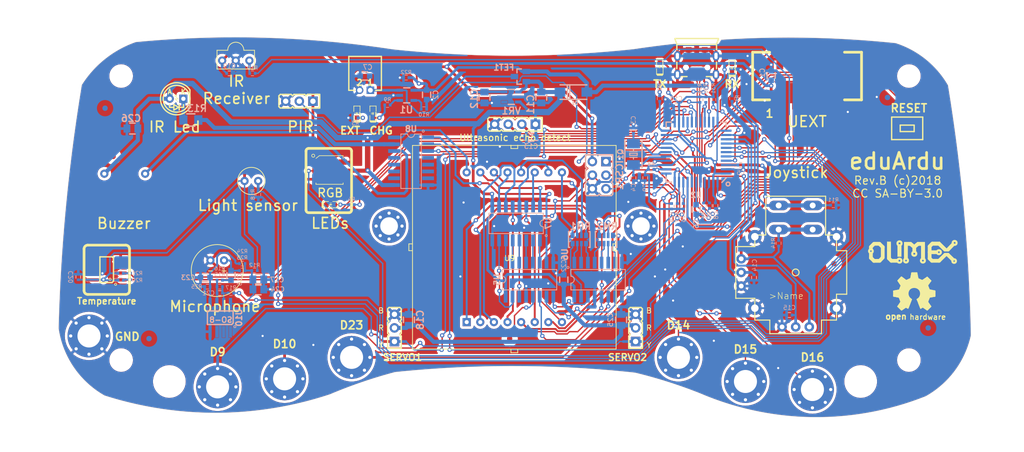
<source format=kicad_pcb>
(kicad_pcb (version 20221018) (generator pcbnew)
  (layers (0 "F.Cu" signal) (31 "B.Cu" signal) (34 "B.Paste" user) (35 "F.Paste" user) (36 "B.SilkS" user "B.Silkscreen") (37 "F.SilkS" user "F.Silkscreen") (38 "B.Mask" user) (39 "F.Mask" user) (44 "Edge.Cuts" user))
  (net 0 "")
  (net 1 "Net-(BAT_CON1-Pad1)")
  (net 2 "LEDMVDD")
  (net 3 "+3.3VD")
  (net 4 "/VBUS")
  (net 5 "Net-(C3-Pad2)")
  (net 6 "Net-(C4-Pad2)")
  (net 7 "/AREF")
  (net 8 "Net-(C6-Pad1)")
  (net 9 "/A1")
  (net 10 "/A0")
  (net 11 "Net-(C16-Pad2)")
  (net 12 "/A3")
  (net 13 "LEDMDATA")
  (net 14 "LEDMSCK")
  (net 15 "/MISO")
  (net 16 "/HWB")
  (net 17 "Net-(JS1-Pad8)")
  (net 18 "Net-(LED1-Pad1)")
  (net 19 "Net-(LED2-Pad1)")
  (net 20 "Net-(LED3-Pad1)")
  (net 21 "Net-(LED4-Pad2)")
  (net 22 "Net-(LED5-Pad4)")
  (net 23 "/A4")
  (net 24 "/RGBO")
  (net 25 "Net-(LED6-Pad1)")
  (net 26 "Net-(LED7-Pad1)")
  (net 27 "/RXLED")
  (net 28 "/TXLED")
  (net 29 "/D12")
  (net 30 "/D_N")
  (net 31 "/USB_N")
  (net 32 "/D_P")
  (net 33 "/USB_P")
  (net 34 "/D5")
  (net 35 "Net-(R9-Pad1)")
  (net 36 "Net-(R10-Pad2)")
  (net 37 "Net-(R19-Pad2)")
  (net 38 "/D7")
  (net 39 "/D2")
  (net 40 "/D3")
  (net 41 "/D9")
  (net 42 "/D10")
  (net 43 "LEDMLATCH")
  (net 44 "/D0")
  (net 45 "/D1")
  (net 46 "/D4")
  (net 47 "/D8")
  (net 48 "/A2")
  (net 49 "Net-(U4-Pad3)")
  (net 50 "Net-(USB1-Pad4)")
  (net 51 "BUZZER")
  (net 52 "RESET")
  (net 53 "IRLED")
  (net 54 "D6")
  (net 55 "IRTX")
  (net 56 "Net-(U5-Pad15)")
  (net 57 "Net-(U5-Pad9)")
  (net 58 "Net-(U5-Pad7)")
  (net 59 "Net-(U5-Pad6)")
  (net 60 "Net-(U5-Pad5)")
  (net 61 "Net-(U5-Pad4)")
  (net 62 "Net-(U5-Pad3)")
  (net 63 "Net-(U5-Pad2)")
  (net 64 "Net-(U5-Pad1)")
  (net 65 "Net-(U6-Pad9)")
  (net 66 "/Led Matrice 8x8/C1")
  (net 67 "/Led Matrice 8x8/C2")
  (net 68 "/Led Matrice 8x8/C3")
  (net 69 "/Led Matrice 8x8/C4")
  (net 70 "/Led Matrice 8x8/C5")
  (net 71 "/Led Matrice 8x8/C6")
  (net 72 "/Led Matrice 8x8/C7")
  (net 73 "/Led Matrice 8x8/C8")
  (net 74 "Net-(U8-Pad13)")
  (net 75 "Net-(U8-Pad12)")
  (net 76 "Net-(U8-Pad11)")
  (net 77 "Net-(U8-Pad10)")
  (net 78 "Net-(U8-Pad7)")
  (net 79 "Net-(U8-Pad6)")
  (net 80 "Net-(U8-Pad5)")
  (net 81 "Net-(U8-Pad4)")
  (net 82 "/Led Matrice 8x8/R2")
  (net 83 "/Led Matrice 8x8/R4")
  (net 84 "/Led Matrice 8x8/R1")
  (net 85 "/Led Matrice 8x8/R3")
  (net 86 "/Led Matrice 8x8/R6")
  (net 87 "/Led Matrice 8x8/R8")
  (net 88 "/Led Matrice 8x8/R7")
  (net 89 "/Led Matrice 8x8/R5")
  (net 90 "Net-(RM1-Pad3)")
  (net 91 "Net-(RM1-Pad2)")
  (net 92 "Net-(RM1-Pad4)")
  (net 93 "Net-(RM1-Pad1)")
  (net 94 "Net-(RM2-Pad3)")
  (net 95 "Net-(RM2-Pad2)")
  (net 96 "Net-(RM2-Pad4)")
  (net 97 "Net-(RM2-Pad1)")
  (net 98 "Net-(C16-Pad1)")
  (net 99 "Net-(C17-Pad2)")
  (net 100 "Net-(C21-Pad2)")
  (net 101 "Net-(C21-Pad1)")
  (net 102 "Net-(C23-Pad1)")
  (net 103 "GND")
  (net 104 "/A5")
  (footprint "OLIMEX_Connectors-FP:LIPO_BAT-CON2DW02R" (layer "F.Cu") (at 101.5 24.5 180)
    (fp_text reference "BAT_CON1" hide)
    (fp_text value "LiPo 3.7V")
  )
  (footprint "OLIMEX_Devices-FP:BUZZER-PB1240" (layer "F.Cu") (at 56.67 43.23)
    (fp_text reference "BUZ1" hide)
    (fp_text value "Buzzer")
  )
  (footprint "OLIMEX_Buttons-FP:JOYSTICK" (layer "F.Cu") (at 181.87 61.65)
    (fp_text reference "JS1" hide)
    (fp_text value "JOYSTICK" hide)
  )
  (footprint "OLIMEX_LEDs-FP:LED-5mm-PTH-AK" (layer "F.Cu") (at 66.34 29.24)
    (fp_text reference "LED7" hide)
    (fp_text value "IR333")
  )
  (footprint "OLIMEX_Other-FP:MIC" (layer "F.Cu") (at 73.93 61.3)
    (fp_text reference "MK1" hide)
    (fp_text value "Mic")
  )
  (footprint "OLIMEX_Connectors-FP:HN1x3" (layer "F.Cu") (at 89.25 29.7 180)
    (fp_text reference "PIR1" hide)
    (fp_text value "PIR-SB321")
  )
  (footprint "OLIMEX_Connectors-FP:HN1x3" (layer "F.Cu") (at 107 72 90)
    (fp_text reference "SERVO1")
    (fp_text value "CON3")
  )
  (footprint "OLIMEX_Connectors-FP:HN1x3" (layer "F.Cu") (at 152 72 90)
    (fp_text reference "SERVO2")
    (fp_text value "CON3")
  )
  (footprint "OLIMEX_Buttons-FP:T1107A(6x3,8x2,5MM)" (layer "F.Cu") (at 202.68 34.76 180)
    (fp_text reference "SW1" hide)
    (fp_text value "T1107A(6x3,8x2,5MM)")
  )
  (footprint "OLIMEX_IC-FP:RPM7236-H8-V" (layer "F.Cu") (at 77.39 22.19 180)
    (fp_text reference "U3" hide)
    (fp_text value "RPM7236-H8")
  )
  (footprint "OLIMEX_Connectors-FP:UEXTM-SMD" (layer "F.Cu") (at 184 25 180)
    (fp_text reference "UEXT1" hide)
    (fp_text value "BH10S")
  )
  (footprint "OLIMEX_Connectors-FP:USB-MICRO_MISB-SWMM-5B_LF" (layer "F.Cu") (at 163.4 21.5 90)
    (fp_text reference "USB1" hide)
    (fp_text value "USB-MICRO")
  )
  (footprint "OLIMEX_Connectors-FP:USONIC-PING" (layer "F.Cu") (at 129.5 34 180)
    (fp_text reference "USON1" hide)
    (fp_text value "SNS-US2020")
  )
  (footprint "OLIMEX_LEDs-FP:GYX1588AB" (layer "F.Cu") (at 129.37 56.95)
    (fp_text reference "U9")
    (fp_text value "GYX1588AB")
  )
  (footprint "OLIMEX_LEDs-FP:LED_0603_KA" (layer "F.Cu") (at 170 23.5 90)
    (fp_text reference "LED1" hide)
    (fp_text value "yellow")
  )
  (footprint "OLIMEX_LEDs-FP:LED_0603_KA" (layer "F.Cu") (at 156.5 23.262 90)
    (fp_text reference "LED2" hide)
    (fp_text value "green")
  )
  (footprint "OLIMEX_LEDs-FP:LED_0603_KA" (layer "F.Cu") (at 100 32 90)
    (fp_text reference "LED3" hide)
    (fp_text value "green")
  )
  (footprint "OLIMEX_LEDs-FP:LED_0603_KA" (layer "F.Cu") (at 95.09 49)
    (fp_text reference "LED4" hide)
    (fp_text value "yellow")
  )
  (footprint "OLIMEX_LEDs-FP:WS2812_NO_SILK" (layer "F.Cu") (at 94.89 42.66)
    (fp_text reference "LED5")
    (fp_text value "WS2812S")
  )
  (footprint "OLIMEX_LEDs-FP:LED_0603_KA" (layer "F.Cu") (at 103 32 90)
    (fp_text reference "LED6" hide)
    (fp_text value "yellow")
  )
  (footprint "OLIMEX_IC-FP:SO-8" (layer "F.Cu") (at 53.305566 61.136369 90)
    (fp_text reference "U4" hide)
    (fp_text value "TCN75")
  )
  (footprint "OLIMEX_RLC-FP:R_PHOTO" (layer "F.Cu") (at 80.3 44.58)
    (fp_text reference "R7" hide)
    (fp_text value "R_PHOTO")
  )
  (footprint "OLIMEX_Other-FP:NPTH_2.7mm" (layer "F.Cu") (at 194 82)
    (fp_text reference "MountingHole" hide)
    (fp_text value "NPTH_2.7mm" hide)
  )
  (footprint "OLIMEX_Other-FP:NPTH_2.7mm" (layer "F.Cu") (at 65 82)
    (fp_text reference "MountingHole" hide)
    (fp_text value "NPTH_2.7mm" hide)
  )
  (footprint "OLIMEX_Other-FP:NPTH_2.7mm" (layer "F.Cu") (at 56 25)
    (fp_text reference "MountingHole" hide)
    (fp_text value "NPTH_2.7mm" hide)
  )
  (footprint "OLIMEX_Other-FP:NPTH_2.7mm" (layer "F.Cu") (at 203 25)
    (fp_text reference "MountingHole" hide)
    (fp_text value "NPTH_2.7mm" hide)
  )
  (footprint "OLIMEX_Other-FP:NPTH_2.7mm" (layer "F.Cu") (at 203 78)
    (fp_text reference "MountingHole" hide)
    (fp_text value "NPTH_2.7mm" hide)
  )
  (footprint "OLIMEX_Other-FP:NPTH_2.7mm" (layer "F.Cu") (at 56 78)
    (fp_text reference "MountingHole" hide)
    (fp_text value "NPTH_2.7mm" hide)
  )
  (footprint "OLIMEX_LOGOs-FP:OLIMEX_LOGO_TB" (layer "F.Cu") (at 203.9 57.8)
    (fp_text reference "" hide)
    (fp_text value "" hide)
  )
  (footprint "OLIMEX_Other-FP:Mounting_hole_Shield_3.3mm" (layer "F.Cu") (at 153 53)
    (fp_text reference "MountingHoleShield**" hide)
    (fp_text value "Mounting_hole_Shield_3.3mm" hide)
  )
  (footprint "OLIMEX_Other-FP:Mounting_hole_Shield_3.3mm" (layer "F.Cu") (at 106 53)
    (fp_text reference "MountingHoleShield**" hide)
    (fp_text value "Mounting_hole_Shield_3.3mm" hide)
  )
  (footprint "OLIMEX_Other-FP:Fiducial1x3_transp" (layer "F.Cu") (at 54.5 40)
    (fp_text reference "Ref*" hide)
    (fp_text value "Val**" hide)
  )
  (footprint "OLIMEX_Other-FP:Fiducial1x3_transp" (layer "F.Cu") (at 128.5 74)
    (fp_text reference "Ref*" hide)
    (fp_text value "Val**" hide)
  )
  (footprint "OLIMEX_Other-FP:Fiducial1x3_transp" (layer "F.Cu") (at 189 60)
    (fp_text reference "Ref*" hide)
    (fp_text value "Val**" hide)
  )
  (footprint "OLIMEX_Other-FP:Fiducial1x3_transp" (layer "F.Cu") (at 192 25)
    (fp_text reference "Ref*" hide)
    (fp_text value "Val**" hide)
  )
  (footprint "OLIMEX_Other-FP:Mounting_hole_Shield_4.3mm" (layer "F.Cu") (at 74 83)
    (fp_text reference "CC1" hide)
    (fp_text value "TESTPAD" hide)
  )
  (footprint "OLIMEX_Other-FP:Mounting_hole_Shield_4.3mm" (layer "F.Cu") (at 86.5 81.5)
    (fp_text reference "CC2" hide)
    (fp_text value "TESTPAD" hide)
  )
  (footprint "OLIMEX_Other-FP:Mounting_hole_Shield_4.3mm" (layer "F.Cu") (at 99 77.5)
    (fp_text reference "CC3" hide)
    (fp_text value "TESTPAD" hide)
  )
  (footprint "OLIMEX_Other-FP:Mounting_hole_Shield_4.3mm" (layer "F.Cu") (at 50 73.5)
    (fp_text reference "CC4" hide)
    (fp_text value "TESTPAD" hide)
  )
  (footprint "OLIMEX_Other-FP:Mounting_hole_Shield_4.3mm" (layer "F.Cu") (at 172.5 82)
    (fp_text reference "CC5" hide)
    (fp_text value "TESTPAD" hide)
  )
  (footprint "OLIMEX_Other-FP:Mounting_hole_Shield_4.3mm" (layer "F.Cu") (at 185 83.5)
    (fp_text reference "CC6" hide)
    (fp_text value "TESTPAD" hide)
  )
  (footprint "OLIMEX_Other-FP:Mounting_hole_Shield_4.3mm" (layer "F.Cu") (at 160 77.5)
    (fp_text reference "CC7" hide)
    (fp_text value "TESTPAD" hide)
  )
  (footprint "OLIMEX_LOGOs-FP:LOGO_OPENHARDWARE_8x8" (layer "F.Cu") (at 204 65.7)
    (fp_text reference "" hide)
    (fp_text value "" hide)
  )
  (footprint "OLIMEX_Connectors-FP:HN2x3" (layer "B.Cu") (at 145.2 43.5 -90)
    (fp_text reference "ICSP1")
    (fp_text value "BH06S")
  )
  (footprint "OLIMEX_Crystal-FP:HCX-4S_2Pins_5.0x3.2mm" (layer "B.Cu") (at 151.6 39.6 -90)
    (fp_text reference "Q1")
    (fp_text value "16.000MHz/SMD5x3.2/12pF")
  )
  (footprint "OLIMEX_IC-FP:TQFP44" (layer "B.Cu") (at 163.3 39.2 180)
    (fp_text reference "U2")
    (fp_text value "ATmega32U4-AU")
  )
  (footprint "OLIMEX_RLC-FP:C_0603_5MIL_DWS" (layer "B.Cu") (at 138.6 63 90)
    (fp_text reference "C22")
    (fp_text value "1uF")
  )
  (footprint "OLIMEX_RLC-FP:RA1206_(4X0603)_4B8_mine" (layer "B.Cu") (at 141.5 55.5 180)
    (fp_text reference "RM1")
    (fp_text value "RA1206_(4x0603)_4B8_22R")
  )
  (footprint "OLIMEX_RLC-FP:RA1206_(4X0603)_4B8_mine" (layer "B.Cu") (at 146.5 55.5 180)
    (fp_text reference "RM2")
    (fp_text value "RA1206_(4x0603)_4B8_22R")
  )
  (footprint "OLIMEX_IC-FP:SO-16" (layer "B.Cu") (at 132.2 63)
    (fp_text reference "U5")
    (fp_text value "74HC595")
  )
  (footprint "OLIMEX_IC-FP:SO-16" (layer "B.Cu") (at 145 63)
    (fp_text reference "U6")
    (fp_text value "74HC595")
  )
  (footprint "OLIMEX_IC-FP:SO-16" (layer "B.Cu") (at 129.7 52.5 180)
    (fp_text reference "U7")
    (fp_text value "ULN2003AD")
  )
  (footprint "OLIMEX_IC-FP:SO-16" (layer "B.Cu") (at 110.1 40.9 -90)
    (fp_text reference "U8")
    (fp_text value "ULN2003AD")
  )
  (footprint "OLIMEX_RLC-FP:C_0603_5MIL_DWS" (layer "B.Cu") (at 177.3 24.9 -90)
    (fp_text reference "C1")
    (fp_text value "1uF")
  )
  (footprint "OLIMEX_RLC-FP:C_0603_5MIL_DWS" (layer "B.Cu") (at 113 28.5 -90)
    (fp_text reference "C2")
    (fp_text value "2.2uF")
  )
  (footprint "OLIMEX_RLC-FP:C_0402_5MIL_DWS" (layer "B.Cu") (at 151.6 35.2 -90)
    (fp_text reference "C3")
    (fp_text value "20pF")
  )
  (footprint "OLIMEX_RLC-FP:C_0402_5MIL_DWS" (layer "B.Cu") (at 151.6 44 90)
    (fp_text reference "C4")
    (fp_text value "20pF")
  )
  (footprint "OLIMEX_RLC-FP:C_0402_5MIL_DWS" (layer "B.Cu") (at 171.6 41.6)
    (fp_text reference "C5")
    (fp_text value "100nF")
  )
  (footprint "OLIMEX_RLC-FP:C_0603_5MIL_DWS" (layer "B.Cu") (at 163.3 49.9 -90)
    (fp_text reference "C6")
    (fp_text value "1uF")
  )
  (footprint "OLIMEX_RLC-FP:C_0603_5MIL_DWS" (layer "B.Cu") (at 101.5 25 180)
    (fp_text reference "C7")
    (fp_text value "2.2uF")
  )
  (footprint "OLIMEX_RLC-FP:C_0402_5MIL_DWS" (layer "B.Cu") (at 166.9 49.2 -90)
    (fp_text reference "C8")
    (fp_text value "100nF")
  )
  (footprint "OLIMEX_RLC-FP:C_0402_5MIL_DWS" (layer "B.Cu") (at 153.8 44 -90)
    (fp_text reference "C9")
    (fp_text value "100nF")
  )
  (footprint "OLIMEX_RLC-FP:C_0402_5MIL_DWS" (layer "B.Cu") (at 159.6 30.6 180)
    (fp_text reference "C10")
    (fp_text value "100nF")
  )
  (footprint "OLIMEX_RLC-FP:C_0805_5MIL_DWS" (layer "B.Cu") (at 134.4 29 -90)
    (fp_text reference "C11")
    (fp_text value "47uF")
  )
  (footprint "OLIMEX_RLC-FP:C_0805_5MIL_DWS" (layer "B.Cu") (at 123.8 29 -90)
    (fp_text reference "C12")
    (fp_text value "47uF")
  )
  (footprint "OLIMEX_RLC-FP:C_0603_5MIL_DWS" (layer "B.Cu") (at 132.5 36.4 180)
    (fp_text reference "C13")
    (fp_text value "1uF")
  )
  (footprint "OLIMEX_RLC-FP:C_0402_5MIL_DWS" (layer "B.Cu") (at 174.1 62.6 -90)
    (fp_text reference "C14")
    (fp_text value "100nF")
  )
  (footprint "OLIMEX_RLC-FP:C_0402_5MIL_DWS" (layer "B.Cu") (at 180.7 69.6 180)
    (fp_text reference "C15")
    (fp_text value "100nF")
  )
  (footprint "OLIMEX_RLC-FP:C_0603_5MIL_DWS" (layer "B.Cu") (at 76.5 62.2 90)
    (fp_text reference "C16")
    (fp_text value "1uF")
  )
  (footprint "OLIMEX_RLC-FP:C_0805_5MIL_DWS" (layer "B.Cu") (at 81.6 63 180)
    (fp_text reference "C17")
    (fp_text value "47uF")
  )
  (footprint "OLIMEX_RLC-FP:C_0805_5MIL_DWS" (layer "B.Cu") (at 109.7 70.5 -90)
    (fp_text reference "C18")
    (fp_text value "47uF")
  )
  (footprint "OLIMEX_RLC-FP:C_0402_5MIL_DWS" (layer "B.Cu") (at 76.2 24.5 180)
    (fp_text reference "C19")
    (fp_text value "100nF")
  )
  (footprint "OLIMEX_RLC-FP:C_0402_5MIL_DWS" (layer "B.Cu") (at 48 62.5 -90)
    (fp_text reference "C20")
    (fp_text value "100nF")
  )
  (footprint "OLIMEX_RLC-FP:C_0402_5MIL_DWS" (layer "B.Cu") (at 74.4 65.5)
    (fp_text reference "C21")
    (fp_text value "47pF")
  )
  (footprint "OLIMEX_Diodes-FP:SMA-KA" (layer "B.Cu") (at 140.4 28)
    (fp_text reference "D1")
    (fp_text value "SS14")
  )
  (footprint "OLIMEX_Transistors-FP:SOT23" (layer "B.Cu") (at 130.5 25.1)
    (fp_text reference "FET1")
    (fp_text value "IRML6402")
  )
  (footprint "OLIMEX_RLC-FP:R_0402_5MIL_DWS" (layer "B.Cu") (at 170 29.2 90)
    (fp_text reference "R1")
    (fp_text value "2K")
  )
  (footprint "OLIMEX_RLC-FP:R_0402_5MIL_DWS" (layer "B.Cu") (at 156.5 29.2 90)
    (fp_text reference "R2")
    (fp_text value "10K")
  )
  (footprint "OLIMEX_RLC-FP:R_0402_5MIL_DWS" (layer "B.Cu") (at 99.7 32.8)
    (fp_text reference "R3")
    (fp_text value "10K")
  )
  (footprint "OLIMEX_RLC-FP:R_0402_5MIL_DWS" (layer "B.Cu") (at 99 49 180)
    (fp_text reference "R4")
    (fp_text value "2K")
  )
  (footprint "OLIMEX_RLC-FP:R_0402_5MIL_DWS" (layer "B.Cu") (at 165.8 49.2 -90)
    (fp_text reference "R5")
    (fp_text value "22R")
  )
  (footprint "OLIMEX_RLC-FP:R_0402_5MIL_DWS" (layer "B.Cu") (at 164.7 49.2 -90)
    (fp_text reference "R6")
    (fp_text value "22R")
  )
  (footprint "OLIMEX_RLC-FP:R_0402_5MIL_DWS" (layer "B.Cu") (at 154.9 42.4 180)
    (fp_text reference "R8")
    (fp_text value "10K")
  )
  (footprint "OLIMEX_RLC-FP:R_0402_5MIL_DWS" (layer "B.Cu") (at 105.7 30.4 180)
    (fp_text reference "R9")
    (fp_text value "2K")
  )
  (footprint "OLIMEX_RLC-FP:R_0402_5MIL_DWS" (layer "B.Cu") (at 112.5 31.2 180)
    (fp_text reference "R10")
    (fp_text value "10K")
  )
  (footprint "OLIMEX_RLC-FP:R_0402_5MIL_DWS" (layer "B.Cu") (at 188.9 49.1 180)
    (fp_text reference "R11")
    (fp_text value "10K")
  )
  (footprint "OLIMEX_RLC-FP:R_0402_5MIL_DWS" (layer "B.Cu") (at 80.9 61.3)
    (fp_text reference "R12")
    (fp_text value "22R")
  )
  (footprint "OLIMEX_RLC-FP:R_1206_5MIL_DWS" (layer "B.Cu") (at 69 33.2 180)
    (fp_text reference "R13")
    (fp_text value "6.8R")
  )
  (footprint "OLIMEX_RLC-FP:R_0402_5MIL_DWS" (layer "B.Cu") (at 178.7 56.2 -90)
    (fp_text reference "R14")
    (fp_text value "100R")
  )
  (footprint "OLIMEX_RLC-FP:R_0402_5MIL_DWS" (layer "B.Cu") (at 80.5 24.5 180)
    (fp_text reference "R19")
    (fp_text value "100R")
  )
  (footprint "OLIMEX_RLC-FP:R_0402_5MIL_DWS" (layer "B.Cu") (at 55.908 63.1 180)
    (fp_text reference "R20")
    (fp_text value "10K")
  )
  (footprint "OLIMEX_RLC-FP:R_0402_5MIL_DWS" (layer "B.Cu") (at 55.9 61.8 180)
    (fp_text reference "R21")
    (fp_text value "10K")
  )
  (footprint "OLIMEX_RLC-FP:R_0402_5MIL_DWS" (layer "B.Cu") (at 109.2 25.3 180)
    (fp_text reference "R22")
    (fp_text value "10K")
  )
  (footprint "OLIMEX_RLC-FP:R_0402_5MIL_DWS" (layer "B.Cu") (at 78.6 61.3 180)
    (fp_text reference "R23")
    (fp_text value "2K")
  )
  (footprint "OLIMEX_RLC-FP:R_0402_5MIL_DWS" (layer "B.Cu") (at 78.6 60 180)
    (fp_text reference "R24")
    (fp_text value "20K")
  )
  (footprint "OLIMEX_RLC-FP:R_0402_5MIL_DWS" (layer "B.Cu") (at 72.1 64.3 180)
    (fp_text reference "R25")
    (fp_text value "10K")
  )
  (footprint "OLIMEX_Regulators-FP:SOT-23-5" (layer "B.Cu") (at 109.3 28.6 180)
    (fp_text reference "U1")
    (fp_text value "BL4054B-42TPRN(SOT23-5)")
  )
  (footprint "OLIMEX_Regulators-FP:SOT-23-5" (layer "B.Cu") (at 128.8 28.9)
    (fp_text reference "VR1")
    (fp_text value "AP1231-3.3V")
  )
  (footprint "OLIMEX_RLC-FP:R_0402_5MIL_DWS" (layer "B.Cu") (at 74.4 63.1)
    (fp_text reference "R15")
    (fp_text value "1K")
  )
  (footprint "OLIMEX_RLC-FP:R_0402_5MIL_DWS" (layer "B.Cu") (at 74.392 64.3 180)
    (fp_text reference "R16")
    (fp_text value "100K")
  )
  (footprint "OLIMEX_RLC-FP:R_0402_5MIL_DWS" (layer "B.Cu") (at 76.5 65.5 180)
    (fp_text reference "R17")
    (fp_text value "100R")
  )
  (footprint "OLIMEX_RLC-FP:R_0402_5MIL_DWS" (layer "B.Cu") (at 81.6 47.1 -90)
    (fp_text reference "R18")
    (fp_text value "10K")
  )
  (footprint "OLIMEX_IC-FP:SO-8" (layer "B.Cu") (at 74.5 70.1 180)
    (fp_text reference "U10")
    (fp_text value "LM358")
  )
  (footprint "OLIMEX_RLC-FP:C_0603_5MIL_DWS" (layer "B.Cu") (at 71.7 62.6 180)
    (fp_text reference "C23")
    (fp_text value "1uF")
  )
  (footprint "OLIMEX_RLC-FP:C_0805_5MIL_DWS" (layer "B.Cu") (at 81.6 64.8 180)
    (fp_text reference "C24")
    (fp_text value "47uF")
  )
  (footprint "OLIMEX_RLC-FP:R_0402_5MIL_DWS" (layer "B.Cu") (at 160.9 49.3 90)
    (fp_text reference "R26")
    (fp_text value "10M")
  )
  (footprint "OLIMEX_RLC-FP:R_0402_5MIL_DWS" (layer "B.Cu") (at 159.8 49.3 90)
    (fp_text reference "R27")
    (fp_text value "10M")
  )
  (footprint "OLIMEX_RLC-FP:R_0402_5MIL_DWS" (layer "B.Cu") (at 158.7 49.3 90)
    (fp_text reference "R28")
    (fp_text value "10M")
  )
  (footprint "OLIMEX_RLC-FP:R_0402_5MIL_DWS" (layer "B.Cu") (at 164 29.4 -90)
    (fp_text reference "R29")
    (fp_text value "10M")
  )
  (footprint "OLIMEX_RLC-FP:R_0402_5MIL_DWS" (layer "B.Cu") (at 165.1 29.4 -90)
    (fp_text reference "R30")
    (fp_text value "10M")
  )
  (footprint "OLIMEX_RLC-FP:R_0402_5MIL_DWS" (layer "B.Cu") (at 166.5 29.4 -90)
    (fp_text reference "R31")
    (fp_text value "10M")
  )
  (footprint "OLIMEX_RLC-FP:C_0805_5MIL_DWS" (layer "B.Cu") (at 149.3 70.5 90)
    (fp_text reference "C25")
    (fp_text value "47uF")
  )
  (footprint "OLIMEX_RLC-FP:C_0805_5MIL_DWS" (layer "B.Cu") (at 58.1 34.8 180)
    (fp_text reference "C26")
    (fp_text value "47uF")
  )
  (footprint "OLIMEX_Other-FP:Fiducial1x3_transp" (layer "B.Cu") (at 53 31)
    (fp_text reference "Ref*" hide)
    (fp_text value "Val**" hide)
  )
  (footprint "OLIMEX_Other-FP:Fiducial1x3_transp" (layer "B.Cu") (at 61.2 74)
    (fp_text reference "Ref*" hide)
    (fp_text value "Val**" hide)
  )
  (footprint "OLIMEX_Other-FP:Fiducial1x3_transp" (layer "B.Cu") (at 206.6 72)
    (fp_text reference "Ref*" hide)
    (fp_text value "Val**" hide)
  )
  (footprint "OLIMEX_Other-FP:Fiducial1x3_transp" (layer "B.Cu") (at 199 29)
    (fp_text reference "Ref*" hide)
    (fp_text value "Val**" hide)
  )
  (gr_line (start 91 38.5) (end 98.5 38.5) (stroke (width 0.5)) (layer "F.SilkS"))
  (gr_line (start 57.563651 57.261051) (end 57.563651 65.039225) (stroke (width 0.5)) (layer "F.SilkS"))
  (gr_arc (start 98.5 38.5) (mid 98.853553 38.646447) (end 99 39) (stroke (width 0.5)) (layer "F.SilkS"))
  (gr_arc (start 99 50) (mid 98.853553 50.353553) (end 98.5 50.5) (stroke (width 0.5)) (layer "F.SilkS"))
  (gr_line (start 99 39) (end 99 50) (stroke (width 0.5)) (layer "F.SilkS"))
  (gr_line (start 98.5 50.5) (end 91 50.5) (stroke (width 0.5)) (layer "F.SilkS"))
  (gr_arc (start 49.785477 65.746331) (mid 49.285478 65.539224) (end 49.078371 65.039225) (stroke (width 0.5)) (layer "F.SilkS"))
  (gr_arc (start 56.856545 56.553946) (mid 57.356544 56.761052) (end 57.56365 57.261051) (stroke (width 0.5)) (layer "F.SilkS"))
  (gr_arc (start 90.5 39) (mid 90.646447 38.646447) (end 91 38.5) (stroke (width 0.5)) (layer "F.SilkS"))
  (gr_line (start 49.07837 57.261051) (end 49.07837 65.039225) (stroke (width 0.5)) (layer "F.SilkS"))
  (gr_line (start 56.856545 65.746332) (end 49.785477 65.746332) (stroke (width 0.5)) (layer "F.SilkS"))
  (gr_arc (start 57.563651 65.039225) (mid 57.356544 65.539224) (end 56.856545 65.746331) (stroke (width 0.5)) (layer "F.SilkS"))
  (gr_arc (start 91 50.5) (mid 90.646447 50.353553) (end 90.5 50) (stroke (width 0.5)) (layer "F.SilkS"))
  (gr_line (start 49.785477 56.553944) (end 56.856545 56.553944) (stroke (width 0.5)) (layer "F.SilkS"))
  (gr_arc (start 49.078371 57.261051) (mid 49.285478 56.761052) (end 49.785477 56.553945) (stroke (width 0.5)) (layer "F.SilkS"))
  (gr_line (start 90.5 39) (end 90.5 50) (stroke (width 0.5)) (layer "F.SilkS"))
  (gr_arc (start 107.108051 80.24106) (mid 129.502476 79.11844) (end 151.891274 80.348173) (stroke (width 0.05)) (layer "Edge.Cuts"))
  (gr_arc (start 94.973408 84.384299) (mid 100.967545 82.098339) (end 107.108051 80.24106) (stroke (width 0.05)) (layer "Edge.Cuts"))
  (gr_arc (start 94.973408 84.384299) (mid 73.945697 87.837855) (end 52.882524 84.607613) (stroke (width 0.05)) (layer "Edge.Cuts"))
  (gr_arc (start 52.882524 84.607613) (mid 47.158486 79.332711) (end 44.332617 72.079873) (stroke (width 0.05)) (layer "Edge.Cuts"))
  (gr_arc (start 44.332617 72.079873) (mid 45.712205 49.295186) (end 48.663943 26.660424) (stroke (width 0.05)) (layer "Edge.Cuts"))
  (gr_arc (start 48.663943 26.660424) (mid 53.012353 21.807737) (end 58.719789 18.664104) (stroke (width 0.05)) (layer "Edge.Cuts"))
  (gr_arc (start 58.720153 18.661587) (mid 82.777847 17.853802) (end 106.750772 20.027289) (stroke (width 0.05)) (layer "Edge.Cuts"))
  (gr_arc (start 168.001629 18.225246) (mid 184.281729 17.8588) (end 200.535343 18.856779) (stroke (width 0.05)) (layer "Edge.Cuts"))
  (gr_line (start 159.2 19) (end 167.5 19) (stroke (width 0.05)) (layer "Edge.Cuts"))
  (gr_arc (start 200.535343 18.856779) (mid 206.147349 21.88376) (end 210.295501 26.726287) (stroke (width 0.05)) (layer "Edge.Cuts"))
  (gr_line (start 167.5 19) (end 168 18.2) (stroke (width 0.05)) (layer "Edge.Cuts"))
  (gr_arc (start 206.16629 84.737663) (mid 185.080679 88.649937) (end 164.095466 84.230698) (stroke (width 0.05)) (layer "Edge.Cuts"))
  (gr_arc (start 151.891274 80.348173) (mid 158.062684 82.071557) (end 164.095466 84.230698) (stroke (width 0.05)) (layer "Edge.Cuts"))
  (gr_arc (start 210.295501 26.726287) (mid 213.262357 49.975905) (end 214.566644 73.377739) (stroke (width 0.05)) (layer "Edge.Cuts"))
  (gr_arc (start 151.49 20) (mid 129.121102 21.187832) (end 106.750772 20.027289) (stroke (width 0.05)) (layer "Edge.Cuts"))
  (gr_arc (start 214.566644 73.377739) (mid 211.584761 79.958596) (end 206.16629 84.737663) (stroke (width 0.05)) (layer "Edge.Cuts"))
  (gr_arc (start 151.500846 20.005598) (mid 155.3454 19.464338) (end 159.2 19) (stroke (width 0.05)) (layer "Edge.Cuts"))
  (gr_text "B\n\nR\n\nY" (at 104.5 72) (layer "F.SilkS") (effects (font (size 1 1))))
  (gr_text "D9" (at 74 76.5) (layer "F.SilkS") (effects (font (size 1.5 1.5) (thickness 0.3))))
  (gr_text "D10" (at 86.5 75) (layer "F.SilkS") (effects (font (size 1.5 1.5) (thickness 0.3))))
  (gr_text "D23" (at 99 71.5) (layer "F.SilkS") (effects (font (size 1.5 1.5) (thickness 0.3))))
  (gr_text "D14" (at 160 71.5) (layer "F.SilkS") (effects (font (size 1.5 1.5) (thickness 0.3))))
  (gr_text "D15" (at 172.5 76) (layer "F.SilkS") (effects (font (size 1.5 1.5) (thickness 0.3))))
  (gr_text "D16" (at 185 77.5) (layer "F.SilkS") (effects (font (size 1.5 1.5) (thickness 0.3))))
  (gr_text "RGB" (at 95.0162 46.805) (layer "F.SilkS") (effects (font (size 1.6 1.6) (thickness 0.25))))
  (gr_text "LEDs" (at 95 52.4692) (layer "F.SilkS") (effects (font (size 2 2) (thickness 0.3))))
  (gr_text "Ultrasonic echo detect" (at 129.5 36.5) (layer "F.SilkS") (effects (font (size 1.2 1.2) (thickness 0.2))))
  (gr_text "Temperature" (at 53.3094 66.998) (layer "F.SilkS") (effects (font (size 1.2 1.2) (thickness 0.25))))
  (gr_text "1" (at 177 32) (layer "F.SilkS") (effects (font (size 1.5 1.5) (thickness 0.3))))
  (gr_text "IR\nReceiver" (at 77.5156 27.5772) (layer "F.SilkS") (effects (font (size 2 2) (thickness 0.3))))
  (gr_text "GND" (at 57.1448 73.6274) (layer "F.SilkS") (effects (font (size 1.5 1.5) (thickness 0.3))))
  (gr_text "Buzzer" (at 56.5 52.5) (layer "F.SilkS") (effects (font (size 2 2) (thickness 0.3))))
  (gr_text "IR Led" (at 66 34.5) (layer "F.SilkS") (effects (font (size 2 2) (thickness 0.3))))
  (gr_text "CHG" (at 104.5158 35.1718) (layer "F.SilkS") (effects (font (size 1.4 1.4) (thickness 0.3))))
  (gr_text "RESET" (at 203 31) (layer "F.SilkS") (effects (font (size 1.5 1.5) (thickness 0.3))))
  (gr_text "eduArdu" (at 200.8 40.9) (layer "F.SilkS") (effects (font (size 3 3) (thickness 0.5))))
  (gr_text "Microphone" (at 73.5 68) (layer "F.SilkS") (effects (font (size 2 2) (thickness 0.3))))
  (gr_text "Joystick" (at 182 43) (layer "F.SilkS") (effects (font (size 2 2) (thickness 0.3))))
  (gr_text "EXT" (at 98.7246 35.1718) (layer "F.SilkS") (effects (font (size 1.4 1.4) (thickness 0.3))))
  (gr_text "PIR" (at 89.5 34.5) (layer "F.SilkS") (effects (font (size 2 2) (thickness 0.3))))
  (gr_text "UEXT" (at 184 33.5) (layer "F.SilkS") (effects (font (size 2 2) (thickness 0.3))))
  (gr_text "B\n\nR\n\nY" (at 154.5 72) (layer "F.SilkS") (effects (font (size 1 1))))
  (gr_text "TX" (at 156.5 26.5) (layer "F.SilkS") (effects (font (size 1.4 1.4) (thickness 0.3))))
  (gr_text "Light sensor" (at 79.6492 49.1418) (layer "F.SilkS") (effects (font (size 2 2) (thickness 0.3))))
  (gr_text "Rev.B (c)2018\nCC SA-BY-3.0" (at 200.9 45.7) (layer "F.SilkS") (effects (font (size 1.5 1.5) (thickness 0.2))))
  (gr_text "RX" (at 170 26.5) (layer "F.SilkS") (effects (font (size 1.4 1.4) (thickness 0.3))))
  (segment (start 109.3 27.8) (end 109.15 27.65) (width 0.3556) (layer "B.Cu") (net 1))
  (segment (start 113.560241 31.852801) (end 111.347759 31.852801) (width 0.3556) (layer "B.Cu") (net 1))
  (segment (start 102.389 27.53276) (end 102.50838 27.65214) (width 0.508) (layer "B.Cu") (net 1))
  (segment (start 120.315582 25.09746) (end 113.560241 31.852801) (width 0.3556) (layer "B.Cu") (net 1))
  (segment (start 107.99786 27.65214) (end 108 27.65) (width 0.508) (layer "B.Cu") (net 1))
  (segment (start 102.50838 27.65214) (end 107.99786 27.65214) (width 0.508) (layer "B.Cu") (net 1))
  (segment (start 109.3 29.805042) (end 109.3 27.8) (width 0.3556) (layer "B.Cu") (net 1))
  (segment (start 129.39764 25.09746) (end 120.315582 25.09746) (width 0.3556) (layer "B.Cu") (net 1))
  (segment (start 111.347759 31.852801) (end 109.3 29.805042) (width 0.3556) (layer "B.Cu") (net 1))
  (segment (start 109.15 27.65) (end 108 27.65) (width 0.3556) (layer "B.Cu") (net 1))
  (segment (start 102.389 25) (end 102.389 27.53276) (width 0.508) (layer "B.Cu") (net 1))
  (segment (start 125.2 47) (end 123.636078 47) (width 0.508) (layer "F.Cu") (net 2))
  (segment (start 101.94 42.66) (end 102 42.6) (width 0.762) (layer "F.Cu") (net 2))
  (segment (start 123.636078 47) (end 121.7 45.063922) (width 0.508) (layer "F.Cu") (net 2))
  (segment (start 121.7 41.300717) (end 121.7 40.735032) (width 0.508) (layer "F.Cu") (net 2))
  (segment (start 121.7 45.063922) (end 121.7 41.300717) (width 0.508) (layer "F.Cu") (net 2))
  (segment (start 97.34 42.66) (end 101.94 42.66) (width 0.762) (layer "F.Cu") (net 2))
  (segment (start 102 36.5) (end 102 42.6) (width 1.016) (layer "F.Cu") (net 2))
  (via (at 102 36.5) (size 0.8) (drill 0.4) (layers "F.Cu" "B.Cu") (net 2))
  (via (at 121.7 40.735032) (size 0.8) (drill 0.4) (layers "F.Cu" "B.Cu") (net 2))
  (via (at 125.2 47) (size 0.8) (drill 0.4) (layers "F.Cu" "B.Cu") (net 2))
  (via (at 102 42.6) (size 0.8) (drill 0.4) (layers "F.Cu" "B.Cu") (net 2))
  (segment (start 137.7364 63.889) (end 138.6 63.889) (width 0.508) (layer "B.Cu") (net 2))
  (segment (start 61.26 29.24) (end 59.116 31.384) (width 0.762) (layer "B.Cu") (net 2))
  (segment (start 121.7 34.8) (end 121.7 40.169347) (width 0.508) (layer "B.Cu") (net 2))
  (segment (start 140.189 63.889) (end 140.555 64.255) (width 0.508) (layer "B.Cu") (net 2))
  (segment (start 104.745 45.345) (end 102 42.6) (width 0.762) (layer "B.Cu") (net 2))
  (segment (start 59.116 31.384) (end 59.116 34.8) (width 0.762) (layer "B.Cu") (net 2))
  (segment (start 137.884 27.984) (end 137.9 28) (width 0.762) (layer "B.Cu") (net 2))
  (segment (start 69.3 26.4) (end 66.132 26.4) (width 1.016) (layer "B.Cu") (net 2))
  (segment (start 142.516 71.516) (end 149.3 71.516) (width 0.762) (layer "B.Cu") (net 2))
  (segment (start 111.224 71.516) (end 114.308 74.6) (width 0.762) (layer "B.Cu") (net 2))
  (segment (start 136.1 31.4) (end 135.7 31.8) (width 1.016) (layer "B.Cu") (net 2))
  (segment (start 133.31 31.816) (end 133.294 31.8) (width 0.508) (layer "B.Cu") (net 2))
  (segment (start 135.7 31.8) (end 133.294 31.8) (width 1.016) (layer "B.Cu") (net 2))
  (segment (start 149.3 73.3) (end 149.3 72.913) (width 0.762) (layer "B.Cu") (net 2))
  (segment (start 130.1 27.95) (end 130.425 27.95) (width 0.508) (layer "B.Cu") (net 2))
  (segment (start 121.7 40.169347) (end 121.7 40.735032) (width 0.508) (layer "B.Cu") (net 2))
  (segment (start 124.4 61.2) (end 126.4 63.2) (width 0.508) (layer "B.Cu") (net 2))
  (segment (start 76.475978 33.575978) (end 69.3 26.4) (width 1.016) (layer "B.Cu") (net 2))
  (segment (start 66.132 26.4) (end 65.07 27.462) (width 1.016) (layer "B.Cu") (net 2))
  (segment (start 65.07 27.462) (end 65.07 29.24) (width 1.016) (layer "B.Cu") (net 2))
  (segment (start 109.216 72) (end 109.7 71.516) (width 0.762) (layer "B.Cu") (net 2))
  (segment (start 124.4 51.788) (end 124.4 61.2) (width 0.508) (layer "B.Cu") (net 2))
  (segment (start 125.255 49.325) (end 125.255 50.933) (width 0.508) (layer "B.Cu") (net 2))
  (segment (start 122.591999 33.908001) (end 121.7 34.8) (width 0.508) (layer "B.Cu") (net 2))
  (segment (start 131.60744 26.0525) (end 133.8655 26.0525) (width 0.762) (layer "B.Cu") (net 2))
  (segment (start 130.975 27.4) (end 131.26794 27.4) (width 0.508) (layer "B.Cu") (net 2))
  (segment (start 106.925 45.345) (end 104.745 45.345) (width 0.762) (layer "B.Cu") (net 2))
  (segment (start 125.255 49.325) (end 125.255 47.055) (width 0.508) (layer "B.Cu") (net 2))
  (segment (start 124.7 31.8) (end 122.591999 33.908001) (width 1.016) (layer "B.Cu") (net 2))
  (segment (start 65.07 29.24) (end 61.26 29.24) (width 0.762) (layer "B.Cu") (net 2))
  (segment (start 128.1 62) (end 135.8474 62) (width 0.508) (layer "B.Cu") (net 2))
  (segment (start 114.308 74.6) (end 148 74.6) (width 0.762) (layer "B.Cu") (net 2))
  (segment (start 127.755 62.345) (end 128.1 62) (width 0.508) (layer "B.Cu") (net 2))
  (segment (start 127.755 63.2) (end 127.755 62.345) (width 0.508) (layer "B.Cu") (net 2))
  (segment (start 148 74.6) (end 149.3 73.3) (width 0.762) (layer "B.Cu") (net 2))
  (segment (start 109.7 71.516) (end 111.224 71.516) (width 0.762) (layer "B.Cu") (net 2))
  (segment (start 130.425 29.85) (end 131.975 31.4) (width 0.508) (layer "B.Cu") (net 2))
  (segment (start 127.755 63.2) (end 127.755 66.175) (width 0.508) (layer "B.Cu") (net 2))
  (segment (start 102 36.5) (end 103.708001 36.5) (width 1.016) (layer "B.Cu") (net 2))
  (segment (start 59.116 36.974) (end 52.86 43.23) (width 0.762) (layer "B.Cu") (net 2))
  (segment (start 125.255 47.055) (end 125.2 47) (width 0.508) (layer "B.Cu") (net 2))
  (segment (start 137.9 28) (end 137.9 29.6) (width 1.016) (layer "B.Cu") (net 2))
  (segment (start 134.4 27.984) (end 137.884 27.984) (width 0.762) (layer "B.Cu") (net 2))
  (segment (start 107 72) (end 109.216 72) (width 0.762) (layer "B.Cu") (net 2))
  (segment (start 126.4 63.2) (end 127.755 63.2) (width 0.508) (layer "B.Cu") (net 2))
  (segment (start 138.6 63.889) (end 140.189 63.889) (width 0.508) (layer "B.Cu") (net 2))
  (segment (start 103.708001 36.5) (end 106.3 33.908001) (width 1.016) (layer "B.Cu") (net 2))
  (segment (start 135.8474 62) (end 137.7364 63.889) (width 0.508) (layer "B.Cu") (net 2))
  (segment (start 96.219118 36.5) (end 93.295096 33.575978) (width 1.016) (layer "B.Cu") (net 2))
  (segment (start 131.60744 27.0605) (end 131.60744 26.0525) (width 0.508) (layer "B.Cu") (net 2))
  (segment (start 127.755 66.925) (end 127.755 66.175) (width 0.3556) (layer "B.Cu") (net 2))
  (segment (start 133.389 34.079) (end 133.31 34) (width 0.508) (layer "B.Cu") (net 2))
  (segment (start 125.255 50.933) (end 124.4 51.788) (width 0.508) (layer "B.Cu") (net 2))
  (segment (start 130.1 29.85) (end 130.425 29.85) (width 0.508) (layer "B.Cu") (net 2))
  (segment (start 130.425 27.95) (end 130.975 27.4) (width 0.508) (layer "B.Cu") (net 2))
  (segment (start 138.6 63.889) (end 138.6 67.6) (width 0.762) (layer "B.Cu") (net 2))
  (segment (start 133.8655 26.0525) (end 134.4 26.587) (width 0.762) (layer "B.Cu") (net 2))
  (segment (start 122.591999 33.908001) (end 106.3 33.908001) (width 1.016) (layer "B.Cu") (net 2))
  (segment (start 102 36.5) (end 96.219118 36.5) (width 1.016) (layer "B.Cu") (net 2))
  (segment (start 137.9 29.6) (end 136.1 31.4) (width 1.016) (layer "B.Cu") (net 2))
  (segment (start 140.555 64.255) (end 140.555 66.175) (width 0.508) (layer "B.Cu") (net 2))
  (segment (start 133.31 34) (end 133.31 31.816) (width 0.508) (layer "B.Cu") (net 2))
  (segment (start 131.975 31.4) (end 136.1 31.4) (width 0.508) (layer "B.Cu") (net 2))
  (segment (start 138.6 67.6) (end 142.516 71.516) (width 0.762) (layer "B.Cu") (net 2))
  (segment (start 133.389 36.4) (end 133.389 34.079) (width 0.508) (layer "B.Cu") (net 2))
  (segment (start 149.3 72.913) (end 149.3 71.516) (width 0.762) (layer "B.Cu") (net 2))
  (segment (start 59.116 34.8) (end 59.116 36.974) (width 0.762) (layer "B.Cu") (net 2))
  (segment (start 127.755 63.955) (end 127.755 66.175) (width 0.254) (layer "B.Cu") (net 2))
  (segment (start 134.4 26.587) (end 134.4 27.984) (width 0.762) (layer "B.Cu") (net 2))
  (segment (start 93.295096 33.575978) (end 76.475978 33.575978) (width 1.016) (layer "B.Cu") (net 2))
  (segment (start 133.294 31.8) (end 124.7 31.8) (width 1.016) (layer "B.Cu") (net 2))
  (segment (start 131.26794 27.4) (end 131.60744 27.0605) (width 0.508) (layer "B.Cu") (net 2))
  (segment (start 149.3 71.516) (end 151.516 71.516) (width 0.762) (layer "B.Cu") (net 2))
  (segment (start 151.516 71.516) (end 152 72) (width 0.762) (layer "B.Cu") (net 2))
  (segment (start 138.9492 28) (end 143.8858 32.9366) (width 0.508) (layer "F.Cu") (net 3))
  (segment (start 79.03 43.37) (end 79.03 44.58) (width 0.508) (layer "F.Cu") (net 3))
  (segment (start 170.5558 41.58091) (end 167.28091 41.58091) (width 0.508) (layer "F.Cu") (net 3))
  (segment (start 52.7 63) (end 50.746935 63) (width 0.3556) (layer "F.Cu") (net 3))
  (segment (start 91.79 29.7) (end 91.79 28.303) (width 0.508) (layer "F.Cu") (net 3))
  (segment (start 76.5202 20.4398) (end 93.99642 20.4398) (width 0.508) (layer "F.Cu") (net 3))
  (segment (start 175.058702 41.726779) (end 174.912833 41.58091) (width 0.508) (layer "F.Cu") (net 3))
  (segment (start 157.2556 22.5) (end 158.1 23.3444) (width 0.3556) (layer "F.Cu") (net 3))
  (segment (start 177.3 27.698) (end 177.3 26.800002) (width 0.508) (layer "F.Cu") (net 3))
  (segment (start 89.1 40) (end 89.1 44.26) (width 0.508) (layer "F.Cu") (net 3))
  (segment (start 116.76819 23.26819) (end 121.5 28) (width 0.508) (layer "F.Cu") (net 3))
  (segment (start 156.5 22.5) (end 157.2556 22.5) (width 0.3556) (layer "F.Cu") (net 3))
  (segment (start 168.6 23.3824) (end 168.6 23.8) (width 0.3556) (layer "F.Cu") (net 3))
  (segment (start 176.2 48.775444) (end 176.2 47.5) (width 0.508) (layer "F.Cu") (net 3))
  (segment (start 80.1 42.3) (end 79.03 43.37) (width 0.508) (layer "F.Cu") (net 3))
  (segment (start 177.3 27.365687) (end 177.3 26.800002) (width 0.3556) (layer "F.Cu") (net 3))
  (segment (start 96.82481 23.26819) (end 116.76819 23.26819) (width 0.508) (layer "F.Cu") (net 3))
  (segment (start 121.5 28) (end 128.961 28) (width 0.762) (layer "F.Cu") (net 3))
  (segment (start 170 22.738) (end 169.2444 22.738) (width 0.3556) (layer "F.Cu") (net 3))
  (segment (start 177.3 27.5456) (end 177.3 27.365687) (width 0.3556) (layer "F.Cu") (net 3))
  (segment (start 92.44 44.26) (end 89.1 44.26) (width 0.508) (layer "F.Cu") (net 3))
  (segment (start 85.56 44.26) (end 83.6 42.3) (width 0.508) (layer "F.Cu") (net 3))
  (segment (start 177.3 27.698) (end 177.3 27.5456) (width 0.508) (layer "F.Cu") (net 3))
  (segment (start 175.624387 41.726779) (end 175.058702 41.726779) (width 0.508) (layer "F.Cu") (net 3))
  (segment (start 178.92 28.175) (end 177.777 28.175) (width 0.508) (layer "F.Cu") (net 3))
  (segment (start 177.777 28.175) (end 177.3 27.698) (width 0.508) (layer "F.Cu") (net 3))
  (segment (start 167.28091 41.58091) (end 166.8 41.1) (width 0.508) (layer "F.Cu") (net 3))
  (segment (start 83.6 42.3) (end 80.1 42.3) (width 0.508) (layer "F.Cu") (net 3))
  (segment (start 89.1 44.26) (end 85.56 44.26) (width 0.508) (layer "F.Cu") (net 3))
  (segment (start 158.1 23.3444) (end 158.1 27.534315) (width 0.3556) (layer "F.Cu") (net 3))
  (segment (start 93.99642 20.4398) (end 96.82481 23.26819) (width 0.508) (layer "F.Cu") (net 3))
  (segment (start 91.79 37.31) (end 89.1 40) (width 0.508) (layer "F.Cu") (net 3))
  (segment (start 74.85 22.11) (end 76.5202 20.4398) (width 0.508) (layer "F.Cu") (net 3))
  (segment (start 169.2444 22.738) (end 168.6 23.3824) (width 0.3556) (layer "F.Cu") (net 3))
  (segment (start 158.1 27.534315) (end 158.1 28.1) (width 0.3556) (layer "F.Cu") (net 3))
  (segment (start 91.79 28.303) (end 96.82481 23.26819) (width 0.508) (layer "F.Cu") (net 3))
  (segment (start 50.746935 63) (end 50.705566 63.041369) (width 0.3556) (layer "F.Cu") (net 3))
  (segment (start 171.71 53.265444) (end 176.2 48.775444) (width 0.508) (layer "F.Cu") (net 3))
  (segment (start 174.912833 41.58091) (end 170.5558 41.58091) (width 0.508) (layer "F.Cu") (net 3))
  (segment (start 91.79 29.7) (end 91.79 37.31) (width 0.508) (layer "F.Cu") (net 3))
  (segment (start 171.71 59.11) (end 171.71 53.265444) (width 0.508) (layer "F.Cu") (net 3))
  (segment (start 128.961 28) (end 138.9492 28) (width 0.508) (layer "F.Cu") (net 3))
  (via (at 175.624387 41.726779) (size 0.8) (drill 0.4) (layers "F.Cu" "B.Cu") (net 3))
  (via (at 143.8858 32.9366) (size 0.8) (drill 0.4) (layers "F.Cu" "B.Cu") (net 3))
  (via (at 121.5 28) (size 0.8) (drill 0.4) (layers "F.Cu" "B.Cu") (net 3))
  (via (at 176.2 47.5) (size 0.8) (drill 0.4) (layers "F.Cu" "B.Cu") (net 3))
  (via (at 168.6 23.8) (size 0.8) (drill 0.4) (layers "F.Cu" "B.Cu") (net 3))
  (via (at 116.76819 23.26819) (size 0.8) (drill 0.4) (layers "F.Cu" "B.Cu") (net 3))
  (via (at 177.3 26.800002) (size 0.8) (drill 0.4) (layers "F.Cu" "B.Cu") (net 3))
  (via (at 166.8 41.1) (size 0.8) (drill 0.4) (layers "F.Cu" "B.Cu") (net 3))
  (via (at 52.7 63) (size 0.8) (drill 0.4) (layers "F.Cu" "B.Cu") (net 3))
  (via (at 158.1 28.1) (size 0.8) (drill 0.4) (layers "F.Cu" "B.Cu") (net 3))
  (segment (start 184.41 65.51) (end 184.41 70.2) (width 0.3556) (layer "B.Cu") (net 3))
  (segment (start 117.390381 22.645999) (end 116.76819 23.26819) (width 0.508) (layer "B.Cu") (net 3))
  (segment (start 154.2864 42.4) (end 153.8 42.8864) (width 0.3556) (layer "B.Cu") (net 3))
  (segment (start 164 28.892) (end 165.1 28.892) (width 0.3556) (layer "B.Cu") (net 3))
  (segment (start 176.300002 26.800002) (end 172.145999 22.645999) (width 0.508) (layer "B.Cu") (net 3))
  (segment (start 176.2 47.5) (end 176.2 42.302392) (width 0.508) (layer "B.Cu") (net 3))
  (segment (start 166.0444 40.3444) (end 166.8 41.1) (width 0.3556) (layer "B.Cu") (net 3))
  (segment (start 171.71 59.11) (end 172.967235 59.11) (width 0.508) (layer "B.Cu") (net 3))
  (segment (start 177.3 25.789) (end 177.3 26.800002) (width 0.3556) (layer "B.Cu") (net 3))
  (segment (start 74.85 23.2) (end 74.85 23.658) (width 0.3556) (layer "B.Cu") (net 3))
  (segment (start 123.834 27.95) (end 123.8 27.984) (width 0.508) (layer "B.Cu") (net 3))
  (segment (start 160.4306 29.9694) (end 161.508 28.892) (width 0.3556) (layer "B.Cu") (net 3))
  (segment (start 160.108 30.6) (end 160.108 33.592) (width 0.3556) (layer "B.Cu") (net 3))
  (segment (start 53.9 61.8) (end 52.7 63) (width 0.3556) (layer "B.Cu") (net 3))
  (segment (start 158.499999 28.499999) (end 158.1 28.1) (width 0.3556) (layer "B.Cu") (net 3))
  (segment (start 166.5 44.8) (end 166.5 47.3) (width 0.3556) (layer "B.Cu") (net 3))
  (segment (start 160.1 33.6) (end 160.1 35.314248) (width 0.3556) (layer "B.Cu") (net 3))
  (segment (start 159.8 49.808) (end 160.9 49.808) (width 0.3556) (layer "B.Cu") (net 3))
  (segment (start 166.8 41.1) (end 166.8 42.737652) (width 0.3556) (layer "B.Cu") (net 3))
  (segment (start 153.8 42.8864) (end 153.8 43.492) (width 0.3556) (layer "B.Cu") (net 3))
  (segment (start 168.6 25.3) (end 168.6 24.365685) (width 0.3556) (layer "B.Cu") (net 3))
  (segment (start 163.6 38.8) (end 165.1444 40.3444) (width 0.3556) (layer "B.Cu") (net 3))
  (segment (start 143.8858 40.9158) (end 143.93 40.96) (width 0.508) (layer "B.Cu") (net 3))
  (segment (start 153.8 43.492) (end 154.4306 43.492) (width 0.3556) (layer "B.Cu") (net 3))
  (segment (start 161.508 28.892) (end 164 28.892) (width 0.3556) (layer "B.Cu") (net 3))
  (segment (start 167.199999 40.700001) (end 166.8 41.1) (width 0.25) (layer "B.Cu") (net 3))
  (segment (start 52.692 63.008) (end 52.7 63) (width 0.3556) (layer "B.Cu") (net 3))
  (segment (start 168.6 22.645999) (end 117.390381 22.645999) (width 0.508) (layer "B.Cu") (net 3))
  (segment (start 166.5 28.892) (end 166.5 27.4) (width 0.3556) (layer "B.Cu") (net 3))
  (segment (start 48 63.008) (end 52.692 63.008) (width 0.3556) (layer "B.Cu") (net 3))
  (segment (start 81.408 56.908) (end 81.408 61.3) (width 0.254) (layer "B.Cu") (net 3))
  (segment (start 74.85 22.11) (end 74.85 23.2) (width 0.508) (layer "B.Cu") (net 3))
  (segment (start 154.392 41.7694) (end 154.392 42.4) (width 0.3556) (layer "B.Cu") (net 3))
  (segment (start 163.6 38.448854) (end 163.6 38.8) (width 0.3556) (layer "B.Cu") (net 3))
  (segment (start 160.280042 40.1) (end 164.9 40.1) (width 0.3556) (layer "B.Cu") (net 3))
  (segment (start 53.9 58.8) (end 53.9 61.8) (width 0.254) (layer "B.Cu") (net 3))
  (segment (start 177.7 58.8) (end 184.41 65.51) (width 0.3556) (layer "B.Cu") (net 3))
  (segment (start 166.8 42.737652) (end 166.7444 42.793252) (width 0.3556) (layer "B.Cu") (net 3))
  (segment (start 158.0694 49.808) (end 158.7 49.808) (width 0.3556) (layer "B.Cu") (net 3))
  (segment (start 166.5 47.3) (end 166.9 47.7) (width 0.3556) (layer "B.Cu") (net 3))
  (segment (start 154.522198 48.422198) (end 155.908 49.808) (width 0.3556) (layer "B.Cu") (net 3))
  (segment (start 172.967235 59.11) (end 173.277235 58.8) (width 0.3556) (layer "B.Cu") (net 3))
  (segment (start 168.6 23.234315) (end 168.6 22.645999) (width 0.508) (layer "B.Cu") (net 3))
  (segment (start 166.5 43.4444) (end 166.5 44.8) (width 0.3556) (layer "B.Cu") (net 3))
  (segment (start 166.9 47.7) (end 166.9 48.692) (width 0.3556) (layer "B.Cu") (net 3))
  (segment (start 158.7 49.808) (end 159.8 49.808) (width 0.3556) (layer "B.Cu") (net 3))
  (segment (start 160.1 35.314248) (end 162.385752 37.6) (width 0.3556) (layer "B.Cu") (net 3))
  (segment (start 176.2 42.302392) (end 175.624387 41.726779) (width 0.508) (layer "B.Cu") (net 3))
  (segment (start 121.5 28) (end 123.784 28) (width 0.508) (layer "B.Cu") (net 3))
  (segment (start 77.95237 44.58) (end 64.53237 58) (width 0.254) (layer "B.Cu") (net 3))
  (segment (start 54.7 58) (end 53.9 58.8) (width 0.254) (layer "B.Cu") (net 3))
  (segment (start 154.392 42.4) (end 154.2864 42.4) (width 0.3556) (layer "B.Cu") (net 3))
  (segment (start 172.145999 22.645999) (end 168.6 22.645999) (width 0.508) (layer "B.Cu") (net 3))
  (segment (start 166.7444 43.2) (end 166.5 43.4444) (width 0.3556) (layer "B.Cu") (net 3))
  (segment (start 154.4306 43.492) (end 154.522198 43.583598) (width 0.3556) (layer "B.Cu") (net 3))
  (segment (start 165.1444 40.3444) (end 166.0444 40.3444) (width 0.3556) (layer "B.Cu") (net 3))
  (segment (start 178.7 57.8) (end 178.7 56.708) (width 0.3556) (layer "B.Cu") (net 3))
  (segment (start 160.108 30.6) (end 160.108 29.9694) (width 0.3556) (layer "B.Cu") (net 3))
  (segment (start 168.6 23.8) (end 168.6 23.234315) (width 0.508) (layer "B.Cu") (net 3))
  (segment (start 74.85 23.658) (end 75.692 24.5) (width 0.3556) (layer "B.Cu") (net 3))
  (segment (start 154.522198 43.583598) (end 154.522198 48.422198) (width 0.3556) (layer "B.Cu") (net 3))
  (segment (start 158.780042 41.6) (end 160.280042 40.1) (width 0.3556) (layer "B.Cu") (net 3))
  (segment (start 162.751146 37.6) (end 163.6 38.448854) (width 0.3556) (layer "B.Cu") (net 3))
  (segment (start 160.108 29.9694) (end 159.9694 29.9694) (width 0.3556) (layer "B.Cu") (net 3))
  (segment (start 79.03 44.58) (end 79.03 54.53) (width 0.254) (layer "B.Cu") (net 3))
  (segment (start 177.7 58.8) (end 178.7 57.8) (width 0.3556) (layer "B.Cu") (net 3))
  (segment (start 167.199999 35.650001) (end 167.199999 40.700001) (width 0.25) (layer "B.Cu") (net 3))
  (segment (start 143.8858 32.9366) (end 143.8858 40.9158) (width 0.508) (layer "B.Cu") (net 3))
  (segment (start 164.9 40.1) (end 165.1444 40.3444) (width 0.3556) (layer "B.Cu") (net 3))
  (segment (start 166.5 27.4) (end 168.6 25.3) (width 0.3556) (layer "B.Cu") (net 3))
  (segment (start 173.277235 58.8) (end 177.7 58.8) (width 0.3556) (layer "B.Cu") (net 3))
  (segment (start 168.9 43.2) (end 166.7444 43.2) (width 0.3556) (layer "B.Cu") (net 3))
  (segment (start 157.7 41.6) (end 158.780042 41.6) (width 0.3556) (layer "B.Cu") (net 3))
  (segment (start 184.41 71.81) (end 184.41 70.2) (width 0.508) (layer "B.Cu") (net 3))
  (segment (start 159.9694 29.9694) (end 158.499999 28.499999) (width 0.3556) (layer "B.Cu") (net 3))
  (segment (start 64.53237 58) (end 54.7 58) (width 0.254) (layer "B.Cu") (net 3))
  (segment (start 157.7 41.6) (end 156.095175 41.6) (width 0.3556) (layer "B.Cu") (net 3))
  (segment (start 156.095175 41.6) (end 155.962404 41.732771) (width 0.3556) (layer "B.Cu") (net 3))
  (segment (start 160.108 33.592) (end 160.1 33.6) (width 0.3556) (layer "B.Cu") (net 3))
  (segment (start 127.5 27.95) (end 123.834 27.95) (width 0.508) (layer "B.Cu") (net 3))
  (segment (start 79.03 44.58) (end 77.95237 44.58) (width 0.254) (layer "B.Cu") (net 3))
  (segment (start 168.9 35.2) (end 167.65 35.2) (width 0.25) (layer "B.Cu") (net 3))
  (segment (start 160.108 29.9694) (end 160.4306 29.9694) (width 0.3556) (layer "B.Cu") (net 3))
  (segment (start 155.908 49.808) (end 158.0694 49.808) (width 0.3556) (layer "B.Cu") (net 3))
  (segment (start 79.03 54.53) (end 81.408 56.908) (width 0.254) (layer "B.Cu") (net 3))
  (segment (start 55.4 63.1) (end 52.8 63.1) (width 0.3556) (layer "B.Cu") (net 3))
  (segment (start 166.7444 42.793252) (end 166.7444 43.2) (width 0.3556) (layer "B.Cu") (net 3))
  (segment (start 162.385752 37.6) (end 162.751146 37.6) (width 0.3556) (layer "B.Cu") (net 3))
  (segment (start 155.962404 41.732771) (end 154.428629 41.732771) (width 0.3556) (layer "B.Cu") (net 3))
  (segment (start 52.8 63.1) (end 52.7 63) (width 0.3556) (layer "B.Cu") (net 3))
  (segment (start 123.784 28) (end 123.8 27.984) (width 0.508) (layer "B.Cu") (net 3))
  (segment (start 154.428629 41.732771) (end 154.392 41.7694) (width 0.3556) (layer "B.Cu") (net 3))
  (segment (start 55.392 61.8) (end 53.9 61.8) (width 0.3556) (layer "B.Cu") (net 3))
  (segment (start 167.65 35.2) (end 167.199999 35.650001) (width 0.25) (layer "B.Cu") (net 3))
  (segment (start 165.1 28.892) (end 166.5 28.892) (width 0.3556) (layer "B.Cu") (net 3))
  (segment (start 168.6 24.365685) (end 168.6 23.8) (width 0.3556) (layer "B.Cu") (net 3))
  (segment (start 177.3 26.800002) (end 176.300002 26.800002) (width 0.508) (layer "B.Cu") (net 3))
  (segment (start 100 31.238) (end 103 31.238) (width 0.3556) (layer "F.Cu") (net 4))
  (segment (start 98.7 25.2) (end 98.7 28.7) (width 0.3556) (layer "F.Cu") (net 4))
  (segment (start 98.7 28.7) (end 100 30) (width 0.3556) (layer "F.Cu") (net 4))
  (segment (start 111.166001 26.000001) (end 111.166001 24.766001) (width 0.3556) (layer "F.Cu") (net 4))
  (segment (start 158.630222 39.708022) (end 142.676978 39.708022) (width 0.254) (layer "F.Cu") (net 4))
  (segment (start 141.821999 40.563001) (end 141.422 40.963) (width 0.254) (layer "F.Cu") (net 4))
  (segment (start 161.7222 42.8) (end 158.630222 39.708022) (width 0.254) (layer "F.Cu") (net 4))
  (segment (start 100 30) (end 100 31.238) (width 0.3556) (layer "F.Cu") (net 4))
  (segment (start 111.166001 24.766001) (end 110.3 23.9) (width 0.3556) (layer "F.Cu") (net 4))
  (segment (start 110.3 23.9) (end 100 23.9) (width 0.3556) (layer "F.Cu") (net 4))
  (segment (start 164.787 24.6) (end 164.787 25.987) (width 0.3556) (layer "F.Cu") (net 4))
  (segment (start 100 23.9) (end 98.7 25.2) (width 0.3556) (layer "F.Cu") (net 4))
  (segment (start 164.787 25.987) (end 165.2 26.4) (width 0.3556) (layer "F.Cu") (net 4))
  (segment (start 111.566 26.4) (end 111.166001 26.000001) (width 0.3556) (layer "F.Cu") (net 4))
  (segment (start 142.676978 39.708022) (end 141.821999 40.563001) (width 0.254) (layer "F.Cu") (net 4))
  (segment (start 165.2 26.4) (end 165.2 27.2) (width 0.762) (layer "F.Cu") (net 4))
  (via (at 161.7222 42.8) (size 0.8) (drill 0.4) (layers "F.Cu" "B.Cu") (net 4))
  (via (at 141.422 40.963) (size 0.8) (drill 0.4) (layers "F.Cu" "B.Cu") (net 4))
  (via (at 165.2 27.2) (size 0.8) (drill 0.4) (layers "F.Cu" "B.Cu") (net 4))
  (via (at 111.566 26.4) (size 0.8) (drill 0.4) (layers "F.Cu" "B.Cu") (net 4))
  (via (at 165.2 26.4) (size 0.8) (drill 0.4) (layers "F.Cu" "B.Cu") (net 4))
  (segment (start 141.821999 40.563001) (end 141.422 40.963) (width 0.254) (layer "B.Cu") (net 4))
  (segment (start 130.75004 24.15004) (end 130 23.4) (width 0.508) (layer "B.Cu") (net 4))
  (segment (start 118.9 23.4) (end 114.689 27.611) (width 0.508) (layer "B.Cu") (net 4))
  (segment (start 113 26.595) (end 113 27.611) (width 0.508) (layer "B.Cu") (net 4))
  (segment (start 142.9 28) (end 144.662 28) (width 0.762) (layer "B.Cu") (net 4))
  (segment (start 114.689 27.611) (end 113 27.611) (width 0.508) (layer "B.Cu") (net 4))
  (segment (start 136 24.7) (end 141.3 24.7) (width 0.762) (layer "B.Cu") (net 4))
  (segment (start 162.5 43.5778) (end 161.7222 42.8) (width 0.254) (layer "B.Cu") (net 4))
  (segment (start 142.9 39.485) (end 141.821999 40.563001) (width 0.254) (layer "B.Cu") (net 4))
  (segment (start 131.60744 24.15004) (end 130.75004 24.15004) (width 0.508) (layer "B.Cu") (net 4))
  (segment (start 142.9 28) (end 142.9 39.485) (width 0.254) (layer "B.Cu") (net 4))
  (segment (start 142.9 26.3) (end 142.9 28) (width 0.762) (layer "B.Cu") (net 4))
  (segment (start 109.708 25.3) (end 110.466 25.3) (width 0.508) (layer "B.Cu") (net 4))
  (segment (start 141.3 24.7) (end 142.9 26.3) (width 0.762) (layer "B.Cu") (net 4))
  (segment (start 145.861999 26.800001) (end 164.800001 26.800001) (width 0.762) (layer "B.Cu") (net 4))
  (segment (start 131.60744 24.15004) (end 135.45004 24.15004) (width 0.762) (layer "B.Cu") (net 4))
  (segment (start 144.662 28) (end 145.861999 26.800001) (width 0.762) (layer "B.Cu") (net 4))
  (segment (start 111.566 26.4) (end 112.805 26.4) (width 0.508) (layer "B.Cu") (net 4))
  (segment (start 164.800001 26.800001) (end 165.2 27.2) (width 0.762) (layer "B.Cu") (net 4))
  (segment (start 112.805 26.4) (end 113 26.595) (width 0.508) (layer "B.Cu") (net 4))
  (segment (start 110.466 25.3) (end 111.566 26.4) (width 0.508) (layer "B.Cu") (net 4))
  (segment (start 135.45004 24.15004) (end 136 24.7) (width 0.762) (layer "B.Cu") (net 4))
  (segment (start 112.961 27.65) (end 113 27.611) (width 0.508) (layer "B.Cu") (net 4))
  (segment (start 110.6 27.65) (end 112.961 27.65) (width 0.508) (layer "B.Cu") (net 4))
  (segment (start 131.60744 24.15004) (end 131.40744 24.15004) (width 0.508) (layer "B.Cu") (net 4))
  (segment (start 130 23.4) (end 118.9 23.4) (width 0.508) (layer "B.Cu") (net 4))
  (segment (start 162.5 44.8) (end 162.5 43.5778) (width 0.254) (layer "B.Cu") (net 4))
  (segment (start 151.6 35.708) (end 151.6 37.60102) (width 0.3556) (layer "B.Cu") (net 5))
  (segment (start 157.7 39.2) (end 156.670417 39.2) (width 0.3556) (layer "B.Cu") (net 5))
  (segment (start 156.670417 39.2) (end 156.248869 39.621548) (width 0.3556) (layer "B.Cu") (net 5))
  (segment (start 155.175008 39.621548) (end 153.15448 37.60102) (width 0.3556) (layer "B.Cu") (net 5))
  (segment (start 153.15448 37.60102) (end 151.6 37.60102) (width 0.3556) (layer "B.Cu") (net 5))
  (segment (start 156.248869 39.621548) (end 155.175008 39.621548) (width 0.3556) (layer "B.Cu") (net 5))
  (segment (start 153.15448 41.59898) (end 151.6 41.59898) (width 0.3556) (layer "B.Cu") (net 6))
  (segment (start 157.522841 40.177159) (end 154.576301 40.177159) (width 0.3556) (layer "B.Cu") (net 6))
  (segment (start 157.7 40) (end 157.522841 40.177159) (width 0.3556) (layer "B.Cu") (net 6))
  (segment (start 154.576301 40.177159) (end 153.15448 41.59898) (width 0.3556) (layer "B.Cu") (net 6))
  (segment (start 151.6 43.492) (end 151.6 41.59898) (width 0.3556) (layer "B.Cu") (net 6))
  (segment (start 168.9 41.6) (end 171.092 41.6) (width 0.3556) (layer "B.Cu") (net 7))
  (segment (start 163.3 44.8) (end 163.3 46.054) (width 0.254) (layer "B.Cu") (net 8))
  (segment (start 163.3 46.054) (end 163.3 49.011) (width 0.254) (layer "B.Cu") (net 8))
  (segment (start 169.7 55.61425) (end 169.7 60.897235) (width 0.3556) (layer "B.Cu") (net 9))
  (segment (start 173.04439 38.24439) (end 173.04439 52.26986) (width 0.3556) (layer "B.Cu") (net 9))
  (segment (start 173.5 61.65) (end 173.658 61.65) (width 0.3556) (layer "B.Cu") (net 9))
  (segment (start 173.658 61.65) (end 174.1 62.092) (width 0.3556) (layer "B.Cu") (net 9))
  (segment (start 172.4 37.6) (end 173.04439 38.24439) (width 0.3556) (layer "B.Cu") (net 9))
  (segment (start 171.71 61.65) (end 173.5 61.65) (width 0.508) (layer "B.Cu") (net 9))
  (segment (start 171.71 61.65) (end 170.452765 61.65) (width 0.508) (layer "B.Cu") (net 9))
  (segment (start 173.04439 52.26986) (end 169.7 55.61425) (width 0.3556) (layer "B.Cu") (net 9))
  (segment (start 169.7 60.897235) (end 170.452765 61.65) (width 0.3556) (layer "B.Cu") (net 9))
  (segment (start 168.9 37.6) (end 172.4 37.6) (width 0.3556) (layer "B.Cu") (net 9))
  (segment (start 172.95561 37.369859) (end 172.969859 37.369859) (width 0.3556) (layer "B.Cu") (net 10))
  (segment (start 172.385751 36.8) (end 172.95561 37.369859) (width 0.3556) (layer "B.Cu") (net 10))
  (segment (start 173.6 38) (end 173.6 52.5) (width 0.3556) (layer "B.Cu") (net 10))
  (segment (start 172.969859 37.369859) (end 173.6 38) (width 0.3556) (layer "B.Cu") (net 10))
  (segment (start 181.87 70.552765) (end 181.87 71.81) (width 0.3556) (layer "B.Cu") (net 10))
  (segment (start 181.87 69.6) (end 181.87 70.3) (width 0.3556) (layer "B.Cu") (net 10))
  (segment (start 181.208 69.6) (end 181.87 69.6) (width 0.3556) (layer "B.Cu") (net 10))
  (segment (start 178.483199 60.383199) (end 181.87 63.77) (width 0.3556) (layer "B.Cu") (net 10))
  (segment (start 170.443199 55.656801) (end 170.443199 59.718065) (width 0.3556) (layer "B.Cu") (net 10))
  (segment (start 181.87 63.77) (end 181.87 70.552765) (width 0.3556) (layer "B.Cu") (net 10))
  (segment (start 171.108333 60.383199) (end 178.483199 60.383199) (width 0.3556) (layer "B.Cu") (net 10))
  (segment (start 173.6 52.5) (end 170.443199 55.656801) (width 0.3556) (layer "B.Cu") (net 10))
  (segment (start 170.443199 59.718065) (end 171.108333 60.383199) (width 0.3556) (layer "B.Cu") (net 10))
  (segment (start 181.87 71.81) (end 181.87 70.3) (width 0.508) (layer "B.Cu") (net 10))
  (segment (start 168.9 36.8) (end 172.385751 36.8) (width 0.3556) (layer "B.Cu") (net 10))
  (segment (start 75.205 59.4) (end 75.2 59.395) (width 0.3556) (layer "B.Cu") (net 11))
  (segment (start 78.081 61.311) (end 78.092 61.3) (width 0.3556) (layer "B.Cu") (net 11))
  (segment (start 76.5 59.7) (end 76.2 59.4) (width 0.3556) (layer "B.Cu") (net 11))
  (segment (start 76.5 61.311) (end 76.5 59.7) (width 0.3556) (layer "B.Cu") (net 11))
  (segment (start 76.2 59.4) (end 75.205 59.4) (width 0.3556) (layer "B.Cu") (net 11))
  (segment (start 76.5 61.311) (end 78.081 61.311) (width 0.3556) (layer "B.Cu") (net 11))
  (segment (start 175.588525 39.188525) (end 175.7 39.3) (width 0.254) (layer "F.Cu") (net 12))
  (segment (start 81.2 66.8) (end 79.3 66.8) (width 0.254) (layer "F.Cu") (net 12))
  (segment (start 172.26659 39.188525) (end 175.588525 39.188525) (width 0.254) (layer "F.Cu") (net 12))
  (segment (start 79.3 66.8) (end 78 65.5) (width 0.254) (layer "F.Cu") (net 12))
  (via (at 81.2 66.8) (size 0.8) (drill 0.4) (layers "F.Cu" "B.Cu") (net 12))
  (via (at 78 65.5) (size 0.8) (drill 0.4) (layers "F.Cu" "B.Cu") (net 12))
  (via (at 172.26659 39.188525) (size 0.8) (drill 0.4) (layers "F.Cu" "B.Cu") (net 12))
  (via (at 175.7 39.3) (size 0.8) (drill 0.4) (layers "F.Cu" "B.Cu") (net 12))
  (segment (start 193.5 47.7) (end 193.5 56.4) (width 0.254) (layer "B.Cu") (net 12))
  (segment (start 101.9 66.8) (end 81.765685 66.8) (width 0.254) (layer "B.Cu") (net 12))
  (segment (start 81.765685 66.8) (end 81.2 66.8) (width 0.254) (layer "B.Cu") (net 12))
  (segment (start 176.008021 74.008021) (end 173.608022 71.608022) (width 0.254) (layer "B.Cu") (net 12))
  (segment (start 152.5262 77.7) (end 106.5 77.7) (width 0.254) (layer "B.Cu") (net 12))
  (segment (start 173.608022 71.608022) (end 158.61818 71.608022) (width 0.254) (layer "B.Cu") (net 12))
  (segment (start 187.108022 62.791978) (end 187.108022 72.891978) (width 0.254) (layer "B.Cu") (net 12))
  (segment (start 78 65.5) (end 77.008 65.5) (width 0.254) (layer "B.Cu") (net 12))
  (segment (start 158.61818 71.608022) (end 152.5262 77.7) (width 0.254) (layer "B.Cu") (net 12))
  (segment (start 168.9 39.2) (end 172.255115 39.2) (width 0.254) (layer "B.Cu") (net 12))
  (segment (start 104.3 69.2) (end 101.9 66.8) (width 0.254) (layer "B.Cu") (net 12))
  (segment (start 193.5 56.4) (end 187.108022 62.791978) (width 0.254) (layer "B.Cu") (net 12))
  (segment (start 175.7 39.3) (end 185.1 39.3) (width 0.254) (layer "B.Cu") (net 12))
  (segment (start 172.255115 39.2) (end 172.26659 39.188525) (width 0.254) (layer "B.Cu") (net 12))
  (segment (start 187.108022 72.891978) (end 185.991979 74.008021) (width 0.254) (layer "B.Cu") (net 12))
  (segment (start 185.991979 74.008021) (end 176.008021 74.008021) (width 0.254) (layer "B.Cu") (net 12))
  (segment (start 185.1 39.3) (end 193.5 47.7) (width 0.254) (layer "B.Cu") (net 12))
  (segment (start 104.3 75.5) (end 104.3 69.2) (width 0.254) (layer "B.Cu") (net 12))
  (segment (start 106.5 77.7) (end 104.3 75.5) (width 0.254) (layer "B.Cu") (net 12))
  (segment (start 148.816001 44.716001) (end 149.9 45.8) (width 0.254) (layer "F.Cu") (net 13))
  (segment (start 149.9 45.8) (end 157.273 45.8) (width 0.254) (layer "F.Cu") (net 13))
  (segment (start 158.254011 63.554011) (end 158.254011 48.218989) (width 0.254) (layer "F.Cu") (net 13))
  (segment (start 185 83.5) (end 170.8 69.3) (width 0.254) (layer "F.Cu") (net 13))
  (segment (start 136.4 51.1) (end 131.324038 51.1) (width 0.254) (layer "F.Cu") (net 13))
  (segment (start 165.787965 37.187999) (end 165.558639 37.187999) (width 0.254) (layer "F.Cu") (net 13))
  (segment (start 164.900001 40.800001) (end 165.3 41.2) (width 0.254) (layer "F.Cu") (net 13))
  (segment (start 145.146001 44.716001) (end 148.816001 44.716001) (width 0.254) (layer "F.Cu") (net 13))
  (segment (start 185.435 24.2) (end 184.38099 25.25401) (width 0.254) (layer "F.Cu") (net 13))
  (segment (start 164 69.3) (end 158.254011 63.554011) (width 0.254) (layer "F.Cu") (net 13))
  (segment (start 165.558639 37.187999) (end 164.900001 37.846637) (width 0.254) (layer "F.Cu") (net 13))
  (segment (start 184.38099 25.25401) (end 177.721954 25.25401) (width 0.254) (layer "F.Cu") (net 13))
  (segment (start 164.900001 37.846637) (end 164.900001 40.800001) (width 0.254) (layer "F.Cu") (net 13))
  (segment (start 142.2348 45.1952) (end 143.93 43.5) (width 0.254) (layer "F.Cu") (net 13))
  (segment (start 186.54 21.825) (end 186.54 23.095) (width 0.508) (layer "F.Cu") (net 13))
  (segment (start 157.273 45.8) (end 158.973 47.5) (width 0.254) (layer "F.Cu") (net 13))
  (segment (start 139.673 48.3) (end 142.2348 45.7382) (width 0.254) (layer "F.Cu") (net 13))
  (segment (start 130.3 63.634315) (end 130.3 64.2) (width 0.254) (layer "F.Cu") (net 13))
  (segment (start 158.573001 47.899999) (end 158.973 47.5) (width 0.254) (layer "F.Cu") (net 13))
  (segment (start 158.254011 48.218989) (end 158.573001 47.899999) (width 0.254) (layer "F.Cu") (net 13))
  (segment (start 131.324038 51.1) (end 130.3 52.124038) (width 0.254) (layer "F.Cu") (net 13))
  (segment (start 137 48.3) (end 139.673 48.3) (width 0.254) (layer "F.Cu") (net 13))
  (segment (start 186.54 23.095) (end 185.435 24.2) (width 0.508) (layer "F.Cu") (net 13))
  (segment (start 170.8 69.3) (end 167.1 69.3) (width 0.254) (layer "F.Cu") (net 13))
  (segment (start 177.721954 25.25401) (end 165.787965 37.187999) (width 0.254) (layer "F.Cu") (net 13))
  (segment (start 143.93 43.5) (end 145.146001 44.716001) (width 0.254) (layer "F.Cu") (net 13))
  (segment (start 142.2348 45.7382) (end 142.2348 45.1952) (width 0.254) (layer "F.Cu") (net 13))
  (segment (start 130.3 52.124038) (end 130.3 63.634315) (width 0.254) (layer "F.Cu") (net 13))
  (via (at 164 69.3) (size 0.8) (drill 0.4) (layers "F.Cu" "B.Cu") (net 13))
  (via (at 158.973 47.5) (size 0.8) (drill 0.4) (layers "F.Cu" "B.Cu") (net 13))
  (via (at 130.3 64.2) (size 0.8) (drill 0.4) (layers "F.Cu" "B.Cu") (net 13))
  (via (at 136.4 51.1) (size 0.8) (drill 0.4) (layers "F.Cu" "B.Cu") (net 13))
  (via (at 167.1 69.3) (size 0.8) (drill 0.4) (layers "F.Cu" "B.Cu") (net 13))
  (via (at 137 48.3) (size 0.8) (drill 0.4) (layers "F.Cu" "B.Cu") (net 13))
  (via (at 165.3 41.2) (size 0.8) (drill 0.4) (layers "F.Cu" "B.Cu") (net 13))
  (segment (start 130.295 64.205) (end 130.3 64.2) (width 0.254) (layer "B.Cu") (net 13))
  (segment (start 158.973 47.5) (end 159.8 47.5) (width 0.254) (layer "B.Cu") (net 13))
  (segment (start 130.295 66.175) (end 130.295 64.205) (width 0.254) (layer "B.Cu") (net 13))
  (segment (start 159.8 47.5) (end 159.8 48.792) (width 0.25) (layer "B.Cu") (net 13))
  (segment (start 160.1 43.2) (end 162.1 41.2) (width 0.254) (layer "B.Cu") (net 13))
  (segment (start 164.734315 41.2) (end 165.3 41.2) (width 0.254) (layer "B.Cu") (net 13))
  (segment (start 162.1 41.2) (end 164.734315 41.2) (width 0.254) (layer "B.Cu") (net 13))
  (segment (start 137 50.5) (end 136.4 51.1) (width 0.254) (layer "B.Cu") (net 13))
  (segment (start 167.1 69.3) (end 164 69.3) (width 0.254) (layer "B.Cu") (net 13))
  (segment (start 160.1 44.8) (end 160.1 43.2) (width 0.254) (layer "B.Cu") (net 13))
  (segment (start 160.1 46.9) (end 159.8 47.2) (width 0.25) (layer "B.Cu") (net 13))
  (segment (start 137 48.3) (end 137 50.5) (width 0.254) (layer "B.Cu") (net 13))
  (segment (start 160.1 44.8) (end 160.1 46.9) (width 0.25) (layer "B.Cu") (net 13))
  (segment (start 159.8 47.2) (end 159.8 47.5) (width 0.25) (layer "B.Cu") (net 13))
  (segment (start 189.08 28.175) (end 189.08 30.588) (width 0.508) (layer "F.Cu") (net 14))
  (segment (start 187.2 38.1) (end 179.5 45.8) (width 0.254) (layer "F.Cu") (net 14))
  (segment (start 148.4 43.5) (end 150.2 45.3) (width 0.254) (layer "F.Cu") (net 14))
  (segment (start 159 51.365685) (end 159 50.8) (width 0.254) (layer "F.Cu") (net 14))
  (segment (start 140.775962 74.2) (end 135.3 74.2) (width 0.254) (layer "F.Cu") (net 14))
  (segment (start 146.485934 68.490028) (end 140.775962 74.2) (width 0.254) (layer "F.Cu") (net 14))
  (segment (start 135.3 74.2) (end 134.6 73.5) (width 0.254) (layer "F.Cu") (net 14))
  (segment (start 167.918988 52.88941) (end 166.797178 54.01122) (width 0.254) (layer "F.Cu") (net 14))
  (segment (start 159.7 46.9) (end 159.7 50.1) (width 0.254) (layer "F.Cu") (net 14))
  (segment (start 150.2 45.3) (end 158.1 45.3) (width 0.254) (layer "F.Cu") (net 14))
  (segment (start 189.08 31.728397) (end 187.2 33.608397) (width 0.3556) (layer "F.Cu") (net 14))
  (segment (start 189.08 30.9) (end 189.08 31.728397) (width 0.3556) (layer "F.Cu") (net 14))
  (segment (start 174.68197 45.8) (end 167.918988 52.562982) (width 0.254) (layer "F.Cu") (net 14))
  (segment (start 146.885933 67.985933) (end 146.485934 68.385932) (width 0.254) (layer "F.Cu") (net 14))
  (segment (start 161.017325 50.452892) (end 161.017325 47.590315) (width 0.3556) (layer "F.Cu") (net 14))
  (segment (start 166.797178 54.01122) (end 162.988572 54.01122) (width 0.3556) (layer "F.Cu") (net 14))
  (segment (start 160.617326 51.418576) (end 160.617326 50.852891) (width 0.3556) (layer "F.Cu") (net 14))
  (segment (start 160.617326 50.852891) (end 161.017325 50.452892) (width 0.3556) (layer "F.Cu") (net 14))
  (segment (start 162.988572 54.01122) (end 160.617326 51.639974) (width 0.3556) (layer "F.Cu") (net 14))
  (segment (start 189.08 30.588) (end 189.08 30.9) (width 0.508) (layer "F.Cu") (net 14))
  (segment (start 167.918988 52.562982) (end 167.918988 52.88941) (width 0.254) (layer "F.Cu") (net 14))
  (segment (start 172.5 76.343146) (end 159 62.843146) (width 0.254) (layer "F.Cu") (net 14))
  (segment (start 187.2 33.608397) (end 187.2 38.1) (width 0.254) (layer "F.Cu") (net 14))
  (segment (start 159 62.843146) (end 159 51.365685) (width 0.254) (layer "F.Cu") (net 14))
  (segment (start 146.485934 68.385932) (end 146.485934 68.490028) (width 0.254) (layer "F.Cu") (net 14))
  (segment (start 161.017325 47.590315) (end 160.92701 47.5) (width 0.3556) (layer "F.Cu") (net 14))
  (segment (start 159.7 50.1) (end 159 50.8) (width 0.254) (layer "F.Cu") (net 14))
  (segment (start 148.4 43.5) (end 146.47 43.5) (width 0.254) (layer "F.Cu") (net 14))
  (segment (start 158.1 45.3) (end 159.7 46.9) (width 0.254) (layer "F.Cu") (net 14))
  (segment (start 172.5 82) (end 172.5 76.343146) (width 0.254) (layer "F.Cu") (net 14))
  (segment (start 179.5 45.8) (end 174.68197 45.8) (width 0.254) (layer "F.Cu") (net 14))
  (segment (start 160.617326 51.639974) (end 160.617326 51.418576) (width 0.3556) (layer "F.Cu") (net 14))
  (via (at 159 50.8) (size 0.8) (drill 0.4) (layers "F.Cu" "B.Cu") (net 14))
  (via (at 146.885933 67.985933) (size 0.8) (drill 0.4) (layers "F.Cu" "B.Cu") (net 14))
  (via (at 160.617326 50.852891) (size 0.8) (drill 0.4) (layers "F.Cu" "B.Cu") (net 14))
  (via (at 160.92701 47.5) (size 0.8) (drill 0.4) (layers "F.Cu" "B.Cu") (net 14))
  (via (at 134.6 73.5) (size 0.8) (drill 0.4) (layers "F.Cu" "B.Cu") (net 14))
  (segment (start 160.9 47.2) (end 160.9 47.47299) (width 0.254) (layer "B.Cu") (net 14))
  (segment (start 160.9 44.8) (end 160.9 46.05) (width 0.25) (layer "B.Cu") (net 14))
  (segment (start 134.4 73.3) (end 134.4 68.144388) (width 0.254) (layer "B.Cu") (net 14))
  (segment (start 159 50.8) (end 157.318988 52.481012) (width 0.254) (layer "B.Cu") (net 14))
  (segment (start 157.318988 52.481012) (end 157.318988 54.38101) (width 0.254) (layer "B.Cu") (net 14))
  (segment (start 134.6 73.5) (end 134.4 73.3) (width 0.254) (layer "B.Cu") (net 14))
  (segment (start 146.905 67.966866) (end 146.885933 67.985933) (width 0.254) (layer "B.Cu") (net 14))
  (segment (start 159 50.8) (end 160.564435 50.8) (width 0.254) (layer "B.Cu") (net 14))
  (segment (start 160.9 47.47299) (end 160.92701 47.5) (width 0.254) (layer "B.Cu") (net 14))
  (segment (start 160.9 46.05) (end 160.9 48.792) (width 0.25) (layer "B.Cu") (net 14))
  (segment (start 146.905 64.821) (end 146.905 66.175) (width 0.254) (layer "B.Cu") (net 14))
  (segment (start 146.905 66.175) (end 146.905 67.966866) (width 0.254) (layer "B.Cu") (net 14))
  (segment (start 157.318988 54.38101) (end 146.905 64.795) (width 0.254) (layer "B.Cu") (net 14))
  (segment (start 160.564435 50.8) (end 160.617326 50.852891) (width 0.254) (layer "B.Cu") (net 14))
  (segment (start 134.4 68.144388) (end 134.105 67.849388) (width 0.254) (layer "B.Cu") (net 14))
  (segment (start 146.905 64.795) (end 146.905 64.821) (width 0.254) (layer "B.Cu") (net 14))
  (segment (start 134.105 67.849388) (end 134.105 66.175) (width 0.254) (layer "B.Cu") (net 14))
  (segment (start 156.500001 48.499999) (end 156.800001 48.199999) (width 0.254) (layer "F.Cu") (net 15))
  (segment (start 186.54 30.588) (end 186.54 31) (width 0.508) (layer "F.Cu") (net 15))
  (segment (start 163.218713 53.45561) (end 161.658822 51.895719) (width 0.3556) (layer "F.Cu") (net 15))
  (segment (start 160 71.843146) (end 156.500001 68.343147) (width 0.254) (layer "F.Cu") (net 15))
  (segment (start 161.658822 47.919336) (end 161.704812 47.873346) (width 0.3556) (layer "F.Cu") (net 15))
  (segment (start 148.48737 41.73277) (end 147.7146 40.96) (width 0.3556) (layer "F.Cu") (net 15))
  (segment (start 167.464977 52.374925) (end 167.464977 52.55767) (width 0.254) (layer "F.Cu") (net 15))
  (segment (start 186.54 28.175) (end 186.54 30.588) (width 0.508) (layer "F.Cu") (net 15))
  (segment (start 186.54 31) (end 186.54 33.482646) (width 0.3556) (layer "F.Cu") (net 15))
  (segment (start 186.54 33.482646) (end 186.54 38.06) (width 0.254) (layer "F.Cu") (net 15))
  (segment (start 156.371505 41.725) (end 155.970173 41.725) (width 0.3556) (layer "F.Cu") (net 15))
  (segment (start 157.082431 42.435926) (end 156.371505 41.725) (width 0.3556) (layer "F.Cu") (net 15))
  (segment (start 179.254011 45.345989) (end 174.493913 45.345989) (width 0.254) (layer "F.Cu") (net 15))
  (segment (start 166.567037 53.45561) (end 163.218713 53.45561) (width 0.3556) (layer "F.Cu") (net 15))
  (segment (start 147.7146 40.96) (end 146.47 40.96) (width 0.3556) (layer "F.Cu") (net 15))
  (segment (start 161.704812 44.304812) (end 160.235925 42.835925) (width 0.3556) (layer "F.Cu") (net 15))
  (segment (start 161.658822 51.895719) (end 161.658822 47.919336) (width 0.3556) (layer "F.Cu") (net 15))
  (segment (start 156.500001 68.343147) (end 156.500001 48.499999) (width 0.254) (layer "F.Cu") (net 15))
  (segment (start 167.464977 52.55767) (end 166.567037 53.45561) (width 0.254) (layer "F.Cu") (net 15))
  (segment (start 160.235925 42.835925) (end 159.835926 42.435926) (width 0.3556) (layer "F.Cu") (net 15))
  (segment (start 156.800001 48.199999) (end 157.2 47.8) (width 0.254) (layer "F.Cu") (net 15))
  (segment (start 159.835926 42.435926) (end 157.082431 42.435926) (width 0.3556) (layer "F.Cu") (net 15))
  (segment (start 161.704812 47.873346) (end 161.704812 44.304812) (width 0.3556) (layer "F.Cu") (net 15))
  (segment (start 155.970173 41.725) (end 155.962403 41.73277) (width 0.3556) (layer "F.Cu") (net 15))
  (segment (start 155.962403 41.73277) (end 148.48737 41.73277) (width 0.3556) (layer "F.Cu") (net 15))
  (segment (start 160 77.5) (end 160 71.843146) (width 0.254) (layer "F.Cu") (net 15))
  (segment (start 174.493913 45.345989) (end 167.464977 52.374925) (width 0.254) (layer "F.Cu") (net 15))
  (segment (start 186.54 38.06) (end 179.254011 45.345989) (width 0.254) (layer "F.Cu") (net 15))
  (via (at 157.2 47.8) (size 0.8) (drill 0.4) (layers "F.Cu" "B.Cu") (net 15))
  (via (at 159.835926 42.435926) (size 0.8) (drill 0.4) (layers "F.Cu" "B.Cu") (net 15))
  (segment (start 159.435927 42.835925) (end 159.835926 42.435926) (width 0.3556) (layer "B.Cu") (net 15))
  (segment (start 159.3 42.971852) (end 159.435927 42.835925) (width 0.3556) (layer "B.Cu") (net 15))
  (segment (start 159.3 46.3) (end 158.9 46.7) (width 0.254) (layer "B.Cu") (net 15))
  (segment (start 158.9 46.7) (end 158.3 46.7) (width 0.254) (layer "B.Cu") (net 15))
  (segment (start 158.3 46.7) (end 157.2 47.8) (width 0.254) (layer "B.Cu") (net 15))
  (segment (start 159.3 44.8) (end 159.3 42.971852) (width 0.3556) (layer "B.Cu") (net 15))
  (segment (start 157.592 48.792) (end 158.7 48.792) (width 0.254) (layer "B.Cu") (net 15))
  (segment (start 157.2 48.4) (end 157.592 48.792) (width 0.254) (layer "B.Cu") (net 15))
  (segment (start 159.3 44.8) (end 159.3 46.1) (width 0.25) (layer "B.Cu") (net 15))
  (segment (start 157.2 47.8) (end 157.2 48.4) (width 0.254) (layer "B.Cu") (net 15))
  (segment (start 159.3 46.1) (end 159.3 46.3) (width 0.254) (layer "B.Cu") (net 15))
  (segment (start 185.045 49.149) (end 187.451 49.149) (width 0.508) (layer "B.Cu") (net 16))
  (segment (start 188.392 49.1) (end 187.5 49.1) (width 0.3556) (layer "B.Cu") (net 16))
  (segment (start 167.3 27.38575) (end 169.2 25.48575) (width 0.3556) (layer "B.Cu") (net 16))
  (segment (start 178.695 49.149) (end 176.249 49.149) (width 0.508) (layer "B.Cu") (net 16))
  (segment (start 174.791411 47.691411) (end 176.249 49.149) (width 0.3556) (layer "B.Cu") (net 16))
  (segment (start 170.9 30.42785) (end 174.791411 34.31926) (width 0.3556) (layer "B.Cu") (net 16))
  (segment (start 170.5 24.6) (end 170.9 25) (width 0.3556) (layer "B.Cu") (net 16))
  (segment (start 178.695 49.149) (end 185.045 49.149) (width 0.762) (layer "B.Cu") (net 16))
  (segment (start 187.451 49.149) (end 187.5 49.1) (width 0.508) (layer "B.Cu") (net 16))
  (segment (start 167.3 33.6) (end 167.3 27.38575) (width 0.3556) (layer "B.Cu") (net 16))
  (segment (start 169.2 24.6) (end 170.5 24.6) (width 0.3556) (layer "B.Cu") (net 16))
  (segment (start 169.2 25.48575) (end 169.2 24.6) (width 0.3556) (layer "B.Cu") (net 16))
  (segment (start 174.791411 34.31926) (end 174.791411 47.691411) (width 0.3556) (layer "B.Cu") (net 16))
  (segment (start 170.9 25) (end 170.9 30.42785) (width 0.3556) (layer "B.Cu") (net 16))
  (segment (start 178.695 55.687) (end 178.7 55.692) (width 0.3556) (layer "B.Cu") (net 17))
  (segment (start 178.695 53.649) (end 178.695 54.9) (width 0.508) (layer "B.Cu") (net 17))
  (segment (start 178.695 54.9) (end 178.695 55.687) (width 0.3556) (layer "B.Cu") (net 17))
  (segment (start 178.695 53.649) (end 185.045 53.649) (width 0.762) (layer "B.Cu") (net 17))
  (segment (start 170 24.262) (end 170 25.569638) (width 0.3556) (layer "F.Cu") (net 18))
  (segment (start 170 25.569638) (end 170.043753 25.613391) (width 0.3556) (layer "F.Cu") (net 18))
  (via (at 170.043753 25.613391) (size 0.8) (drill 0.4) (layers "F.Cu" "B.Cu") (net 18))
  (segment (start 170 28.692) (end 170 25.657144) (width 0.3556) (layer "B.Cu") (net 18))
  (segment (start 170 25.657144) (end 170.043753 25.613391) (width 0.3556) (layer "B.Cu") (net 18))
  (segment (start 156.5 24.024) (end 156.5 27.999998) (width 0.3556) (layer "F.Cu") (net 19))
  (via (at 156.5 27.999998) (size 0.8) (drill 0.4) (layers "F.Cu" "B.Cu") (net 19))
  (segment (start 156.5 28.692) (end 156.5 27.999998) (width 0.3556) (layer "B.Cu") (net 19))
  (segment (start 100.038 32.8) (end 100 32.762) (width 0.3556) (layer "F.Cu") (net 20))
  (segment (start 101.1 32.8) (end 100.038 32.8) (width 0.3556) (layer "F.Cu") (net 20))
  (via (at 101.1 32.8) (size 0.8) (drill 0.4) (layers "F.Cu" "B.Cu") (net 20))
  (segment (start 100.208 32.8) (end 101.1 32.8) (width 0.3556) (layer "B.Cu") (net 20))
  (segment (start 96.9 49) (end 95.852 49) (width 0.254) (layer "F.Cu") (net 21))
  (via (at 96.9 49) (size 0.8) (drill 0.4) (layers "F.Cu" "B.Cu") (net 21))
  (segment (start 98.492 49) (end 96.9 49) (width 0.254) (layer "B.Cu") (net 21))
  (segment (start 91 42.7) (end 92.4 42.7) (width 0.254) (layer "F.Cu") (net 23))
  (segment (start 171.8 40.073) (end 176.9 40.073) (width 0.254) (layer "F.Cu") (net 23))
  (segment (start 92.4 42.7) (end 92.44 42.66) (width 0.254) (layer "F.Cu") (net 23))
  (via (at 91 42.7) (size 0.8) (drill 0.4) (layers "F.Cu" "B.Cu") (net 23))
  (via (at 171.8 40.073) (size 0.8) (drill 0.4) (layers "F.Cu" "B.Cu") (net 23))
  (via (at 176.9 40.073) (size 0.8) (drill 0.4) (layers "F.Cu" "B.Cu") (net 23))
  (segment (start 186.654011 62.588057) (end 186.654011 72.688057) (width 0.254) (layer "B.Cu") (net 23))
  (segment (start 176.9 40.073) (end 185.215068 40.073) (width 0.254) (layer "B.Cu") (net 23))
  (segment (start 106.7 77.2) (end 104.8 75.3) (width 0.254) (layer "B.Cu") (net 23))
  (segment (start 186.654011 72.688057) (end 185.794376 73.547692) (width 0.254) (layer "B.Cu") (net 23))
  (segment (start 170.154092 39.999908) (end 171.726908 39.999908) (width 0.254) (layer "B.Cu") (net 23))
  (segment (start 170.154 40) (end 170.154092 39.999908) (width 0.254) (layer "B.Cu") (net 23))
  (segment (start 176.18976 73.547692) (end 173.796079 71.154011) (width 0.254) (layer "B.Cu") (net 23))
  (segment (start 158.430122 71.154012) (end 152.384132 77.2) (width 0.254) (layer "B.Cu") (net 23))
  (segment (start 185.794376 73.547692) (end 176.18976 73.547692) (width 0.254) (layer "B.Cu") (net 23))
  (segment (start 152.384132 77.2) (end 106.7 77.2) (width 0.254) (layer "B.Cu") (net 23))
  (segment (start 192.954011 47.811943) (end 192.954011 56.288057) (width 0.254) (layer "B.Cu") (net 23))
  (segment (start 171.726908 39.999908) (end 171.8 40.073) (width 0.254) (layer "B.Cu") (net 23))
  (segment (start 104.8 75.3) (end 104.8 60) (width 0.254) (layer "B.Cu") (net 23))
  (segment (start 104.8 60) (end 91 46.2) (width 0.254) (layer "B.Cu") (net 23))
  (segment (start 168.9 40) (end 170.154 40) (width 0.254) (layer "B.Cu") (net 23))
  (segment (start 192.954011 56.288057) (end 186.654011 62.588057) (width 0.254) (layer "B.Cu") (net 23))
  (segment (start 91 46.2) (end 91 43.265685) (width 0.254) (layer "B.Cu") (net 23))
  (segment (start 173.796079 71.154011) (end 158.430122 71.154012) (width 0.254) (layer "B.Cu") (net 23))
  (segment (start 185.215068 40.073) (end 192.954011 47.811943) (width 0.254) (layer "B.Cu") (net 23))
  (segment (start 91 43.265685) (end 91 42.7) (width 0.254) (layer "B.Cu") (net 23))
  (segment (start 103.038 32.8) (end 103 32.762) (width 0.3556) (layer "F.Cu") (net 25))
  (segment (start 104.2 32.8) (end 103.038 32.8) (width 0.3556) (layer "F.Cu") (net 25))
  (via (at 104.2 32.8) (size 0.8) (drill 0.4) (layers "F.Cu" "B.Cu") (net 25))
  (segment (start 105.192 30.4) (end 105.192 31.808) (width 0.3556) (layer "B.Cu") (net 25))
  (segment (start 105.192 31.808) (end 104.2 32.8) (width 0.3556) (layer "B.Cu") (net 25))
  (segment (start 67.61 33.193) (end 67.603 33.2) (width 0.762) (layer "B.Cu") (net 26))
  (segment (start 67.61 29.24) (end 67.61 33.193) (width 0.762) (layer "B.Cu") (net 26))
  (segment (start 169.9 53.1) (end 169.1 53.1) (width 0.3556) (layer "F.Cu") (net 27))
  (segment (start 174.235801 48.764199) (end 169.9 53.1) (width 0.3556) (layer "F.Cu") (net 27))
  (via (at 174.37781 48.7) (size 0.8) (drill 0.4) (layers "F.Cu" "B.Cu") (net 27))
  (via (at 169.1 53.1) (size 0.8) (drill 0.4) (layers "F.Cu" "B.Cu") (net 27))
  (segment (start 161.704811 46.160411) (end 161.704811 51.304811) (width 0.3556) (layer "B.Cu") (net 27))
  (segment (start 174.235801 48.764199) (end 174.313611 48.764199) (width 0.3556) (layer "B.Cu") (net 27))
  (segment (start 170 30.3136) (end 174.235801 34.549401) (width 0.3556) (layer "B.Cu") (net 27))
  (segment (start 168.534315 53.1) (end 169.1 53.1) (width 0.3556) (layer "B.Cu") (net 27))
  (segment (start 163.5 53.1) (end 168.534315 53.1) (width 0.3556) (layer "B.Cu") (net 27))
  (segment (start 161.7 44.8) (end 161.7 46.1556) (width 0.3556) (layer "B.Cu") (net 27))
  (segment (start 170 29.708) (end 170 30.3136) (width 0.3556) (layer "B.Cu") (net 27))
  (segment (start 174.37781 48.134315) (end 174.37781 48.7) (width 0.3556) (layer "B.Cu") (net 27))
  (segment (start 161.7 46.1556) (end 161.704811 46.160411) (width 0.3556) (layer "B.Cu") (net 27))
  (segment (start 174.235801 47.992306) (end 174.37781 48.134315) (width 0.3556) (layer "B.Cu") (net 27))
  (segment (start 174.313611 48.764199) (end 174.37781 48.7) (width 0.3556) (layer "B.Cu") (net 27))
  (segment (start 174.235801 34.549401) (end 174.235801 47.992306) (width 0.3556) (layer "B.Cu") (net 27))
  (segment (start 161.704811 51.304811) (end 163.5 53.1) (width 0.3556) (layer "B.Cu") (net 27))
  (segment (start 156.5 29.708) (end 156.5 34) (width 0.3556) (layer "B.Cu") (net 28))
  (segment (start 156.5 34) (end 156.3444 34.1556) (width 0.3556) (layer "B.Cu") (net 28))
  (segment (start 156.9 35.2) (end 157.7 35.2) (width 0.3556) (layer "B.Cu") (net 28))
  (segment (start 156.3444 34.6444) (end 156.9 35.2) (width 0.3556) (layer "B.Cu") (net 28))
  (segment (start 156.3444 34.1556) (end 156.3444 34.6444) (width 0.3556) (layer "B.Cu") (net 28))
  (segment (start 161.7 35.3) (end 159.042068 35.3) (width 0.254) (layer "F.Cu") (net 29))
  (segment (start 116.045989 39.554011) (end 115.8562 39.7438) (width 0.254) (layer "F.Cu") (net 29))
  (segment (start 132.789961 39.554011) (end 116.045989 39.554011) (width 0.254) (layer "F.Cu") (net 29))
  (segment (start 100.5 47.8236) (end 100.5 49) (width 0.254) (layer "F.Cu") (net 29))
  (segment (start 115.8562 39.7438) (end 108.5798 39.7438) (width 0.254) (layer "F.Cu") (net 29))
  (segment (start 133.089961 39.254011) (end 132.789961 39.554011) (width 0.254) (layer "F.Cu") (net 29))
  (segment (start 159.042068 35.3) (end 155.088057 39.254011) (width 0.254) (layer "F.Cu") (net 29))
  (segment (start 155.088057 39.254011) (end 133.089961 39.254011) (width 0.254) (layer "F.Cu") (net 29))
  (segment (start 108.5798 39.7438) (end 100.5 47.8236) (width 0.254) (layer "F.Cu") (net 29))
  (via (at 161.7 35.3) (size 0.8) (drill 0.4) (layers "F.Cu" "B.Cu") (net 29))
  (via (at 100.5 49) (size 0.8) (drill 0.4) (layers "F.Cu" "B.Cu") (net 29))
  (segment (start 100.5 49) (end 99.508 49) (width 0.254) (layer "B.Cu") (net 29))
  (segment (start 161.7 33.6) (end 161.7 35.3) (width 0.254) (layer "B.Cu") (net 29))
  (segment (start 165.946967 50.71177) (end 163.95 48.714803) (width 0.2) (layer "F.Cu") (net 30))
  (segment (start 163.95 26.050001) (end 164.05 25.950001) (width 0.2) (layer "F.Cu") (net 30))
  (segment (start 164.05 25.950001) (end 164.05 24.6) (width 0.2) (layer "F.Cu") (net 30))
  (segment (start 163.95 48.714803) (end 163.95 26.050001) (width 0.2) (layer "F.Cu") (net 30))
  (segment (start 166.371232 50.71177) (end 165.946967 50.71177) (width 0.2) (layer "F.Cu") (net 30))
  (via (at 166.371232 50.71177) (size 0.8) (drill 0.4) (layers "F.Cu" "B.Cu") (net 30))
  (segment (start 165.946967 50.71177) (end 166.371232 50.71177) (width 0.2) (layer "B.Cu") (net 30))
  (segment (start 165.8 49.733) (end 165.475 50.058) (width 0.2) (layer "B.Cu") (net 30))
  (segment (start 165.475 50.239803) (end 165.946967 50.71177) (width 0.2) (layer "B.Cu") (net 30))
  (segment (start 165.8 49.708) (end 165.8 49.733) (width 0.2) (layer "B.Cu") (net 30))
  (segment (start 165.475 50.058) (end 165.475 50.239803) (width 0.2) (layer "B.Cu") (net 30))
  (segment (start 165.7 45.8) (end 165.7 44.8) (width 0.2) (layer "B.Cu") (net 31))
  (segment (start 165.8 48.692) (end 165.40001 48.29201) (width 0.2) (layer "B.Cu") (net 31))
  (segment (start 165.40001 48.29201) (end 165.40001 46.09999) (width 0.2) (layer "B.Cu") (net 31))
  (segment (start 165.40001 46.09999) (end 165.7 45.8) (width 0.2) (layer "B.Cu") (net 31))
  (segment (start 163.4 25.7) (end 163.4 24.6) (width 0.2) (layer "F.Cu") (net 32))
  (segment (start 165.628768 51.454234) (end 163.53342 49.358886) (width 0.2) (layer "F.Cu") (net 32))
  (segment (start 163.5 39.80498) (end 163.5 26.050001) (width 0.2) (layer "F.Cu") (net 32))
  (segment (start 163.5 26.050001) (end 163.4 25.950001) (width 0.2) (layer "F.Cu") (net 32))
  (segment (start 163.53342 49.358886) (end 163.53342 39.8384) (width 0.2) (layer "F.Cu") (net 32))
  (segment (start 163.53342 39.8384) (end 163.5 39.80498) (width 0.2) (layer "F.Cu") (net 32))
  (segment (start 163.4 25.950001) (end 163.4 25.7) (width 0.2) (layer "F.Cu") (net 32))
  (via (at 165.628768 51.454234) (size 0.8) (drill 0.4) (layers "F.Cu" "B.Cu") (net 32))
  (segment (start 165.025 50.426201) (end 165.628768 51.029969) (width 0.2) (layer "B.Cu") (net 32))
  (segment (start 165.025 50.058) (end 165.025 50.426201) (width 0.2) (layer "B.Cu") (net 32))
  (segment (start 165.628768 51.029969) (end 165.628768 51.454234) (width 0.2) (layer "B.Cu") (net 32))
  (segment (start 164.7 49.708) (end 164.7 49.733) (width 0.2) (layer "B.Cu") (net 32))
  (segment (start 164.7 49.733) (end 165.025 50.058) (width 0.2) (layer "B.Cu") (net 32))
  (segment (start 165 46) (end 164.9 45.9) (width 0.2) (layer "B.Cu") (net 33))
  (segment (start 165 48.392) (end 165 46) (width 0.2) (layer "B.Cu") (net 33))
  (segment (start 164.7 48.692) (end 165 48.392) (width 0.2) (layer "B.Cu") (net 33))
  (segment (start 164.9 45.9) (end 164.9 44.8) (width 0.2) (layer "B.Cu") (net 33))
  (segment (start 162.234315 27.9) (end 162.8 27.9) (width 0.254) (layer "F.Cu") (net 34))
  (segment (start 162.9 27.9) (end 162.8 27.9) (width 0.254) (layer "F.Cu") (net 34))
  (segment (start 141 34.489001) (end 141.565685 34.489001) (width 0.254) (layer "F.Cu") (net 34))
  (segment (start 141.914651 34.837967) (end 152.035829 34.837967) (width 0.254) (layer "F.Cu") (net 34))
  (segment (start 164.65 28.035166) (end 165.7 29.085166) (width 0.254) (layer "F.Cu") (net 34))
  (segment (start 160.2 27.9) (end 162.234315 27.9) (width 0.254) (layer "F.Cu") (net 34))
  (segment (start 152.810752 34.063044) (end 154.036956 34.063044) (width 0.254) (layer "F.Cu") (net 34))
  (segment (start 152.035829 34.837967) (end 152.810752 34.063044) (width 0.254) (layer "F.Cu") (net 34))
  (segment (start 154.036956 34.063044) (end 160.2 27.9) (width 0.254) (layer "F.Cu") (net 34))
  (segment (start 165.7 29.085166) (end 165.7 31.6) (width 0.254) (layer "F.Cu") (net 34))
  (segment (start 141.565685 34.489001) (end 141.914651 34.837967) (width 0.254) (layer "F.Cu") (net 34))
  (via (at 141 34.489001) (size 0.8) (drill 0.4) (layers "F.Cu" "B.Cu") (net 34))
  (via (at 162.8 27.9) (size 0.8) (drill 0.4) (layers "F.Cu" "B.Cu") (net 34))
  (via (at 164.65 28.035166) (size 0.8) (drill 0.4) (layers "F.Cu" "B.Cu") (net 34))
  (via (at 165.7 31.6) (size 0.8) (drill 0.4) (layers "F.Cu" "B.Cu") (net 34))
  (segment (start 89.25 29.7) (end 92.290967 32.740967) (width 0.254) (layer "B.Cu") (net 34))
  (segment (start 165.7 31.6) (end 165.7 33.6) (width 0.254) (layer "B.Cu") (net 34))
  (segment (start 130.871338 25) (end 135.298723 25) (width 0.254) (layer "B.Cu") (net 34))
  (segment (start 141 28.661398) (end 141 33.923316) (width 0.254) (layer "B.Cu") (net 34))
  (segment (start 164.514834 27.9) (end 164.65 28.035166) (width 0.254) (layer "B.Cu") (net 34))
  (segment (start 103.2 35.6) (end 106.1 32.7) (width 0.254) (layer "B.Cu") (net 34))
  (segment (start 106.1 32.7) (end 113.6 32.7) (width 0.254) (layer "B.Cu") (net 34))
  (segment (start 136.498723 26.2) (end 138.538602 26.2) (width 0.254) (layer "B.Cu") (net 34))
  (segment (start 113.6 32.7) (end 120.1 26.2) (width 0.254) (layer "B.Cu") (net 34))
  (segment (start 162.8 27.9) (end 164.514834 27.9) (width 0.254) (layer "B.Cu") (net 34))
  (segment (start 92.290967 32.740967) (end 93.640967 32.740967) (width 0.254) (layer "B.Cu") (net 34))
  (segment (start 130.083702 26.2) (end 130.5 25.783702) (width 0.254) (layer "B.Cu") (net 34))
  (segment (start 135.298723 25) (end 136.498723 26.2) (width 0.254) (layer "B.Cu") (net 34))
  (segment (start 138.538602 26.2) (end 141 28.661398) (width 0.254) (layer "B.Cu") (net 34))
  (segment (start 93.640967 32.740967) (end 96.5 35.6) (width 0.254) (layer "B.Cu") (net 34))
  (segment (start 96.5 35.6) (end 103.2 35.6) (width 0.254) (layer "B.Cu") (net 34))
  (segment (start 130.5 25.371338) (end 130.871338 25) (width 0.254) (layer "B.Cu") (net 34))
  (segment (start 130.5 25.783702) (end 130.5 25.371338) (width 0.254) (layer "B.Cu") (net 34))
  (segment (start 120.1 26.2) (end 130.083702 26.2) (width 0.254) (layer "B.Cu") (net 34))
  (segment (start 141 33.923316) (end 141 34.489001) (width 0.254) (layer "B.Cu") (net 34))
  (segment (start 106.208 30.375) (end 107.033 29.55) (width 0.3556) (layer "B.Cu") (net 35))
  (segment (start 107.033 29.55) (end 108 29.55) (width 0.3556) (layer "B.Cu") (net 35))
  (segment (start 106.208 30.4) (end 106.208 30.375) (width 0.3556) (layer "B.Cu") (net 35))
  (segment (start 111.992 29.9864) (end 111.992 31.2) (width 0.3556) (layer "B.Cu") (net 36))
  (segment (start 111.5556 29.55) (end 111.992 29.9864) (width 0.3556) (layer "B.Cu") (net 36))
  (segment (start 110.6 29.55) (end 111.5556 29.55) (width 0.3556) (layer "B.Cu") (net 36))
  (segment (start 79.93 22.11) (end 79.93 23.18763) (width 0.508) (layer "B.Cu") (net 37))
  (segment (start 79.93 23.4) (end 79.93 24.438) (width 0.3556) (layer "B.Cu") (net 37))
  (segment (start 79.93 23.18763) (end 79.93 23.4) (width 0.508) (layer "B.Cu") (net 37))
  (segment (start 79.93 24.438) (end 79.992 24.5) (width 0.3556) (layer "B.Cu") (net 37))
  (segment (start 180.6822 36.6) (end 180.6822 41.1178) (width 0.254) (layer "F.Cu") (net 38))
  (segment (start 173.175962 43.8) (end 169.675962 47.3) (width 0.254) (layer "F.Cu") (net 38))
  (segment (start 178.1 43.8) (end 173.175962 43.8) (width 0.254) (layer "F.Cu") (net 38))
  (segment (start 180.6822 41.1178) (end 180.6822 41.2178) (width 0.254) (layer "F.Cu") (net 38))
  (segment (start 180.6822 41.2178) (end 178.1 43.8) (width 0.254) (layer "F.Cu") (net 38))
  (segment (start 169.675962 47.3) (end 167.9 47.3) (width 0.254) (layer "F.Cu") (net 38))
  (via (at 180.6822 36.6) (size 0.8) (drill 0.4) (layers "F.Cu" "B.Cu") (net 38))
  (via (at 167.9 47.3) (size 0.8) (drill 0.4) (layers "F.Cu" "B.Cu") (net 38))
  (segment (start 159.41602 20.02299) (end 175.498954 20.02299) (width 0.254) (layer "B.Cu") (net 38))
  (segment (start 167.3 46.054) (end 167.3 44.8) (width 0.254) (layer "B.Cu") (net 38))
  (segment (start 84.07802 21.93398) (end 157.50503 21.93398) (width 0.254) (layer "B.Cu") (net 38))
  (segment (start 167.3 47.265685) (end 167.3 46.054) (width 0.254) (layer "B.Cu") (net 38))
  (segment (start 157.50503 21.93398) (end 159.41602 20.02299) (width 0.254) (layer "B.Cu") (net 38))
  (segment (start 167.334315 47.3) (end 167.3 47.265685) (width 0.254) (layer "B.Cu") (net 38))
  (segment (start 175.498954 20.02299) (end 180.6822 25.206236) (width 0.254) (layer "B.Cu") (net 38))
  (segment (start 167.9 47.3) (end 167.334315 47.3) (width 0.254) (layer "B.Cu") (net 38))
  (segment (start 180.6822 25.206236) (end 180.6822 36.6) (width 0.254) (layer "B.Cu") (net 38))
  (segment (start 81.512 24.5) (end 84.07802 21.93398) (width 0.254) (layer "B.Cu") (net 38))
  (segment (start 81.008 24.5) (end 81.512 24.5) (width 0.254) (layer "B.Cu") (net 38))
  (segment (start 182.295 24.8) (end 177.142066 24.8) (width 0.254) (layer "F.Cu") (net 39))
  (segment (start 110.503132 37.1784) (end 154.5216 37.1784) (width 0.254) (layer "F.Cu") (net 39))
  (segment (start 162.586346 37.413654) (end 161.099999 38.900001) (width 0.254) (layer "F.Cu") (net 39))
  (segment (start 165.884481 36.057585) (end 165.77156 36.057585) (width 0.254) (layer "F.Cu") (net 39))
  (segment (start 154.5216 37.1784) (end 155.400001 36.299999) (width 0.254) (layer "F.Cu") (net 39))
  (segment (start 57.6 63) (end 84.681532 63) (width 0.254) (layer "F.Cu") (net 39))
  (segment (start 55.905566 63.041369) (end 57.558631 63.041369) (width 0.3556) (layer "F.Cu") (net 39))
  (segment (start 155.400001 36.299999) (end 155.8 35.9) (width 0.254) (layer "F.Cu") (net 39))
  (segment (start 184 21.825) (end 184 23.095) (width 0.508) (layer "F.Cu") (net 39))
  (segment (start 165.77156 36.057585) (end 165.371561 36.457584) (width 0.254) (layer "F.Cu") (net 39))
  (segment (start 57.558631 63.041369) (end 57.6 63) (width 0.3556) (layer "F.Cu") (net 39))
  (segment (start 162.586346 36.625059) (end 162.586346 37.413654) (width 0.254) (layer "F.Cu") (net 39))
  (segment (start 161.099999 38.900001) (end 160.7 39.3) (width 0.254) (layer "F.Cu") (net 39))
  (segment (start 84.681532 63) (end 110.503132 37.1784) (width 0.254) (layer "F.Cu") (net 39))
  (segment (start 184 23.095) (end 182.995 24.1) (width 0.508) (layer "F.Cu") (net 39))
  (segment (start 177.142066 24.8) (end 165.884481 36.057585) (width 0.254) (layer "F.Cu") (net 39))
  (segment (start 182.995 24.1) (end 182.295 24.8) (width 0.254) (layer "F.Cu") (net 39))
  (via (at 160.7 39.3) (size 0.8) (drill 0.4) (layers "F.Cu" "B.Cu") (net 39))
  (via (at 155.8 35.9) (size 0.8) (drill 0.4) (layers "F.Cu" "B.Cu") (net 39))
  (via (at 165.371561 36.457584) (size 0.8) (drill 0.4) (layers "F.Cu" "B.Cu") (net 39))
  (via (at 162.586346 36.625059) (size 0.8) (drill 0.4) (layers "F.Cu" "B.Cu") (net 39))
  (via (at 57.6 63) (size 0.8) (drill 0.4) (layers "F.Cu" "B.Cu") (net 39))
  (segment (start 155.8 36.954) (end 155.8 36.465685) (width 0.254) (layer "B.Cu") (net 39))
  (segment (start 155.8 36.465685) (end 155.8 35.9) (width 0.254) (layer "B.Cu") (net 39))
  (segment (start 162.586346 36.625059) (end 165.204086 36.625059) (width 0.254) (layer "B.Cu") (net 39))
  (segment (start 165.204086 36.625059) (end 165.371561 36.457584) (width 0.254) (layer "B.Cu") (net 39))
  (segment (start 160.300001 38.900001) (end 160.7 39.3) (width 0.254) (layer "B.Cu") (net 39))
  (segment (start 57.6 63) (end 56.516 63) (width 0.3556) (layer "B.Cu") (net 39))
  (segment (start 157.727002 37.627002) (end 159.027002 37.627002) (width 0.254) (layer "B.Cu") (net 39))
  (segment (start 159.027002 37.627002) (end 160.300001 38.900001) (width 0.254) (layer "B.Cu") (net 39))
  (segment (start 157.7 37.6) (end 157.727002 37.627002) (width 0.254) (layer "B.Cu") (net 39))
  (segment (start 157.7 37.6) (end 156.446 37.6) (width 0.254) (layer "B.Cu") (net 39))
  (segment (start 156.446 37.6) (end 155.8 36.954) (width 0.254) (layer "B.Cu") (net 39))
  (segment (start 56.516 63) (end 56.416 63.1) (width 0.3556) (layer "B.Cu") (net 39))
  (segment (start 84.4978 62.5022) (end 58.3022 62.5022) (width 0.254) (layer "F.Cu") (net 40))
  (segment (start 166.336895 52.860939) (end 166.336895 52.899999) (width 0.254) (layer "F.Cu") (net 40))
  (segment (start 184 35.236895) (end 184 39.5) (width 0.254) (layer "F.Cu") (net 40))
  (segment (start 184 39.5) (end 178.74599 44.75401) (width 0.254) (layer "F.Cu") (net 40))
  (segment (start 154.3 36.3) (end 153.900001 36.699999) (width 0.254) (layer "F.Cu") (net 40))
  (segment (start 184 31) (end 184 35.236895) (width 0.3556) (layer "F.Cu") (net 40))
  (segment (start 153.900001 36.699999) (end 110.300001 36.699999) (width 0.254) (layer "F.Cu") (net 40))
  (segment (start 162.5 51.951145) (end 162.5 42.319966) (width 0.3556) (layer "F.Cu") (net 40))
  (segment (start 166.336895 52.899999) (end 163.448854 52.899999) (width 0.3556) (layer "F.Cu") (net 40))
  (segment (start 162.5 42.319966) (end 159.993856 39.813822) (width 0.3556) (layer "F.Cu") (net 40))
  (segment (start 163.448854 52.899999) (end 162.5 51.951145) (width 0.3556) (layer "F.Cu") (net 40))
  (segment (start 159.993856 39.813822) (end 159.593857 39.413823) (width 0.3556) (layer "F.Cu") (net 40))
  (segment (start 184 28.175) (end 184 30.588) (width 0.508) (layer "F.Cu") (net 40))
  (segment (start 174.443824 44.75401) (end 166.336895 52.860939) (width 0.254) (layer "F.Cu") (net 40))
  (segment (start 110.300001 36.699999) (end 84.4978 62.5022) (width 0.254) (layer "F.Cu") (net 40))
  (segment (start 55.934197 61.8) (end 55.905566 61.771369) (width 0.3556) (layer "F.Cu") (net 40))
  (segment (start 184 30.588) (end 184 31) (width 0.508) (layer "F.Cu") (net 40))
  (segment (start 178.74599 44.75401) (end 174.443824 44.75401) (width 0.254) (layer "F.Cu") (net 40))
  (segment (start 58.3022 62.5022) (end 57.6 61.8) (width 0.254) (layer "F.Cu") (net 40))
  (segment (start 57.6 61.8) (end 55.934197 61.8) (width 0.3556) (layer "F.Cu") (net 40))
  (via (at 57.6 61.8) (size 0.8) (drill 0.4) (layers "F.Cu" "B.Cu") (net 40))
  (via (at 154.3 36.3) (size 0.8) (drill 0.4) (layers "F.Cu" "B.Cu") (net 40))
  (via (at 159.593857 39.413823) (size 0.8) (drill 0.4) (layers "F.Cu" "B.Cu") (net 40))
  (segment (start 158.699999 38.4) (end 159.193858 38.893859) (width 0.3556) (layer "B.Cu") (net 40))
  (segment (start 156.4 38.4) (end 154.3 36.3) (width 0.254) (layer "B.Cu") (net 40))
  (segment (start 159.193858 38.893859) (end 159.193858 39.013824) (width 0.3556) (layer "B.Cu") (net 40))
  (segment (start 159.193858 39.013824) (end 159.593857 39.413823) (width 0.3556) (layer "B.Cu") (net 40))
  (segment (start 157.7 38.4) (end 158.699999 38.4) (width 0.3556) (layer "B.Cu") (net 40))
  (segment (start 157.7 38.4) (end 156.4 38.4) (width 0.254) (layer "B.Cu") (net 40))
  (segment (start 56.408 61.8) (end 57.6 61.8) (width 0.3556) (layer "B.Cu") (net 40))
  (segment (start 134.307314 40.008022) (end 134.334315 39.981021) (width 0.254) (layer "F.Cu") (net 41))
  (segment (start 115.9 76) (end 115.8 76.1) (width 0.254) (layer "F.Cu") (net 41))
  (segment (start 103.5 73.2) (end 104.84 74.54) (width 0.254) (layer "F.Cu") (net 41))
  (segment (start 152.998809 34.517055) (end 152.223886 35.291978) (width 0.254) (layer "F.Cu") (net 41))
  (segment (start 107 74.54) (end 105.603 74.54) (width 0.508) (layer "F.Cu") (net 41))
  (segment (start 135.838684 35.291978) (end 135.565685 35.018979) (width 0.254) (layer "F.Cu") (net 41))
  (segment (start 154.298809 34.517055) (end 152.998809 34.517055) (width 0.254) (layer "F.Cu") (net 41))
  (segment (start 102.673 73.2) (end 103.5 73.2) (width 0.254) (layer "F.Cu") (net 41))
  (segment (start 159.045786 29.770078) (end 154.298809 34.517055) (width 0.254) (layer "F.Cu") (net 41))
  (segment (start 152.223886 35.291978) (end 135.838684 35.291978) (width 0.254) (layer "F.Cu") (net 41))
  (segment (start 105.603 74.54) (end 104.84 74.54) (width 0.508) (layer "F.Cu") (net 41))
  (segment (start 161.98894 29.770078) (end 159.045786 29.770078) (width 0.254) (layer "F.Cu") (net 41))
  (segment (start 116.5 40.6) (end 117.091978 40.008022) (width 0.254) (layer "F.Cu") (net 41))
  (segment (start 115.9 73.4) (end 115.9 76) (width 0.254) (layer "F.Cu") (net 41))
  (segment (start 134.334315 39.981021) (end 134.9 39.981021) (width 0.254) (layer "F.Cu") (net 41))
  (segment (start 135.565685 35.018979) (end 135 35.018979) (width 0.254) (layer "F.Cu") (net 41))
  (segment (start 117.091978 40.008022) (end 134.307314 40.008022) (width 0.254) (layer "F.Cu") (net 41))
  (via (at 102.673 73.2) (size 0.8) (drill 0.4) (layers "F.Cu" "B.Cu") (net 41))
  (via (at 135 35.018979) (size 0.8) (drill 0.4) (layers "F.Cu" "B.Cu") (net 41))
  (via (at 161.98894 29.770078) (size 0.8) (drill 0.4) (layers "F.Cu" "B.Cu") (net 41))
  (via (at 134.9 39.981021) (size 0.8) (drill 0.4) (layers "F.Cu" "B.Cu") (net 41))
  (via (at 115.9 73.4) (size 0.8) (drill 0.4) (layers "F.Cu" "B.Cu") (net 41))
  (via (at 115.8 76.1) (size 0.8) (drill 0.4) (layers "F.Cu" "B.Cu") (net 41))
  (via (at 116.5 40.6) (size 0.8) (drill 0.4) (layers "F.Cu" "B.Cu") (net 41))
  (segment (start 110.7 76.1) (end 109.14 74.54) (width 0.254) (layer "B.Cu") (net 41))
  (segment (start 116.5 72.8) (end 115.9 73.4) (width 0.254) (layer "B.Cu") (net 41))
  (segment (start 107 74.54) (end 109.14 74.54) (width 0.508) (layer "B.Cu") (net 41))
  (segment (start 102.673 69.873) (end 102.673 73.2) (width 0.254) (layer "B.Cu") (net 41))
  (segment (start 101.2 68.4) (end 102.673 69.873) (width 0.254) (layer "B.Cu") (net 41))
  (segment (start 115.8 76.1) (end 110.7 76.1) (width 0.254) (layer "B.Cu") (net 41))
  (segment (start 162.126862 29.908) (end 161.98894 29.770078) (width 0.254) (layer "B.Cu") (net 41))
  (segment (start 164 29.908) (end 162.126862 29.908) (width 0.254) (layer "B.Cu") (net 41))
  (segment (start 134.9 35.118979) (end 135 35.018979) (width 0.254) (layer "B.Cu") (net 41))
  (segment (start 82.943146 68.4) (end 101.2 68.4) (width 0.254) (layer "B.Cu") (net 41))
  (segment (start 134.9 39.981021) (end 134.9 35.118979) (width 0.254) (layer "B.Cu") (net 41))
  (segment (start 164 29.908) (end 164 32.1) (width 0.254) (layer "B.Cu") (net 41))
  (segment (start 74 77.343146) (end 82.943146 68.4) (width 0.254) (layer "B.Cu") (net 41))
  (segment (start 116.5 40.6) (end 116.5 72.8) (width 0.254) (layer "B.Cu") (net 41))
  (segment (start 164 32.1) (end 164.1 32.2) (width 0.254) (layer "B.Cu") (net 41))
  (segment (start 74 83) (end 74 77.343146) (width 0.508) (layer "B.Cu") (net 41))
  (segment (start 164.1 32.2) (end 164.1 33.6) (width 0.254) (layer "B.Cu") (net 41))
  (segment (start 104.056001 75.756001) (end 100.1 71.8) (width 0.254) (layer "F.Cu") (net 42))
  (segment (start 100.1 71.8) (end 90.1 71.8) (width 0.254) (layer "F.Cu") (net 42))
  (segment (start 164.500001 31.699999) (end 164.37701 31.82299) (width 0.254) (layer "F.Cu") (net 42))
  (segment (start 110.843999 75.756001) (end 104.056001 75.756001) (width 0.254) (layer "F.Cu") (net 42))
  (segment (start 164.500001 31.099999) (end 164.500001 31.699999) (width 0.254) (layer "F.Cu") (net 42))
  (segment (start 86.5 75.843146) (end 86.5 75.4) (width 0.508) (layer "F.Cu") (net 42))
  (segment (start 111.8 74.8) (end 110.843999 75.756001) (width 0.254) (layer "F.Cu") (net 42))
  (segment (start 164.37701 34.97701) (end 164.37701 36.97701) (width 0.2032) (layer "F.Cu") (net 42))
  (segment (start 164.37701 31.82299) (end 164.37701 34.97701) (width 0.254) (layer "F.Cu") (net 42))
  (segment (start 165.424038 43.7) (end 172.2 43.7) (width 0.254) (layer "F.Cu") (net 42))
  (segment (start 164.37701 36.97701) (end 164.37701 42.652972) (width 0.254) (layer "F.Cu") (net 42))
  (segment (start 90.1 71.8) (end 86.5 75.4) (width 0.254) (layer "F.Cu") (net 42))
  (segment (start 86.5 81.5) (end 86.5 75.843146) (width 0.508) (layer "F.Cu") (net 42))
  (segment (start 164.9 30.7) (end 164.500001 31.099999) (width 0.254) (layer "F.Cu") (net 42))
  (segment (start 164.37701 42.652972) (end 165.424038 43.7) (width 0.254) (layer "F.Cu") (net 42))
  (via (at 164.9 30.7) (size 0.8) (drill 0.4) (layers "F.Cu" "B.Cu") (net 42))
  (via (at 111.8 74.8) (size 0.8) (drill 0.4) (layers "F.Cu" "B.Cu") (net 42))
  (via (at 172.2 43.7) (size 0.8) (drill 0.4) (layers "F.Cu" "B.Cu") (net 42))
  (segment (start 154.8 73.5) (end 153.76 74.54) (width 0.254) (layer "B.Cu") (net 42))
  (segment (start 112.372999 75.372999) (end 111.8 74.8) (width 0.254) (layer "B.Cu") (net 42))
  (segment (start 165.1 29.908) (end 165.1 30.5) (width 0.254) (layer "B.Cu") (net 42))
  (segment (start 152 74.54) (end 153.4 74.54) (width 0.508) (layer "B.Cu") (net 42))
  (segment (start 172.4 44.465685) (end 172.4 52.200342) (width 0.254) (layer "B.Cu") (net 42))
  (segment (start 148.174275 75.372999) (end 112.372999 75.372999) (width 0.254) (layer "B.Cu") (net 42))
  (segment (start 172.4 52.200342) (end 169.400342 55.2) (width 0.254) (layer "B.Cu") (net 42))
  (segment (start 152 74.54) (end 149.7 74.54) (width 0.508) (layer "B.Cu") (net 42))
  (segment (start 148.201276 75.4) (end 148.174275 75.372999) (width 0.254) (layer "B.Cu") (net 42))
  (segment (start 149.061276 74.54) (end 148.201276 75.4) (width 0.254) (layer "B.Cu") (net 42))
  (segment (start 154.8 67.4) (end 154.8 73.5) (width 0.254) (layer "B.Cu") (net 42))
  (segment (start 167 55.2) (end 154.8 67.4) (width 0.254) (layer "B.Cu") (net 42))
  (segment (start 172.2 43.7) (end 172.2 44.265685) (width 0.254) (layer "B.Cu") (net 42))
  (segment (start 149.7 74.54) (end 149.061276 74.54) (width 0.254) (layer "B.Cu") (net 42))
  (segment (start 165.1 30.5) (end 164.9 30.7) (width 0.254) (layer "B.Cu") (net 42))
  (segment (start 153.76 74.54) (end 153.4 74.54) (width 0.254) (layer "B.Cu") (net 42))
  (segment (start 169.400342 55.2) (end 167 55.2) (width 0.254) (layer "B.Cu") (net 42))
  (segment (start 164.9 30.7) (end 164.9 33.6) (width 0.3556) (layer "B.Cu") (net 42))
  (segment (start 172.2 44.265685) (end 172.4 44.465685) (width 0.254) (layer "B.Cu") (net 42))
  (segment (start 129.4 72) (end 129.4 69.7) (width 0.254) (layer "F.Cu") (net 43))
  (segment (start 145.7 54.575962) (end 148.095191 52.180771) (width 0.254) (layer "F.Cu") (net 43))
  (segment (start 148.095191 52.180771) (end 148.095191 48.204809) (width 0.254) (layer "F.Cu") (net 43))
  (segment (start 154.934315 47.1) (end 155.5 47.1) (width 0.254) (layer "F.Cu") (net 43))
  (segment (start 130.1 72.7) (end 129.4 72) (width 0.254) (layer "F.Cu") (net 43))
  (segment (start 139.666568 72.7) (end 139.246345 73.120221) (width 0.254) (layer "F.Cu") (net 43))
  (segment (start 129.4 69.7) (end 130.9 68.2) (width 0.254) (layer "F.Cu") (net 43))
  (segment (start 130.9 68.2) (end 131.6 68.2) (width 0.254) (layer "F.Cu") (net 43))
  (segment (start 145.6 68.3) (end 141.2 72.7) (width 0.254) (layer "F.Cu") (net 43))
  (segment (start 145.7 64) (end 145.7 54.575962) (width 0.254) (layer "F.Cu") (net 43))
  (segment (start 139.246345 73.120221) (end 137.273654 73.120222) (width 0.254) (layer "F.Cu") (net 43))
  (segment (start 136.853432 72.7) (end 130.1 72.7) (width 0.254) (layer "F.Cu") (net 43))
  (segment (start 141.2 72.7) (end 139.666568 72.7) (width 0.254) (layer "F.Cu") (net 43))
  (segment (start 154.634315 46.8) (end 154.934315 47.1) (width 0.254) (layer "F.Cu") (net 43))
  (segment (start 137.273654 73.120222) (end 136.853432 72.7) (width 0.254) (layer "F.Cu") (net 43))
  (segment (start 149.5 46.8) (end 154.634315 46.8) (width 0.254) (layer "F.Cu") (net 43))
  (segment (start 148.095191 48.204809) (end 149.5 46.8) (width 0.254) (layer "F.Cu") (net 43))
  (via (at 155.5 47.1) (size 0.8) (drill 0.4) (layers "F.Cu" "B.Cu") (net 43))
  (via (at 131.6 68.2) (size 0.8) (drill 0.4) (layers "F.Cu" "B.Cu") (net 43))
  (via (at 145.7 64) (size 0.8) (drill 0.4) (layers "F.Cu" "B.Cu") (net 43))
  (via (at 145.6 68.3) (size 0.8) (drill 0.4) (layers "F.Cu" "B.Cu") (net 43))
  (segment (start 132.835 67.530685) (end 132.835 67.529) (width 0.254) (layer "B.Cu") (net 43))
  (segment (start 145.635 66.175) (end 145.635 64.065) (width 0.254) (layer "B.Cu") (net 43))
  (segment (start 155.899999 46.700001) (end 155.5 47.1) (width 0.254) (layer "B.Cu") (net 43))
  (segment (start 145.635 68.265) (end 145.6 68.3) (width 0.254) (layer "B.Cu") (net 43))
  (segment (start 132.835 67.529) (end 132.835 66.175) (width 0.254) (layer "B.Cu") (net 43))
  (segment (start 145.635 66.175) (end 145.635 68.265) (width 0.254) (layer "B.Cu") (net 43))
  (segment (start 157.7 44.9) (end 155.899999 46.700001) (width 0.254) (layer "B.Cu") (net 43))
  (segment (start 145.635 64.065) (end 145.7 64) (width 0.254) (layer "B.Cu") (net 43))
  (segment (start 131.6 68.2) (end 132.165685 68.2) (width 0.254) (layer "B.Cu") (net 43))
  (segment (start 157.7 43.2) (end 157.7 44.9) (width 0.254) (layer "B.Cu") (net 43))
  (segment (start 132.165685 68.2) (end 132.835 67.530685) (width 0.254) (layer "B.Cu") (net 43))
  (segment (start 162.8 35.4) (end 162.172999 36.027001) (width 0.254) (layer "F.Cu") (net 44))
  (segment (start 181.144 24.3) (end 177 24.3) (width 0.254) (layer "F.Cu") (net 44))
  (segment (start 181.3 24.144) (end 181.144 24.3) (width 0.254) (layer "F.Cu") (net 44))
  (segment (start 160.173001 36.027001) (end 159.799999 36.400003) (width 0.254) (layer "F.Cu") (net 44))
  (segment (start 165.9 35.4) (end 165.1 35.4) (width 0.254) (layer "F.Cu") (net 44))
  (segment (start 181.46 23.984) (end 181.3 24.144) (width 0.508) (layer "F.Cu") (net 44))
  (segment (start 159.799999 36.400003) (end 159.4 36.800002) (width 0.254) (layer "F.Cu") (net 44))
  (segment (start 177 24.3) (end 165.9 35.4) (width 0.254) (layer "F.Cu") (net 44))
  (segment (start 181.46 21.825) (end 181.46 23.984) (width 0.508) (layer "F.Cu") (net 44))
  (segment (start 162.172999 36.027001) (end 160.173001 36.027001) (width 0.254) (layer "F.Cu") (net 44))
  (via (at 165.1 35.4) (size 0.8) (drill 0.4) (layers "F.Cu" "B.Cu") (net 44))
  (via (at 162.8 35.4) (size 0.8) (drill 0.4) (layers "F.Cu" "B.Cu") (net 44))
  (via (at 159.4 36.800002) (size 0.8) (drill 0.4) (layers "F.Cu" "B.Cu") (net 44))
  (segment (start 165.1 35.4) (end 162.8 35.4) (width 0.254) (layer "B.Cu") (net 44))
  (segment (start 159.399998 36.8) (end 159.4 36.800002) (width 0.254) (layer "B.Cu") (net 44))
  (segment (start 157.7 36.8) (end 159.399998 36.8) (width 0.254) (layer "B.Cu") (net 44))
  (segment (start 163.05561 40.036316) (end 162.7 39.680706) (width 0.3556) (layer "F.Cu") (net 45))
  (segment (start 181.46 28.175) (end 181.46 31.1) (width 0.508) (layer "F.Cu") (net 45))
  (segment (start 162.7 39.680706) (end 162.7 39.265685) (width 0.3556) (layer "F.Cu") (net 45))
  (segment (start 181.46 31.1) (end 181.46 36.991143) (width 0.3556) (layer "F.Cu") (net 45))
  (segment (start 181.46 41.14) (end 178.300001 44.299999) (width 0.254) (layer "F.Cu") (net 45))
  (segment (start 181.46 36.991143) (end 181.46 41.14) (width 0.254) (layer "F.Cu") (net 45))
  (segment (start 165.255423 52.232035) (end 163.055611 50.032223) (width 0.3556) (layer "F.Cu") (net 45))
  (segment (start 162.7 39.265685) (end 162.7 38.7) (width 0.3556) (layer "F.Cu") (net 45))
  (segment (start 178.300001 44.299999) (end 174.151143 44.299999) (width 0.254) (layer "F.Cu") (net 45))
  (segment (start 166.219107 52.232035) (end 165.255423 52.232035) (width 0.3556) (layer "F.Cu") (net 45))
  (segment (start 163.055611 50.032223) (end 163.05561 40.036316) (width 0.3556) (layer "F.Cu") (net 45))
  (segment (start 174.151143 44.299999) (end 166.219107 52.232035) (width 0.254) (layer "F.Cu") (net 45))
  (via (at 162.7 38.7) (size 0.8) (drill 0.4) (layers "F.Cu" "B.Cu") (net 45))
  (segment (start 162.300001 38.300001) (end 162.7 38.7) (width 0.3556) (layer "B.Cu") (net 45))
  (segment (start 160 36) (end 162.300001 38.300001) (width 0.3556) (layer "B.Cu") (net 45))
  (segment (start 157.7 36) (end 160 36) (width 0.3556) (layer "B.Cu") (net 45))
  (segment (start 152.6 36.2) (end 153.374923 35.425077) (width 0.254) (layer "F.Cu") (net 46))
  (segment (start 160.534315 31.435056) (end 161.1 31.435056) (width 0.254) (layer "F.Cu") (net 46))
  (segment (start 154.974923 35.425077) (end 158.964944 31.435056) (width 0.254) (layer "F.Cu") (net 46))
  (segment (start 129.98401 35.75401) (end 131.881942 35.75401) (width 0.254) (layer "F.Cu") (net 46))
  (segment (start 131.881942 35.75401) (end 132.327932 36.2) (width 0.254) (layer "F.Cu") (net 46))
  (segment (start 158.964944 31.435056) (end 160.534315 31.435056) (width 0.254) (layer "F.Cu") (net 46))
  (segment (start 129.3 35.07) (end 129.98401 35.75401) (width 0.254) (layer "F.Cu") (net 46))
  (segment (start 132.327932 36.2) (end 152.6 36.2) (width 0.254) (layer "F.Cu") (net 46))
  (segment (start 153.374923 35.425077) (end 154.974923 35.425077) (width 0.254) (layer "F.Cu") (net 46))
  (segment (start 128.23 34) (end 129.3 35.07) (width 0.508) (layer "F.Cu") (net 46))
  (via (at 161.1 31.435056) (size 0.8) (drill 0.4) (layers "F.Cu" "B.Cu") (net 46))
  (segment (start 160.9 32.6) (end 160.9 33.6) (width 0.254) (layer "B.Cu") (net 46))
  (segment (start 160.9 31.635056) (end 160.9 32.6) (width 0.254) (layer "B.Cu") (net 46))
  (segment (start 161.1 31.435056) (end 160.9 31.635056) (width 0.254) (layer "B.Cu") (net 46))
  (segment (start 130.77 34) (end 131.77 35) (width 0.508) (layer "F.Cu") (net 47))
  (segment (start 161.769956 30.708056) (end 162.335641 30.708056) (width 0.254) (layer "F.Cu") (net 47))
  (segment (start 153.186866 34.971066) (end 154.786866 34.971066) (width 0.254) (layer "F.Cu") (net 47))
  (segment (start 154.786866 34.971066) (end 159.049876 30.708056) (width 0.254) (layer "F.Cu") (net 47))
  (segment (start 152.411943 35.745989) (end 153.186866 34.971066) (width 0.254) (layer "F.Cu") (net 47))
  (segment (start 159.049876 30.708056) (end 161.769956 30.708056) (width 0.254) (layer "F.Cu") (net 47))
  (segment (start 131.77 35) (end 132.515989 35.745989) (width 0.254) (layer "F.Cu") (net 47))
  (segment (start 132.515989 35.745989) (end 152.411943 35.745989) (width 0.254) (layer "F.Cu") (net 47))
  (via (at 162.335641 30.708056) (size 0.8) (drill 0.4) (layers "F.Cu" "B.Cu") (net 47))
  (segment (start 162.335641 30.708056) (end 163.3 31.672415) (width 0.254) (layer "B.Cu") (net 47))
  (segment (start 163.3 31.672415) (end 163.3 33.6) (width 0.254) (layer "B.Cu") (net 47))
  (segment (start 171.4 38.4) (end 174.4 38.4) (width 0.254) (layer "F.Cu") (net 48))
  (segment (start 174.4 38.4) (end 176 36.8) (width 0.254) (layer "F.Cu") (net 48))
  (segment (start 85.3 67.527) (end 85.3 65.9) (width 0.254) (layer "F.Cu") (net 48))
  (via (at 176 36.8) (size 0.8) (drill 0.4) (layers "F.Cu" "B.Cu") (net 48))
  (via (at 171.4 38.4) (size 0.8) (drill 0.4) (layers "F.Cu" "B.Cu") (net 48))
  (via (at 85.3 67.527) (size 0.8) (drill 0.4) (layers "F.Cu" "B.Cu") (net 48))
  (via (at 85.3 65.9) (size 0.8) (drill 0.4) (layers "F.Cu" "B.Cu") (net 48))
  (segment (start 101.527 67.527) (end 85.865685 67.527) (width 0.254) (layer "B.Cu") (net 48))
  (segment (start 168.9 38.4) (end 171.4 38.4) (width 0.254) (layer "B.Cu") (net 48))
  (segment (start 85.3 65.9) (end 85.3 49.4) (width 0.254) (layer "B.Cu") (net 48))
  (segment (start 185.288058 38.84599) (end 193.954011 47.511943) (width 0.254) (layer "B.Cu") (net 48))
  (segment (start 173.4 72.1) (end 158.76827 72.1) (width 0.254) (layer "B.Cu") (net 48))
  (segment (start 178.045989 38.845989) (end 185.288058 38.84599) (width 0.254) (layer "B.Cu") (net 48))
  (segment (start 187.6 62.942068) (end 187.6 73.042068) (width 0.254) (layer "B.Cu") (net 48))
  (segment (start 85.865685 67.527) (end 85.3 67.527) (width 0.254) (layer "B.Cu") (net 48))
  (segment (start 81.57 46.562) (end 81.6 46.592) (width 0.508) (layer "B.Cu") (net 48))
  (segment (start 103.8 75.642068) (end 103.8 69.8) (width 0.254) (layer "B.Cu") (net 48))
  (segment (start 103.8 69.8) (end 101.527 67.527) (width 0.254) (layer "B.Cu") (net 48))
  (segment (start 106.311942 78.15401) (end 103.8 75.642068) (width 0.254) (layer "B.Cu") (net 48))
  (segment (start 193.95401 56.588058) (end 187.6 62.942068) (width 0.254) (layer "B.Cu") (net 48))
  (segment (start 193.954011 47.511943) (end 193.95401 56.588058) (width 0.254) (layer "B.Cu") (net 48))
  (segment (start 85.3 49.4) (end 82.492 46.592) (width 0.254) (layer "B.Cu") (net 48))
  (segment (start 175.762032 74.462032) (end 173.4 72.1) (width 0.254) (layer "B.Cu") (net 48))
  (segment (start 186.180036 74.462032) (end 175.762032 74.462032) (width 0.254) (layer "B.Cu") (net 48))
  (segment (start 82.492 46.592) (end 81.6 46.592) (width 0.254) (layer "B.Cu") (net 48))
  (segment (start 176 36.8) (end 178.045989 38.845989) (width 0.254) (layer "B.Cu") (net 48))
  (segment (start 187.6 73.042068) (end 186.180036 74.462032) (width 0.254) (layer "B.Cu") (net 48))
  (segment (start 81.57 44.58) (end 81.57 46.562) (width 0.508) (layer "B.Cu") (net 48))
  (segment (start 158.76827 72.1) (end 152.714257 78.154011) (width 0.254) (layer "B.Cu") (net 48))
  (segment (start 152.714257 78.154011) (end 106.311942 78.15401) (width 0.254) (layer "B.Cu") (net 48))
  (segment (start 92.498142 35.5) (end 103.898142 46.9) (width 0.508) (layer "B.Cu") (net 51))
  (segment (start 103.898142 46.9) (end 108.8 46.9) (width 0.508) (layer "B.Cu") (net 51))
  (segment (start 60.48 43.23) (end 68.21 35.5) (width 0.508) (layer "B.Cu") (net 51))
  (segment (start 68.21 35.5) (end 92.498142 35.5) (width 0.508) (layer "B.Cu") (net 51))
  (segment (start 108.8 46.9) (end 109.3 46.4) (width 0.508) (layer "B.Cu") (net 51))
  (segment (start 109.3 39.762) (end 108.533 38.995) (width 0.508) (layer "B.Cu") (net 51))
  (segment (start 108.533 38.995) (end 106.925 38.995) (width 0.508) (layer "B.Cu") (net 51))
  (segment (start 109.3 46.4) (end 109.3 39.762) (width 0.508) (layer "B.Cu") (net 51))
  (segment (start 160.2 46.704641) (end 156.404784 42.909425) (width 0.254) (layer "F.Cu") (net 52))
  (segment (start 168.372999 52.751039) (end 168.372999 53.151039) (width 0.254) (layer "F.Cu") (net 52))
  (segment (start 159.79519 50.646878) (end 160.2 50.242068) (width 0.254) (layer "F.Cu") (net 52))
  (segment (start 151.788174 42.509426) (end 150.185 44.1126) (width 0.254) (layer "F.Cu") (net 52))
  (segment (start 168.372999 53.151039) (end 167.008008 54.51603) (width 0.254) (layer "F.Cu") (net 52))
  (segment (start 198.616 34.76) (end 196.6 34.76) (width 0.508) (layer "F.Cu") (net 52))
  (segment (start 196.6 34.76) (end 191.64 34.76) (width 0.254) (layer "F.Cu") (net 52))
  (segment (start 167.008008 54.51603) (end 162.779473 54.51603) (width 0.254) (layer "F.Cu") (net 52))
  (segment (start 191.64 34.76) (end 180.1 46.3) (width 0.254) (layer "F.Cu") (net 52))
  (segment (start 162.779473 54.51603) (end 159.79519 51.531747) (width 0.254) (layer "F.Cu") (net 52))
  (segment (start 180.1 46.3) (end 174.824038 46.3) (width 0.254) (layer "F.Cu") (net 52))
  (segment (start 141.1 68.4) (end 139.5 70) (width 0.254) (layer "F.Cu") (net 52))
  (segment (start 159.79519 51.531747) (end 159.79519 50.646878) (width 0.254) (layer "F.Cu") (net 52))
  (segment (start 160.2 50.242068) (end 160.2 46.704641) (width 0.254) (layer "F.Cu") (net 52))
  (segment (start 156.004785 42.509426) (end 151.788174 42.509426) (width 0.254) (layer "F.Cu") (net 52))
  (segment (start 174.824038 46.3) (end 168.372999 52.751039) (width 0.254) (layer "F.Cu") (net 52))
  (segment (start 156.404784 42.909425) (end 156.004785 42.509426) (width 0.254) (layer "F.Cu") (net 52))
  (via (at 141.1 68.4) (size 0.8) (drill 0.4) (layers "F.Cu" "B.Cu") (net 52))
  (via (at 159.79519 51.531747) (size 0.8) (drill 0.4) (layers "F.Cu" "B.Cu") (net 52))
  (via (at 139.5 70) (size 0.8) (drill 0.4) (layers "F.Cu" "B.Cu") (net 52))
  (via (at 156.004785 42.509426) (size 0.8) (drill 0.4) (layers "F.Cu" "B.Cu") (net 52))
  (via (at 150.185 44.1126) (size 0.8) (drill 0.4) (layers "F.Cu" "B.Cu") (net 52))
  (segment (start 155.408 42.478326) (end 155.4391 42.509426) (width 0.3556) (layer "B.Cu") (net 52))
  (segment (start 157.7 42.4) (end 156.114211 42.4) (width 0.3556) (layer "B.Cu") (net 52))
  (segment (start 148.175 67.772828) (end 146.920827 69.027001) (width 0.254) (layer "B.Cu") (net 52))
  (segment (start 141.727001 69.027001) (end 141.1 68.4) (width 0.254) (layer "B.Cu") (net 52))
  (segment (start 155.4391 42.509426) (end 156.004785 42.509426) (width 0.3556) (layer "B.Cu") (net 52))
  (segment (start 159.79519 51.531747) (end 157.772999 53.553938) (width 0.254) (layer "B.Cu") (net 52))
  (segment (start 155.408 42.4) (end 155.408 42.478326) (width 0.3556) (layer "B.Cu") (net 52))
  (segment (start 135.375 67.576829) (end 136.998171 69.2) (width 0.254) (layer "B.Cu") (net 52))
  (segment (start 139.100001 69.600001) (end 139.5 70) (width 0.254) (layer "B.Cu") (net 52))
  (segment (start 148.175 64.821) (end 148.175 66.175) (width 0.254) (layer "B.Cu") (net 52))
  (segment (start 146.920827 69.027001) (end 141.727001 69.027001) (width 0.254) (layer "B.Cu") (net 52))
  (segment (start 157.772999 53.553938) (end 157.772999 54.569067) (width 0.254) (layer "B.Cu") (net 52))
  (segment (start 138.7 69.2) (end 139.100001 69.600001) (width 0.254) (layer "B.Cu") (net 52))
  (segment (start 135.375 66.175) (end 135.375 67.576829) (width 0.254) (layer "B.Cu") (net 52))
  (segment (start 156.114211 42.4) (end 156.004785 42.509426) (width 0.3556) (layer "B.Cu") (net 52))
  (segment (start 148.175 66.175) (end 148.175 67.772828) (width 0.254) (layer "B.Cu") (net 52))
  (segment (start 136.998171 69.2) (end 138.7 69.2) (width 0.254) (layer "B.Cu") (net 52))
  (segment (start 148.2576 46.04) (end 146.47 46.04) (width 0.254) (layer "B.Cu") (net 52))
  (segment (start 148.175 64.167066) (end 148.175 64.821) (width 0.254) (layer "B.Cu") (net 52))
  (segment (start 157.772999 54.569067) (end 148.175 64.167066) (width 0.254) (layer "B.Cu") (net 52))
  (segment (start 150.185 44.1126) (end 148.2576 46.04) (width 0.254) (layer "B.Cu") (net 52))
  (segment (start 71.921 33.2) (end 73.385989 34.664989) (width 0.762) (layer "B.Cu") (net 53))
  (segment (start 95.904025 37.725) (end 105.063 37.725) (width 0.762) (layer "B.Cu") (net 53))
  (segment (start 105.063 37.725) (end 106.925 37.725) (width 0.762) (layer "B.Cu") (net 53))
  (segment (start 73.385989 34.664989) (end 92.844014 34.664989) (width 0.762) (layer "B.Cu") (net 53))
  (segment (start 92.844014 34.664989) (end 95.904025 37.725) (width 0.762) (layer "B.Cu") (net 53))
  (segment (start 70.397 33.2) (end 71.921 33.2) (width 0.762) (layer "B.Cu") (net 53))
  (segment (start 132.901904 38.8) (end 132.601904 39.1) (width 0.254) (layer "F.Cu") (net 54))
  (segment (start 162.3 31.8) (end 161.900001 32.199999) (width 0.254) (layer "F.Cu") (net 54))
  (segment (start 115.3 39.1) (end 115.2 39) (width 0.254) (layer "F.Cu") (net 54))
  (segment (start 154.9 38.8) (end 132.901904 38.8) (width 0.254) (layer "F.Cu") (net 54))
  (segment (start 161.900001 32.199999) (end 159.484137 32.199999) (width 0.254) (layer "F.Cu") (net 54))
  (segment (start 158.5 33.184136) (end 158.5 35.2) (width 0.254) (layer "F.Cu") (net 54))
  (segment (start 158.5 35.2) (end 154.9 38.8) (width 0.254) (layer "F.Cu") (net 54))
  (segment (start 132.601904 39.1) (end 115.3 39.1) (width 0.254) (layer "F.Cu") (net 54))
  (segment (start 159.484137 32.199999) (end 158.5 33.184136) (width 0.254) (layer "F.Cu") (net 54))
  (via (at 115.2 39) (size 0.8) (drill 0.4) (layers "F.Cu" "B.Cu") (net 54))
  (via (at 162.3 31.8) (size 0.8) (drill 0.4) (layers "F.Cu" "B.Cu") (net 54))
  (segment (start 113.28 39) (end 113.275 38.995) (width 0.254) (layer "B.Cu") (net 54))
  (segment (start 162.5 32) (end 162.3 31.8) (width 0.254) (layer "B.Cu") (net 54))
  (segment (start 162.5 33.6) (end 162.5 32) (width 0.254) (layer "B.Cu") (net 54))
  (segment (start 115.2 39) (end 113.28 39) (width 0.254) (layer "B.Cu") (net 54))
  (segment (start 169.477401 34.345199) (end 174.618201 34.345199) (width 0.25) (layer "F.Cu") (net 55))
  (segment (start 117.3 73.5) (end 117.3 74.065685) (width 0.254) (layer "F.Cu") (net 55))
  (segment (start 165.9076 37.915) (end 169.477401 34.345199) (width 0.25) (layer "F.Cu") (net 55))
  (segment (start 178.0488 37.775798) (end 178.0488 40.295715) (width 0.25) (layer "F.Cu") (net 55))
  (segment (start 178.0488 40.295715) (end 178.0488 40.8614) (width 0.25) (layer "F.Cu") (net 55))
  (segment (start 117.3 74.065685) (end 117.3 76.1) (width 0.254) (layer "F.Cu") (net 55))
  (segment (start 174.618201 34.345199) (end 178.0488 37.775798) (width 0.25) (layer "F.Cu") (net 55))
  (via (at 117.3 73.5) (size 0.8) (drill 0.4) (layers "F.Cu" "B.Cu") (net 55))
  (via (at 165.9076 37.915) (size 0.8) (drill 0.4) (layers "F.Cu" "B.Cu") (net 55))
  (via (at 178.0488 40.8614) (size 0.8) (drill 0.4) (layers "F.Cu" "B.Cu") (net 55))
  (via (at 117.3 76.1) (size 0.8) (drill 0.4) (layers "F.Cu" "B.Cu") (net 55))
  (segment (start 166.5 37.3226) (end 166.307599 37.515001) (width 0.25) (layer "B.Cu") (net 55))
  (segment (start 186.2 62.4) (end 192.5 56.1) (width 0.254) (layer "B.Cu") (net 55))
  (segment (start 166.307599 37.515001) (end 165.9076 37.915) (width 0.25) (layer "B.Cu") (net 55))
  (segment (start 166.5 33.6) (end 166.5 37.3226) (width 0.25) (layer "B.Cu") (net 55))
  (segment (start 152.842064 76.1) (end 158.242066 70.7) (width 0.254) (layer "B.Cu") (net 55))
  (segment (start 185.3614 40.8614) (end 178.614485 40.8614) (width 0.254) (layer "B.Cu") (net 55))
  (segment (start 186.2 72.5) (end 186.2 62.4) (width 0.254) (layer "B.Cu") (net 55))
  (segment (start 192.5 48) (end 185.3614 40.8614) (width 0.254) (layer "B.Cu") (net 55))
  (segment (start 178.614485 40.8614) (end 178.0488 40.8614) (width 0.254) (layer "B.Cu") (net 55))
  (segment (start 185.606319 73.093681) (end 186.2 72.5) (width 0.254) (layer "B.Cu") (net 55))
  (segment (start 176.377817 73.093681) (end 185.606319 73.093681) (width 0.254) (layer "B.Cu") (net 55))
  (segment (start 173.984137 70.700001) (end 176.377817 73.093681) (width 0.254) (layer "B.Cu") (net 55))
  (segment (start 117.3 39.5) (end 117.3 73.5) (width 0.254) (layer "B.Cu") (net 55))
  (segment (start 113.275 37.725) (end 115.525 37.725) (width 0.254) (layer "B.Cu") (net 55))
  (segment (start 117.3 76.1) (end 152.842064 76.1) (width 0.254) (layer "B.Cu") (net 55))
  (segment (start 158.242066 70.7) (end 173.984137 70.700001) (width 0.254) (layer "B.Cu") (net 55))
  (segment (start 192.5 56.1) (end 192.5 48) (width 0.254) (layer "B.Cu") (net 55))
  (segment (start 115.525 37.725) (end 117.3 39.5) (width 0.254) (layer "B.Cu") (net 55))
  (segment (start 126.6 61.4) (end 126.525 61.325) (width 0.254) (layer "F.Cu") (net 56))
  (segment (start 126.6 65.1) (end 126.6 61.4) (width 0.254) (layer "F.Cu") (net 56))
  (via (at 126.525 61.325) (size 0.8) (drill 0.4) (layers "F.Cu" "B.Cu") (net 56))
  (via (at 126.6 65.1) (size 0.8) (drill 0.4) (layers "F.Cu" "B.Cu") (net 56))
  (segment (start 129.025 66.175) (end 129.025 67.529) (width 0.254) (layer "B.Cu") (net 56))
  (segment (start 126.6 67.058602) (end 126.6 65.1) (width 0.254) (layer "B.Cu") (net 56))
  (segment (start 127.641398 68.1) (end 126.6 67.058602) (width 0.254) (layer "B.Cu") (net 56))
  (segment (start 128.454 68.1) (end 127.641398 68.1) (width 0.254) (layer "B.Cu") (net 56))
  (segment (start 129.025 67.529) (end 128.454 68.1) (width 0.254) (layer "B.Cu") (net 56))
  (segment (start 126.525 55.675) (end 126.525 61.325) (width 0.254) (layer "B.Cu") (net 56))
  (segment (start 139.581 66.994913) (end 138.51298 68.062933) (width 0.254) (layer "F.Cu") (net 57))
  (segment (start 137.502742 68.062933) (end 136.937057 68.062933) (width 0.254) (layer "F.Cu") (net 57))
  (segment (start 138.51298 68.062933) (end 137.502742 68.062933) (width 0.254) (layer "F.Cu") (net 57))
  (via (at 139.581 66.994913) (size 0.8) (drill 0.4) (layers "F.Cu" "B.Cu") (net 57))
  (via (at 136.937057 68.062933) (size 0.8) (drill 0.4) (layers "F.Cu" "B.Cu") (net 57))
  (segment (start 139.943399 67.602001) (end 139.581 67.239602) (width 0.254) (layer "B.Cu") (net 57))
  (segment (start 136.645 66.175) (end 136.645 67.770876) (width 0.254) (layer "B.Cu") (net 57))
  (segment (start 139.581 67.239602) (end 139.581 66.994913) (width 0.254) (layer "B.Cu") (net 57))
  (segment (start 136.645 67.770876) (end 136.937057 68.062933) (width 0.254) (layer "B.Cu") (net 57))
  (segment (start 143.095 66.925) (end 142.417999 67.602001) (width 0.254) (layer "B.Cu") (net 57))
  (segment (start 142.417999 67.602001) (end 139.943399 67.602001) (width 0.254) (layer "B.Cu") (net 57))
  (segment (start 143.095 66.175) (end 143.095 66.925) (width 0.254) (layer "B.Cu") (net 57))
  (segment (start 126.4786 47) (end 124.4786 45) (width 0.3556) (layer "F.Cu") (net 58))
  (segment (start 124.4786 45) (end 122.9 45) (width 0.3556) (layer "F.Cu") (net 58))
  (segment (start 135.9 47) (end 126.4786 47) (width 0.3556) (layer "F.Cu") (net 58))
  (via (at 135.9 47) (size 0.8) (drill 0.4) (layers "F.Cu" "B.Cu") (net 58))
  (via (at 122.9 45) (size 0.8) (drill 0.4) (layers "F.Cu" "B.Cu") (net 58))
  (segment (start 118.4 43.5) (end 118.4 39.4) (width 0.3556) (layer "B.Cu") (net 58))
  (segment (start 122.9 45) (end 119.9 45) (width 0.3556) (layer "B.Cu") (net 58))
  (segment (start 115.455 36.455) (end 113.275 36.455) (width 0.3556) (layer "B.Cu") (net 58))
  (segment (start 135.375 47.525) (end 135.9 47) (width 0.3556) (layer "B.Cu") (net 58))
  (segment (start 118.4 39.4) (end 115.455 36.455) (width 0.3556) (layer "B.Cu") (net 58))
  (segment (start 135.375 59.825) (end 135.375 47.525) (width 0.3556) (layer "B.Cu") (net 58))
  (segment (start 119.9 45) (end 118.4 43.5) (width 0.3556) (layer "B.Cu") (net 58))
  (segment (start 134.105 59.825) (end 134.105 55.715) (width 0.254) (layer "B.Cu") (net 59))
  (segment (start 134.105 55.715) (end 134.145 55.675) (width 0.254) (layer "B.Cu") (net 59))
  (segment (start 132.835 59.825) (end 132.835 55.715) (width 0.254) (layer "B.Cu") (net 60))
  (segment (start 132.835 55.715) (end 132.875 55.675) (width 0.254) (layer "B.Cu") (net 60))
  (segment (start 131.565 59.825) (end 131.565 55.715) (width 0.254) (layer "B.Cu") (net 61))
  (segment (start 131.565 55.715) (end 131.605 55.675) (width 0.254) (layer "B.Cu") (net 61))
  (segment (start 130.295 55.715) (end 130.335 55.675) (width 0.254) (layer "B.Cu") (net 62))
  (segment (start 130.295 59.825) (end 130.295 55.715) (width 0.254) (layer "B.Cu") (net 62))
  (segment (start 129.025 59.825) (end 129.025 55.715) (width 0.254) (layer "B.Cu") (net 63))
  (segment (start 129.025 55.715) (end 129.065 55.675) (width 0.254) (layer "B.Cu") (net 63))
  (segment (start 127.755 59.825) (end 127.755 55.715) (width 0.254) (layer "B.Cu") (net 64))
  (segment (start 127.755 55.715) (end 127.795 55.675) (width 0.254) (layer "B.Cu") (net 64))
  (segment (start 128.1 44.05763) (end 128.1 42.98) (width 0.3556) (layer "B.Cu") (net 66))
  (segment (start 126.525 49.325) (end 126.525 45.63263) (width 0.3556) (layer "B.Cu") (net 66))
  (segment (start 126.525 45.63263) (end 128.1 44.05763) (width 0.3556) (layer "B.Cu") (net 66))
  (segment (start 125.56 70.92) (end 123.7 69.06) (width 0.3556) (layer "B.Cu") (net 67))
  (segment (start 127.795 46.905) (end 127.795 49.325) (width 0.3556) (layer "B.Cu") (net 67))
  (segment (start 123.7 69.06) (end 123.7 46.526906) (width 0.3556) (layer "B.Cu") (net 67))
  (segment (start 126.8 42.1) (end 127.2 41.7) (width 0.3556) (layer "B.Cu") (net 67))
  (segment (start 126.8 43.426906) (end 126.8 42.1) (width 0.3556) (layer "B.Cu") (net 67))
  (segment (start 123.7 46.526906) (end 126.8 43.426906) (width 0.3556) (layer "B.Cu") (net 67))
  (segment (start 127.2 41.7) (end 128.8 41.7) (width 0.3556) (layer "B.Cu") (net 67))
  (segment (start 128.8 41.7) (end 129.3824 42.2824) (width 0.3556) (layer "B.Cu") (net 67))
  (segment (start 129.3824 42.2824) (end 129.3824 45.3176) (width 0.3556) (layer "B.Cu") (net 67))
  (segment (start 129.3824 45.3176) (end 127.795 46.905) (width 0.3556) (layer "B.Cu") (net 67))
  (segment (start 128.1 70.92) (end 128.1 69.84237) (width 0.3556) (layer "F.Cu") (net 68))
  (segment (start 128.1 69.84237) (end 129.1 68.84237) (width 0.3556) (layer "F.Cu") (net 68))
  (segment (start 129.1 68.84237) (end 129.1 51.9) (width 0.3556) (layer "F.Cu") (net 68))
  (via (at 129.1 51.9) (size 0.8) (drill 0.4) (layers "F.Cu" "B.Cu") (net 68))
  (segment (start 129.1 51.9) (end 129.1 49.36) (width 0.3556) (layer "B.Cu") (net 68))
  (segment (start 129.1 49.36) (end 129.065 49.325) (width 0.3556) (layer "B.Cu") (net 68))
  (segment (start 131.9 44) (end 131.9 42.2) (width 0.3556) (layer "B.Cu") (net 69))
  (segment (start 131.9 42.2) (end 132.6 41.5) (width 0.3556) (layer "B.Cu") (net 69))
  (segment (start 130.335 49.325) (end 130.335 45.565) (width 0.3556) (layer "B.Cu") (net 69))
  (segment (start 135.72 42.12) (end 135.72 42.98) (width 0.3556) (layer "B.Cu") (net 69))
  (segment (start 130.335 45.565) (end 131.9 44) (width 0.3556) (layer "B.Cu") (net 69))
  (segment (start 135.1 41.5) (end 135.72 42.12) (width 0.3556) (layer "B.Cu") (net 69))
  (segment (start 132.6 41.5) (end 135.1 41.5) (width 0.3556) (layer "B.Cu") (net 69))
  (segment (start 133.18 53.48) (end 131.6 51.9) (width 0.3556) (layer "F.Cu") (net 70))
  (segment (start 133.18 70.92) (end 133.18 53.48) (width 0.3556) (layer "F.Cu") (net 70))
  (via (at 131.6 51.9) (size 0.8) (drill 0.4) (layers "F.Cu" "B.Cu") (net 70))
  (segment (start 131.6 51.9) (end 131.6 49.33) (width 0.3556) (layer "B.Cu") (net 70))
  (segment (start 131.6 49.33) (end 131.605 49.325) (width 0.3556) (layer "B.Cu") (net 70))
  (segment (start 132.875 43.285) (end 133.18 42.98) (width 0.3556) (layer "B.Cu") (net 71))
  (segment (start 132.875 49.325) (end 132.875 43.285) (width 0.3556) (layer "B.Cu") (net 71))
  (segment (start 124.484389 44.444389) (end 125.319989 44.444389) (width 0.3556) (layer "F.Cu") (net 72))
  (segment (start 133.634315 45.9) (end 134.2 45.9) (width 0.3556) (layer "F.Cu") (net 72))
  (segment (start 125.319989 44.444389) (end 126.7756 45.9) (width 0.3556) (layer "F.Cu") (net 72))
  (segment (start 123.02 42.98) (end 124.484389 44.444389) (width 0.3556) (layer "F.Cu") (net 72))
  (segment (start 126.7756 45.9) (end 133.634315 45.9) (width 0.3556) (layer "F.Cu") (net 72))
  (via (at 134.2 45.9) (size 0.8) (drill 0.4) (layers "F.Cu" "B.Cu") (net 72))
  (segment (start 134.2 45.9) (end 134.2 49.27) (width 0.3556) (layer "B.Cu") (net 72))
  (segment (start 134.2 49.27) (end 134.145 49.325) (width 0.3556) (layer "B.Cu") (net 72))
  (segment (start 115.5 35.1) (end 120.48 40.08) (width 0.3556) (layer "B.Cu") (net 73))
  (segment (start 106.925 36.455) (end 108.3806 36.455) (width 0.3556) (layer "B.Cu") (net 73))
  (segment (start 108.3806 36.455) (end 109.7356 35.1) (width 0.3556) (layer "B.Cu") (net 73))
  (segment (start 120.48 40.08) (end 120.48 42.98) (width 0.3556) (layer "B.Cu") (net 73))
  (segment (start 109.7356 35.1) (end 115.5 35.1) (width 0.3556) (layer "B.Cu") (net 73))
  (segment (start 125.56 42.98) (end 127.226 44.646) (width 0.3556) (layer "F.Cu") (net 82))
  (segment (start 139.746 44.646) (end 140.1 45) (width 0.3556) (layer "F.Cu") (net 82))
  (segment (start 127.226 44.646) (end 139.746 44.646) (width 0.3556) (layer "F.Cu") (net 82))
  (via (at 140.1 45) (size 0.8) (drill 0.4) (layers "F.Cu" "B.Cu") (net 82))
  (segment (start 141.044389 45.944389) (end 141.044389 54.663389) (width 0.3556) (layer "B.Cu") (net 82))
  (segment (start 141.044389 54.663389) (end 141.119 54.738) (width 0.3556) (layer "B.Cu") (net 82))
  (segment (start 140.1 45) (end 141.044389 45.944389) (width 0.3556) (layer "B.Cu") (net 82))
  (segment (start 130.64 41.90237) (end 131.783548 40.758822) (width 0.3556) (layer "B.Cu") (net 83))
  (segment (start 142.77 53.8744) (end 142.77 54.738) (width 0.3556) (layer "B.Cu") (net 83))
  (segment (start 142 44.4) (end 142 51.926664) (width 0.3556) (layer "B.Cu") (net 83))
  (segment (start 130.64 42.98) (end 130.64 41.90237) (width 0.3556) (layer "B.Cu") (net 83))
  (segment (start 142.77 52.696664) (end 142.77 53.8744) (width 0.3556) (layer "B.Cu") (net 83))
  (segment (start 142 51.926664) (end 142.77 52.696664) (width 0.3556) (layer "B.Cu") (net 83))
  (segment (start 131.783548 40.758822) (end 138.358822 40.758822) (width 0.3556) (layer "B.Cu") (net 83))
  (segment (start 138.358822 40.758822) (end 142 44.4) (width 0.3556) (layer "B.Cu") (net 83))
  (segment (start 138.26 42.98) (end 138.26 51.36) (width 0.3556) (layer "B.Cu") (net 84))
  (segment (start 138.26 51.36) (end 140.23 53.33) (width 0.3556) (layer "B.Cu") (net 84))
  (segment (start 140.23 53.33) (end 140.23 54.738) (width 0.3556) (layer "B.Cu") (net 84))
  (segment (start 141.422191 53.299999) (end 141.82219 52.9) (width 0.3556) (layer "F.Cu") (net 85))
  (segment (start 133.9 59.2) (end 133.9 66.56) (width 0.254) (layer "F.Cu") (net 85))
  (segment (start 136.63781 56.46219) (end 133.9 59.2) (width 0.254) (layer "F.Cu") (net 85))
  (segment (start 138.26 56.46219) (end 136.63781 56.46219) (width 0.254) (layer "F.Cu") (net 85))
  (segment (start 133.9 66.56) (end 138.26 70.92) (width 0.254) (layer "F.Cu") (net 85))
  (segment (start 138.26 56.46219) (end 141.422191 53.299999) (width 0.3556) (layer "F.Cu") (net 85))
  (via (at 141.82219 52.9) (size 0.8) (drill 0.4) (layers "F.Cu" "B.Cu") (net 85))
  (segment (start 141.881 52.95881) (end 141.82219 52.9) (width 0.3556) (layer "B.Cu") (net 85))
  (segment (start 141.881 54.738) (end 141.881 52.95881) (width 0.3556) (layer "B.Cu") (net 85))
  (segment (start 147.700001 63.166905) (end 147.700001 54.399999) (width 0.3556) (layer "F.Cu") (net 86))
  (segment (start 149 51.665685) (end 149 51.1) (width 0.3556) (layer "F.Cu") (net 86))
  (segment (start 136.573094 70.92) (end 137.712895 72.059801) (width 0.3556) (layer "F.Cu") (net 86))
  (segment (start 147.700001 54.399999) (end 149 53.1) (width 0.3556) (layer "F.Cu") (net 86))
  (segment (start 135.72 70.92) (end 136.573094 70.92) (width 0.3556) (layer "F.Cu") (net 86))
  (segment (start 149 53.1) (end 149 51.665685) (width 0.3556) (layer "F.Cu") (net 86))
  (segment (start 138.807105 72.059801) (end 147.700001 63.166905) (width 0.3556) (layer "F.Cu") (net 86))
  (segment (start 137.712895 72.059801) (end 138.807105 72.059801) (width 0.3556) (layer "F.Cu") (net 86))
  (via (at 149 51.1) (size 0.8) (drill 0.4) (layers "F.Cu" "B.Cu") (net 86))
  (segment (start 148.434315 51.1) (end 149 51.1) (width 0.3556) (layer "B.Cu") (net 86))
  (segment (start 146.119 51.915315) (end 146.934315 51.1) (width 0.3556) (layer "B.Cu") (net 86))
  (segment (start 146.119 54.738) (end 146.119 51.915315) (width 0.3556) (layer "B.Cu") (net 86))
  (segment (start 146.934315 51.1) (end 148.434315 51.1) (width 0.3556) (layer "B.Cu") (net 86))
  (segment (start 137.062531 72.195189) (end 137.482754 72.615412) (width 0.3556) (layer "F.Cu") (net 87))
  (segment (start 137.482754 72.615412) (end 139.037247 72.615411) (width 0.3556) (layer "F.Cu") (net 87))
  (segment (start 148.8 62.852658) (end 148.8 55.365685) (width 0.3556) (layer "F.Cu") (net 87))
  (segment (start 148.8 55.365685) (end 148.8 54.8) (width 0.3556) (layer "F.Cu") (net 87))
  (segment (start 139.037247 72.615411) (end 148.8 62.852658) (width 0.3556) (layer "F.Cu") (net 87))
  (segment (start 131.915189 72.195189) (end 137.062531 72.195189) (width 0.3556) (layer "F.Cu") (net 87))
  (segment (start 130.64 70.92) (end 131.915189 72.195189) (width 0.3556) (layer "F.Cu") (net 87))
  (via (at 148.8 54.8) (size 0.8) (drill 0.4) (layers "F.Cu" "B.Cu") (net 87))
  (segment (start 147.832 54.8) (end 147.77 54.738) (width 0.3556) (layer "B.Cu") (net 87))
  (segment (start 148.8 54.8) (end 147.832 54.8) (width 0.3556) (layer "B.Cu") (net 87))
  (segment (start 144.677801 53.077801) (end 146.122199 53.077801) (width 0.3556) (layer "F.Cu") (net 88))
  (segment (start 141.355611 49.755611) (end 144.677801 53.077801) (width 0.3556) (layer "F.Cu") (net 88))
  (segment (start 126.144389 49.755611) (end 141.355611 49.755611) (width 0.3556) (layer "F.Cu") (net 88))
  (segment (start 146.500001 52.699999) (end 146.9 52.3) (width 0.3556) (layer "F.Cu") (net 88))
  (segment (start 146.122199 53.077801) (end 146.500001 52.699999) (width 0.3556) (layer "F.Cu") (net 88))
  (segment (start 122.2 53.7) (end 126.144389 49.755611) (width 0.3556) (layer "F.Cu") (net 88))
  (via (at 122.2 53.7) (size 0.8) (drill 0.4) (layers "F.Cu" "B.Cu") (net 88))
  (via (at 146.9 52.3) (size 0.8) (drill 0.4) (layers "F.Cu" "B.Cu") (net 88))
  (segment (start 123.02 70.92) (end 123.02 54.52) (width 0.3556) (layer "B.Cu") (net 88))
  (segment (start 146.9 54.719) (end 146.881 54.738) (width 0.3556) (layer "B.Cu") (net 88))
  (segment (start 123.02 54.52) (end 122.2 53.7) (width 0.3556) (layer "B.Cu") (net 88))
  (segment (start 146.9 52.3) (end 146.9 54.719) (width 0.3556) (layer "B.Cu") (net 88))
  (segment (start 124.9 49.2) (end 142.1 49.2) (width 0.3556) (layer "F.Cu") (net 89))
  (segment (start 142.1 49.2) (end 145.2 52.3) (width 0.3556) (layer "F.Cu") (net 89))
  (segment (start 122.2 51.9) (end 124.9 49.2) (width 0.3556) (layer "F.Cu") (net 89))
  (via (at 145.2 52.3) (size 0.8) (drill 0.4) (layers "F.Cu" "B.Cu") (net 89))
  (via (at 122.2 51.9) (size 0.8) (drill 0.4) (layers "F.Cu" "B.Cu") (net 89))
  (segment (start 145.2 54.708) (end 145.23 54.738) (width 0.3556) (layer "B.Cu") (net 89))
  (segment (start 145.2 52.3) (end 145.2 54.708) (width 0.3556) (layer "B.Cu") (net 89))
  (segment (start 120.48 53.62) (end 122.2 51.9) (width 0.3556) (layer "B.Cu") (net 89))
  (segment (start 120.48 70.92) (end 120.48 53.62) (width 0.3556) (layer "B.Cu") (net 89))
  (segment (start 141.119 56.262) (end 141.119 57.481) (width 0.254) (layer "B.Cu") (net 90))
  (segment (start 141.119 57.481) (end 140.555 58.045) (width 0.254) (layer "B.Cu") (net 90))
  (segment (start 140.555 58.045) (end 140.555 59.825) (width 0.254) (layer "B.Cu") (net 90))
  (segment (start 141.881 59.769) (end 141.825 59.825) (width 0.254) (layer "B.Cu") (net 91))
  (segment (start 141.881 56.262) (end 141.881 59.769) (width 0.254) (layer "B.Cu") (net 91))
  (segment (start 139.877999 57.376001) (end 139.877999 61.977999) (width 0.254) (layer "B.Cu") (net 92))
  (segment (start 140.23 56.262) (end 140.23 57.024) (width 0.254) (layer "B.Cu") (net 92))
  (segment (start 139.877999 61.977999) (end 141.825 63.925) (width 0.254) (layer "B.Cu") (net 92))
  (segment (start 140.23 57.024) (end 139.877999 57.376001) (width 0.254) (layer "B.Cu") (net 92))
  (segment (start 141.825 63.925) (end 141.825 66.175) (width 0.254) (layer "B.Cu") (net 92))
  (segment (start 142.77 56.262) (end 142.77 57.77) (width 0.254) (layer "B.Cu") (net 93))
  (segment (start 143.095 58.095) (end 143.095 59.825) (width 0.254) (layer "B.Cu") (net 93))
  (segment (start 142.77 57.77) (end 143.095 58.095) (width 0.254) (layer "B.Cu") (net 93))
  (segment (start 145.635 57.765) (end 145.635 59.825) (width 0.254) (layer "B.Cu") (net 94))
  (segment (start 146.119 57.281) (end 145.635 57.765) (width 0.254) (layer "B.Cu") (net 94))
  (segment (start 146.119 56.262) (end 146.119 57.281) (width 0.254) (layer "B.Cu") (net 94))
  (segment (start 146.881 56.262) (end 146.881 59.801) (width 0.254) (layer "B.Cu") (net 95))
  (segment (start 146.881 59.801) (end 146.905 59.825) (width 0.254) (layer "B.Cu") (net 95))
  (segment (start 145.23 56.97) (end 144.365 57.835) (width 0.254) (layer "B.Cu") (net 96))
  (segment (start 144.365 57.835) (end 144.365 59.825) (width 0.254) (layer "B.Cu") (net 96))
  (segment (start 145.23 56.262) (end 145.23 56.97) (width 0.254) (layer "B.Cu") (net 96))
  (segment (start 148.175 57.975) (end 148.175 59.825) (width 0.254) (layer "B.Cu") (net 97))
  (segment (start 147.77 56.262) (end 147.77 57.57) (width 0.254) (layer "B.Cu") (net 97))
  (segment (start 147.77 57.57) (end 148.175 57.975) (width 0.254) (layer "B.Cu") (net 97))
  (segment (start 76.489 63.1) (end 76.5 63.089) (width 0.3556) (layer "B.Cu") (net 98))
  (segment (start 74.908 63.1) (end 76.489 63.1) (width 0.3556) (layer "B.Cu") (net 98))
  (segment (start 80.584 63) (end 80.584 64.8) (width 0.3556) (layer "B.Cu") (net 99))
  (segment (start 78.969 67.5) (end 76.955 67.5) (width 0.25) (layer "B.Cu") (net 99))
  (segment (start 80.392 62.808) (end 80.584 63) (width 0.3556) (layer "B.Cu") (net 99))
  (segment (start 80.711 63) (end 80.711 65) (width 0.25) (layer "B.Cu") (net 99))
  (segment (start 79.108 60) (end 79.108 61.3) (width 0.3556) (layer "B.Cu") (net 99))
  (segment (start 76.955 67.5) (end 76.405 67.5) (width 0.25) (layer "B.Cu") (net 99))
  (segment (start 80.711 65) (end 80.711 65.758) (width 0.25) (layer "B.Cu") (net 99))
  (segment (start 80.392 61.3) (end 80.392 62.808) (width 0.3556) (layer "B.Cu") (net 99))
  (segment (start 79.108 61.3) (end 80.392 61.3) (width 0.3556) (layer "B.Cu") (net 99))
  (segment (start 80.711 65.758) (end 78.969 67.5) (width 0.25) (layer "B.Cu") (net 99))
  (segment (start 74.9 64.3) (end 74.9 65.492) (width 0.3556) (layer "B.Cu") (net 100))
  (segment (start 75.992 65.5) (end 74.908 65.5) (width 0.25) (layer "B.Cu") (net 100))
  (segment (start 75.135 67.5) (end 75.135 65.727) (width 0.25) (layer "B.Cu") (net 100))
  (segment (start 74.9 65.492) (end 74.908 65.5) (width 0.3556) (layer "B.Cu") (net 100))
  (segment (start 75.135 65.727) (end 74.908 65.5) (width 0.25) (layer "B.Cu") (net 100))
  (segment (start 73.884 65.492) (end 73.892 65.5) (width 0.3556) (layer "B.Cu") (net 101))
  (segment (start 73.892 63.1) (end 73.892 64.292) (width 0.3556) (layer "B.Cu") (net 101))
  (segment (start 73.892 64.292) (end 73.884 64.3) (width 0.3556) (layer "B.Cu") (net 101))
  (segment (start 73.884 64.3) (end 73.884 65.492) (width 0.3556) (layer "B.Cu") (net 101))
  (segment (start 73.892 67.473) (end 73.865 67.5) (width 0.3556) (layer "B.Cu") (net 101))
  (segment (start 73.892 65.5) (end 73.892 67.473) (width 0.3556) (layer "B.Cu") (net 101))
  (segment (start 73.9 58.6) (end 74.5 58) (width 0.3556) (layer "B.Cu") (net 102))
  (segment (start 72.589 62.6) (end 72.589 64.281) (width 0.3556) (layer "B.Cu") (net 102))
  (segment (start 77.3 59.8136) (end 77.4864 60) (width 0.3556) (layer "B.Cu") (net 102))
  (segment (start 77.3 59.4) (end 77.3 59.8136) (width 0.3556) (layer "B.Cu") (net 102))
  (segment (start 72.589 64.281) (end 72.608 64.3) (width 0.3556) (layer "B.Cu") (net 102))
  (segment (start 73.9 60.4254) (end 73.9 58.6) (width 0.3556) (layer "B.Cu") (net 102))
  (segment (start 75.9 58) (end 77.3 59.4) (width 0.3556) (layer "B.Cu") (net 102))
  (segment (start 72.608 64.3) (end 72.608 67.487) (width 0.3556) (layer "B.Cu") (net 102))
  (segment (start 72.589 61.7364) (end 73.9 60.4254) (width 0.3556) (layer "B.Cu") (net 102))
  (segment (start 72.589 62.6) (end 72.589 61.7364) (width 0.3556) (layer "B.Cu") (net 102))
  (segment (start 77.4864 60) (end 78.092 60) (width 0.3556) (layer "B.Cu") (net 102))
  (segment (start 74.5 58) (end 75.9 58) (width 0.3556) (layer "B.Cu") (net 102))
  (segment (start 72.608 67.487) (end 72.595 67.5) (width 0.3556) (layer "B.Cu") (net 102))
  (segment (start 161.9 20.1) (end 164.9 20.1) (width 0.762) (layer "F.Cu") (net 103))
  (segment (start 52.498631 60.501369) (end 52.5 60.5) (width 0.3556) (layer "F.Cu") (net 103))
  (segment (start 164.9 20.1) (end 165.85 20.1) (width 0.762) (layer "F.Cu") (net 103))
  (segment (start 179.33 71.81) (end 180.673001 73.153001) (width 0.508) (layer "F.Cu") (net 103))
  (segment (start 52.5 60.5) (end 52.5 61.8) (width 0.3556) (layer "F.Cu") (net 103))
  (segment (start 190.759999 67.047501) (end 189.49 68.3175) (width 0.508) (layer "F.Cu") (net 103))
  (segment (start 190.770001 59.150399) (end 190.770001 67.037499) (width 0.508) (layer "F.Cu") (net 103))
  (segment (start 177.9294 21.825) (end 177.3 22.4544) (width 0.3556) (layer "F.Cu") (net 103))
  (segment (start 135.7 63.7) (end 135.7 63.2644) (width 0.508) (layer "F.Cu") (net 103))
  (segment (start 167 21.25) (end 167 24.72) (width 0.762) (layer "F.Cu") (net 103))
  (segment (start 52.5 61.8) (end 50.734197 61.8) (width 0.3556) (layer "F.Cu") (net 103))
  (segment (start 52.5 59.231369) (end 52.5 60.5) (width 0.3556) (layer "F.Cu") (net 103))
  (segment (start 135.7 63.2644) (end 137.1644 61.8) (width 0.508) (layer "F.Cu") (net 103))
  (segment (start 125.184 33.494) (end 125.69 34) (width 0.508) (layer "F.Cu") (net 103))
  (segment (start 189.49 54.9825) (end 189.49 57.870398) (width 0.508) (layer "F.Cu") (net 103))
  (segment (start 131.6 64.2) (end 131.6 53.7) (width 0.508) (layer "F.Cu") (net 103))
  (segment (start 160.95 20.1) (end 159.8 21.25) (width 0.762) (layer "F.Cu") (net 103))
  (segment (start 189.49 57.870398) (end 190.770001 59.150399) (width 0.508) (layer "F.Cu") (net 103))
  (segment (start 162.013 24.6) (end 162.013 25.8556) (width 0.3556) (layer "F.Cu") (net 103))
  (segment (start 125.184 30.016) (end 125.184 33.494) (width 0.508) (layer "F.Cu") (net 103))
  (segment (start 50.705566 60.501369) (end 52.498631 60.501369) (width 0.3556) (layer "F.Cu") (net 103))
  (segment (start 190.770001 67.037499) (end 190.759999 67.047501) (width 0.508) (layer "F.Cu") (net 103))
  (segment (start 206.744 34.76) (end 206.744 37.7285) (width 0.508) (layer "F.Cu") (net 103))
  (segment (start 155.589058 40.954969) (end 155.069111 40.435022) (width 0.508) (layer "F.Cu") (net 103))
  (segment (start 161.7686 26.1) (end 159.9244 26.1) (width 0.3556) (layer "F.Cu") (net 103))
  (segment (start 52.5 59.231369) (end 55.905566 59.231369) (width 0.3556) (layer "F.Cu") (net 103))
  (segment (start 52.161166 59.231369) (end 52.5 59.231369) (width 0.3556) (layer "F.Cu") (net 103))
  (segment (start 50.734197 61.8) (end 50.705566 61.771369) (width 0.3556) (layer "F.Cu") (net 103))
  (segment (start 155.069111 40.435022) (end 149 40.435022) (width 0.508) (layer "F.Cu") (net 103))
  (segment (start 159.9244 26.1) (end 159.8 25.9756) (width 0.3556) (layer "F.Cu") (net 103))
  (segment (start 206.744 37.7285) (end 189.49 54.9825) (width 0.508) (layer "F.Cu") (net 103))
  (segment (start 131.6 53.7) (end 131.2 53.3) (width 0.508) (layer "F.Cu") (net 103))
  (segment (start 178.92 21.825) (end 177.9294 21.825) (width 0.508) (layer "F.Cu") (net 103))
  (segment (start 180.673001 73.153001) (end 186.45055 73.153001) (width 0.508) (layer "F.Cu") (net 103))
  (segment (start 159.8 25.9756) (end 159.8 24.72) (width 0.3556) (layer "F.Cu") (net 103))
  (segment (start 189.49 70.113551) (end 189.49 68.3175) (width 0.508) (layer "F.Cu") (net 103))
  (segment (start 177.3 22.4544) (end 177.3 22.899998) (width 0.3556) (layer "F.Cu") (net 103))
  (segment (start 50.705566 59.231369) (end 52.161166 59.231369) (width 0.3556) (layer "F.Cu") (net 103))
  (segment (start 159.8 21.25) (end 159.8 24.72) (width 0.762) (layer "F.Cu") (net 103))
  (segment (start 186.45055 73.153001) (end 189.49 70.113551) (width 0.508) (layer "F.Cu") (net 103))
  (segment (start 162.013 25.8556) (end 161.7686 26.1) (width 0.3556) (layer "F.Cu") (net 103))
  (segment (start 161.9 20.1) (end 160.95 20.1) (width 0.762) (layer "F.Cu") (net 103))
  (segment (start 165.85 20.1) (end 167 21.25) (width 0.762) (layer "F.Cu") (net 103))
  (via (at 91.8666 75.1768) (size 0.8) (drill 0.4) (layers "F.Cu" "B.Cu") (net 103))
  (via (at 178.6076 79.4948) (size 0.8) (drill 0.4) (layers "F.Cu" "B.Cu") (net 103))
  (via (at 126.6646 38.169) (size 0.8) (drill 0.4) (layers "F.Cu" "B.Cu") (net 103))
  (via (at 124.277 40.9884) (size 0.8) (drill 0.4) (layers "F.Cu" "B.Cu") (net 103))
  (via (at 150.6422 48.4814) (size 0.8) (drill 0.4) (layers "F.Cu" "B.Cu") (net 103))
  (via (at 151.6 34) (size 0.8) (drill 0.4) (layers "F.Cu" "B.Cu") (net 103))
  (via (at 172.7 26.5) (size 0.8) (drill 0.4) (layers "F.Cu" "B.Cu") (net 103))
  (via (at 197 28.9) (size 0.8) (drill 0.4) (layers "F.Cu" "B.Cu") (net 103))
  (via (at 106.8 28.6) (size 0.8) (drill 0.4) (layers "F.Cu" "B.Cu") (net 103))
  (via (at 119.3 62.4) (size 0.8) (drill 0.4) (layers "F.Cu" "B.Cu") (net 103))
  (via (at 167.6 49.7) (size 0.8) (drill 0.4) (layers "F.Cu" "B.Cu") (net 103))
  (via (at 171.6 23.8) (size 0.8) (drill 0.4) (layers "F.Cu" "B.Cu") (net 103))
  (via (at 155.9 44.1) (size 0.8) (drill 0.4) (layers "F.Cu" "B.Cu") (net 103))
  (via (at 152.6 44.508) (size 0.8) (drill 0.4) (layers "F.Cu" "B.Cu") (net 103))
  (via (at 160.8 56.8) (size 0.8) (drill 0.4) (layers "F.Cu" "B.Cu") (net 103))
  (via (at 155.6 62.4) (size 0.8) (drill 0.4) (layers "F.Cu" "B.Cu") (net 103))
  (via (at 176.1 29.6) (size 0.8) (drill 0.4) (layers "F.Cu" "B.Cu") (net 103))
  (via (at 114 29.4) (size 0.8) (drill 0.4) (layers "F.Cu" "B.Cu") (net 103))
  (via (at 191.6 31.7) (size 0.8) (drill 0.4) (layers "F.Cu" "B.Cu") (net 103))
  (via (at 172.9 21.25) (size 0.8) (drill 0.4) (layers "F.Cu" "B.Cu") (net 103))
  (via (at 125.6 53) (size 0.8) (drill 0.4) (layers "F.Cu" "B.Cu") (net 103))
  (via (at 163.4 51.7) (size 0.8) (drill 0.4) (layers "F.Cu" "B.Cu") (net 103))
  (via (at 177.3 22.899998) (size 0.8) (drill 0.4) (layers "F.Cu" "B.Cu") (net 103))
  (via (at 157.561817 29.351767) (size 0.8) (drill 0.4) (layers "F.Cu" "B.Cu") (net 103))
  (via (at 157.52701 61.1) (size 0.8) (drill 0.4) (layers "F.Cu" "B.Cu") (net 103))
  (via (at 151.1 58.2) (size 0.8) (drill 0.4) (layers "F.Cu" "B.Cu") (net 103))
  (via (at 52.5 61.8) (size 0.8) (drill 0.4) (layers "F.Cu" "B.Cu") (net 103))
  (via (at 159 66.9) (size 0.8) (drill 0.4) (layers "F.Cu" "B.Cu") (net 103))
  (via (at 131.6 64.2) (size 0.8) (drill 0.4) (layers "F.Cu" "B.Cu") (net 103))
  (via (at 125.184 30.016) (size 0.8) (drill 0.4) (layers "F.Cu" "B.Cu") (net 103))
  (via (at 119.9 48.6) (size 0.8) (drill 0.4) (layers "F.Cu" "B.Cu") (net 103))
  (via (at 172.1 42.5) (size 0.8) (drill 0.4) (layers "F.Cu" "B.Cu") (net 103))
  (via (at 165.7 42.4) (size 0.8) (drill 0.4) (layers "F.Cu" "B.Cu") (net 103))
  (via (at 131.2 53.3) (size 0.8) (drill 0.4) (layers "F.Cu" "B.Cu") (net 103))
  (via (at 149 40.435022) (size 0.8) (drill 0.4) (layers "F.Cu" "B.Cu") (net 103))
  (via (at 155.589058 40.954969) (size 0.8) (drill 0.4) (layers "F.Cu" "B.Cu") (net 103))
  (via (at 82.4 73.5) (size 0.8) (drill 0.4) (layers "F.Cu" "B.Cu") (net 103))
  (via (at 83.8 64.8) (size 0.8) (drill 0.4) (layers "F.Cu" "B.Cu") (net 103))
  (via (at 172.3 35.6) (size 0.8) (drill 0.4) (layers "F.Cu" "B.Cu") (net 103))
  (via (at 168.6 30.4) (size 0.8) (drill 0.4) (layers "F.Cu" "B.Cu") (net 103))
  (via (at 135.7 63.7) (size 0.8) (drill 0.4) (layers "F.Cu" "B.Cu") (net 103))
  (via (at 137.1644 61.8) (size 0.8) (drill 0.4) (layers "F.Cu" "B.Cu") (net 103))
  (via (at 98.4 32.8) (size 0.8) (drill 0.4) (layers "F.Cu" "B.Cu") (net 103))
  (via (at 108 25.3) (size 0.8) (drill 0.4) (layers "F.Cu" "B.Cu") (net 103))
  (via (at 166.6 74.4) (size 0.8) (drill 0.4) (layers "F.Cu" "B.Cu") (net 103))
  (segment (start 172.9 21.25) (end 175.650002 21.25) (width 0.508) (layer "B.Cu") (net 103))
  (segment (start 166.9 49.708) (end 167.592 49.708) (width 0.3556) (layer "B.Cu") (net 103))
  (segment (start 174.25 68.3175) (end 178.4175 68.3175) (width 0.3556) (layer "B.Cu") (net 103))
  (segment (start 70.8 64.1356) (end 70.811 64.1246) (width 0.3556) (layer "B.Cu") (net 103))
  (segment (start 135.2 64.2) (end 135.7 63.7) (width 0.508) (layer "B.Cu") (net 103))
  (segment (start 151.976 69.484) (end 152 69.46) (width 0.762) (layer "B.Cu") (net 103))
  (segment (start 108.692 25.3) (end 108 25.3) (width 0.3556) (layer "B.Cu") (net 103))
  (segment (start 137.1644 61.8) (end 137.4754 62.111) (width 0.3556) (layer "B.Cu") (net 103))
  (segment (start 174.1 63.8) (end 174.1 63.108) (width 0.3556) (layer "B.Cu") (net 103))
  (segment (start 166.038689 52.308235) (end 164.008235 52.308235) (width 0.508) (layer "B.Cu") (net 103))
  (segment (start 136.645 59.825) (end 136.645 61.2806) (width 0.3556) (layer "B.Cu") (net 103))
  (segment (start 159.3 32.2444) (end 159.3 33.6) (width 0.3556) (layer "B.Cu") (net 103))
  (segment (start 149 42.844866) (end 149 41.000707) (width 0.3556) (layer "B.Cu") (net 103))
  (segment (start 149 41.000707) (end 149 40.435022) (width 0.3556) (layer "B.Cu") (net 103))
  (segment (start 125.255 53.345) (end 125.6 53) (width 0.3556) (layer "B.Cu") (net 103))
  (segment (start 167.6 49.7) (end 167.6 50.746924) (width 0.508) (layer "B.Cu") (net 103))
  (segment (start 52.308 61.992) (end 52.5 61.8) (width 0.3556) (layer "B.Cu") (net 103))
  (segment (start 151.6 34.692) (end 151.6 34) (width 0.3556) (layer "B.Cu") (net 103))
  (segment (start 71.592 64.3) (end 70.8 64.3) (width 0.3556) (layer "B.Cu") (net 103))
  (segment (start 157.7 40.8) (end 155.744027 40.8) (width 0.3556) (layer "B.Cu") (net 103))
  (segment (start 77.39 23.818) (end 76.708 24.5) (width 0.3556) (layer "B.Cu") (net 103))
  (segment (start 72.595 71.2444) (end 70.811 69.4604) (width 0.3556) (layer "B.Cu") (net 103))
  (segment (start 145.203199 44.766801) (end 147.078065 44.766801) (width 0.3556) (layer "B.Cu") (net 103))
  (segment (start 159.092 32.092) (end 159.1476 32.092) (width 0.3556) (layer "B.Cu") (net 103))
  (segment (start 108 28.6) (end 106.8 28.6) (width 0.3556) (layer "B.Cu") (net 103))
  (segment (start 167.592 49.708) (end 167.6 49.7) (width 0.3556) (layer "B.Cu") (net 103))
  (segment (start 159.1476 32.092) (end 159.3 32.2444) (width 0.3556) (layer "B.Cu") (net 103))
  (segment (start 180.192 69.6) (end 179.33 69.6) (width 0.3556) (layer "B.Cu") (net 103))
  (segment (start 164.992 42.4) (end 165.7 42.4) (width 0.508) (layer "B.Cu") (net 103))
  (segment (start 131.6 64.2) (end 135.2 64.2) (width 0.508) (layer "B.Cu") (net 103))
  (segment (start 167.6 50.746924) (end 166.038689 52.308235) (width 0.508) (layer "B.Cu") (net 103))
  (segment (start 113 31.192) (end 113.008 31.2) (width 0.3556) (layer "B.Cu") (net 103))
  (segment (start 170.2556 42.4) (end 170.3556 42.5) (width 0.3556) (layer "B.Cu") (net 103))
  (segment (start 143.93 46.04) (end 145.203199 44.766801) (width 0.3556) (layer "B.Cu") (net 103))
  (segment (start 169.954001 53.509921) (end 168.844932 54.61899) (width 0.508) (layer "B.Cu") (net 103))
  (segment (start 179.33 69.23) (end 179.33 69.6) (width 0.3556) (layer "B.Cu") (net 103))
  (segment (start 174.25 64.73) (end 174.25 68.3175) (width 0.3556) (layer "B.Cu") (net 103))
  (segment (start 170.3556 42.5) (end 172.1 42.5) (width 0.3556) (layer "B.Cu") (net 103))
  (segment (start 70.811 69.4604) (end 70.811 64.1246) (width 0.3556) (layer "B.Cu") (net 103))
  (segment (start 170.230601 36.076601) (end 171.823399 36.076601) (width 0.254) (layer "B.Cu") (net 103))
  (segment (start 123.8 30.016) (end 125.184 30.016) (width 0.508) (layer "B.Cu") (net 103))
  (segment (start 137.7364 62.111) (end 138.6 62.111) (width 0.3556) (layer "B.Cu") (net 103))
  (segment (start 163.3 51.6) (end 163.4 51.7) (width 0.3556) (layer "B.Cu") (net 103))
  (segment (start 164.1 43.292) (end 164.992 42.4) (width 0.508) (layer "B.Cu") (net 103))
  (segment (start 77.39 22.11) (end 77.39 23.4) (width 0.508) (layer "B.Cu") (net 103))
  (segment (start 113 29.389) (end 113.989 29.389) (width 0.3556) (layer "B.Cu") (net 103))
  (segment (start 100.611 27.54038) (end 100.4967 27.65468) (width 0.508) (layer "B.Cu") (net 103))
  (segment (start 151.6 44.508) (end 152.6 44.508) (width 0.3556) (layer "B.Cu") (net 103))
  (segment (start 172.108 42.492) (end 172.1 42.5) (width 0.3556) (layer "B.Cu") (net 103))
  (segment (start 160.8 56.8) (end 157.52701 60.07299) (width 0.508) (layer "B.Cu") (net 103))
  (segment (start 169.954001 52.054001) (end 169.954001 53.509921) (width 0.508) (layer "B.Cu") (net 103))
  (segment (start 177.3 24.011) (end 177.3 22.899998) (width 0.3556) (layer "B.Cu") (net 103))
  (segment (start 157.52701 60.534315) (end 157.52701 61.1) (width 0.508) (layer "B.Cu") (net 103))
  (segment (start 171.71 64.19) (end 173.71 64.19) (width 0.508) (layer "B.Cu") (net 103))
  (segment (start 82.616 64.8) (end 83.8 64.8) (width 0.508) (layer "B.Cu") (net 103))
  (segment (start 173.71 64.19) (end 174.1 63.8) (width 0.3556) (layer "B.Cu") (net 103))
  (segment (start 179.33 69.6) (end 179.33 70.3) (width 0.3556) (layer "B.Cu") (net 103))
  (segment (start 179.33 71.81) (end 179.33 70.3) (width 0.508) (layer "B.Cu") (net 103))
  (segment (start 164.1 44.8) (end 164.1 43.292) (width 0.508) (layer "B.Cu") (net 103))
  (segment (start 143.93 46.04) (end 147.414999 49.524999) (width 0.25) (layer "B.Cu") (net 103))
  (segment (start 189.408 49.1) (end 189.408 54.9005) (width 0.3556) (layer "B.Cu") (net 103))
  (segment (start 133.13 30.016) (end 134.4 30.016) (width 0.508) (layer "B.Cu") (net 103))
  (segment (start 70.8 64.3) (end 70.8 64.1356) (width 0.3556) (layer "B.Cu") (net 103))
  (segment (start 99.192 32.8) (end 98.4 32.8) (width 0.3556) (layer "B.Cu") (net 103))
  (segment (start 157.52701 60.07299) (end 157.52701 60.534315) (width 0.508) (layer "B.Cu") (net 103))
  (segment (start 130.1 28.9) (end 131.208 28.9) (width 0.508) (layer "B.Cu") (net 103))
  (segment (start 149.445 59.825) (end 149.445 61.179) (width 0.254) (layer "B.Cu") (net 103))
  (segment (start 131.2 53.3) (end 125.9 53.3) (width 0.508) (layer "B.Cu") (net 103))
  (segment (start 48 61.992) (end 52.308 61.992) (width 0.3556) (layer "B.Cu") (net 103))
  (segment (start 113 29.389) (end 113 31.192) (width 0.3556) (layer "B.Cu") (net 103))
  (segment (start 72.595 72.7) (end 72.595 71.2444) (width 0.3556) (layer "B.Cu") (net 103))
  (segment (start 163.3 50.789) (end 163.3 51.6) (width 0.3556) (layer "B.Cu") (net 103))
  (segment (start 130.1 28.9) (end 126.3 28.9) (width 0.508) (layer "B.Cu") (net 103))
  (segment (start 70.811 64.1246) (end 70.811 62.6) (width 0.3556) (layer "B.Cu") (net 103))
  (segment (start 164.008235 52.308235) (end 163.799999 52.099999) (width 0.508) (layer "B.Cu") (net 103))
  (segment (start 163.799999 52.099999) (end 163.4 51.7) (width 0.508) (layer "B.Cu") (net 103))
  (segment (start 128.09 36.4) (end 131.611 36.4) (width 0.508) (layer "B.Cu") (net 103))
  (segment (start 148.324 62.3) (end 145.3 62.3) (width 0.254) (layer "B.Cu") (net 103))
  (segment (start 171.823399 36.076601) (end 171.900001 35.999999) (width 0.254) (layer "B.Cu") (net 103))
  (segment (start 131.208 28.9) (end 132.324 30.016) (width 0.508) (layer "B.Cu") (net 103))
  (segment (start 168.844932 54.61899) (end 163.88101 54.61899) (width 0.508) (layer "B.Cu") (net 103))
  (segment (start 82.616 63) (end 82.616 64.8) (width 0.3556) (layer "B.Cu") (net 103))
  (segment (start 77.39 23.4) (end 77.39 23.818) (width 0.3556) (layer "B.Cu") (net 103))
  (segment (start 159.092 30.6) (end 159.092 32.092) (width 0.3556) (layer "B.Cu") (net 103))
  (segment (start 147.414999 49.524999) (end 149.954201 49.524999) (width 0.25) (layer "B.Cu") (net 103))
  (segment (start 126.3 28.9) (end 125.184 30.016) (width 0.508) (layer "B.Cu") (net 103))
  (segment (start 168.9 36) (end 170.154 36) (width 0.254) (layer "B.Cu") (net 103))
  (segment (start 163.88101 54.61899) (end 160.8 56.8) (width 0.508) (layer "B.Cu") (net 103))
  (segment (start 109.676 69.46) (end 109.7 69.484) (width 0.762) (layer "B.Cu") (net 103))
  (segment (start 100.611 25) (end 100.611 27.54038) (width 0.508) (layer "B.Cu") (net 103))
  (segment (start 159.092 30.6) (end 159.092 30.575) (width 0.3556) (layer "B.Cu") (net 103))
  (segment (start 152.6 44.508) (end 153.8 44.508) (width 0.3556) (layer "B.Cu") (net 103))
  (segment (start 167 21.25) (end 172.9 21.25) (width 0.508) (layer "B.Cu") (net 103))
  (segment (start 171.900001 35.999999) (end 172.3 35.6) (width 0.254) (layer "B.Cu") (net 103))
  (segment (start 147.078065 44.766801) (end 149 42.844866) (width 0.3556) (layer "B.Cu") (net 103))
  (segment (start 170.154 36) (end 170.230601 36.076601) (width 0.254) (layer "B.Cu") (net 103))
  (segment (start 149.3 69.484) (end 151.976 69.484) (width 0.762) (layer "B.Cu") (net 103))
  (segment (start 125.9 53.3) (end 125.6 53) (width 0.508) (layer "B.Cu") (net 103))
  (segment (start 149.954201 49.524999) (end 152.6 46.8792) (width 0.25) (layer "B.Cu") (net 103))
  (segment (start 159.092 30.575) (end 157.868767 29.351767) (width 0.3556) (layer "B.Cu") (net 103))
  (segment (start 167.6 49.7) (end 169.954001 52.054001) (width 0.508) (layer "B.Cu") (net 103))
  (segment (start 125.255 55.675) (end 125.255 53.345) (width 0.3556) (layer "B.Cu") (net 103))
  (segment (start 113.989 29.389) (end 114 29.4) (width 0.3556) (layer "B.Cu") (net 103))
  (segment (start 149.445 61.179) (end 148.324 62.3) (width 0.254) (layer "B.Cu") (net 103))
  (segment (start 175.650002 21.25) (end 177.3 22.899998) (width 0.508) (layer "B.Cu") (net 103))
  (segment (start 125.69 34) (end 128.09 36.4) (width 0.508) (layer "B.Cu") (net 103))
  (segment (start 107 69.46) (end 109.676 69.46) (width 0.762) (layer "B.Cu") (net 103))
  (segment (start 178.4175 68.3175) (end 179.33 69.23) (width 0.3556) (layer "B.Cu") (net 103))
  (segment (start 131.565 64.235) (end 131.6 64.2) (width 0.3556) (layer "B.Cu") (net 103))
  (segment (start 145.3 62.3) (end 144.365 63.235) (width 0.254) (layer "B.Cu") (net 103))
  (segment (start 152.6 46.8792) (end 152.6 44.508) (width 0.25) (layer "B.Cu") (net 103))
  (segment (start 157.868767 29.351767) (end 157.561817 29.351767) (width 0.3556) (layer "B.Cu") (net 103))
  (segment (start 132.324 30.016) (end 133.13 30.016) (width 0.508) (layer "B.Cu") (net 103))
  (segment (start 172.108 41.6) (end 172.108 42.492) (width 0.3556) (layer "B.Cu") (net 103))
  (segment (start 155.744027 40.8) (end 155.589058 40.954969) (width 0.3556) (layer "B.Cu") (net 103))
  (segment (start 137.4754 62.111) (end 137.7364 62.111) (width 0.3556) (layer "B.Cu") (net 103))
  (segment (start 189.408 54.9005) (end 189.49 54.9825) (width 0.3556) (layer "B.Cu") (net 103))
  (segment (start 170.2556 42.4) (end 168.9 42.4) (width 0.3556) (layer "B.Cu") (net 103))
  (segment (start 173.71 64.19) (end 174.25 64.73) (width 0.3556) (layer "B.Cu") (net 103))
  (segment (start 136.645 61.2806) (end 137.1644 61.8) (width 0.3556) (layer "B.Cu") (net 103))
  (segment (start 131.565 66.175) (end 131.565 64.235) (width 0.3556) (layer "B.Cu") (net 103))
  (segment (start 144.365 63.235) (end 144.365 66.175) (width 0.254) (layer "B.Cu") (net 103))
  (segment (start 167.2538 31.6158) (end 166.4918 30.8538) (width 0.25) (layer "F.Cu") (net 104))
  (segment (start 200.133 36.1) (end 201.4422 34.7908) (width 0.254) (layer "F.Cu") (net 104))
  (segment (start 191.2136 19.3552) (end 189.08 19.3552) (width 0.254) (layer "F.Cu") (net 104))
  (segment (start 150.8 65.1) (end 138.4 77.5) (width 0.254) (layer "F.Cu") (net 104))
  (segment (start 170.765399 35.470199) (end 171.165398 35.0702) (width 0.25) (layer "F.Cu") (net 104))
  (segment (start 167.793601 29.551999) (end 167.793601 31.215801) (width 0.254) (layer "F.Cu") (net 104))
  (segment (start 138.4 77.5) (end 105.6 77.5) (width 0.254) (layer "F.Cu") (net 104))
  (segment (start 168.1936 31.6158) (end 167.2538 31.6158) (width 0.25) (layer "F.Cu") (net 104))
  (segment (start 170.5558 40.72691) (end 170.5558 35.679798) (width 0.25) (layer "F.Cu") (net 104))
  (segment (start 104.656854 77.5) (end 105.6 77.5) (width 0.508) (layer "F.Cu") (net 104))
  (segment (start 180.48396 47.01604) (end 191.4 36.1) (width 0.254) (layer "F.Cu") (net 104))
  (segment (start 167.793601 31.215801) (end 168.1936 31.6158) (width 0.254) (layer "F.Cu") (net 104))
  (segment (start 169.153773 54.999999) (end 175.104811 49.048961) (width 0.254) (layer "F.Cu") (net 104))
  (segment (start 160.899999 54.999999) (end 169.153773 54.999999) (width 0.254) (layer "F.Cu") (net 104))
  (segment (start 175.104811 47.295189) (end 175.645989 46.754011) (width 0.254) (layer "F.Cu") (net 104))
  (segment (start 189.08 19.3552) (end 177.9904 19.3552) (width 0.254) (layer "F.Cu") (net 104))
  (segment (start 189.08 21.825) (end 189.08 20.555) (width 0.508) (layer "F.Cu") (net 104))
  (segment (start 201.4422 29.5838) (end 191.2136 19.3552) (width 0.254) (layer "F.Cu") (net 104))
  (segment (start 189.08 21.825) (end 189.08 19.3552) (width 0.508) (layer "F.Cu") (net 104))
  (segment (start 201.4422 34.7908) (end 201.4422 29.5838) (width 0.254) (layer "F.Cu") (net 104))
  (segment (start 175.104811 49.048961) (end 175.104811 47.295189) (width 0.254) (layer "F.Cu") (net 104))
  (segment (start 99 77.5) (end 104.656854 77.5) (width 0.508) (layer "F.Cu") (net 104))
  (segment (start 159.8 53.9) (end 160.899999 54.999999) (width 0.254) (layer "F.Cu") (net 104))
  (segment (start 177.010873 47.01604) (end 180.48396 47.01604) (width 0.254) (layer "F.Cu") (net 104))
  (segment (start 175.645989 46.754011) (end 176.748844 46.754011) (width 0.254) (layer "F.Cu") (net 104))
  (segment (start 170.5558 35.679798) (end 170.765399 35.470199) (width 0.25) (layer "F.Cu") (net 104))
  (segment (start 176.748844 46.754011) (end 177.010873 47.01604) (width 0.254) (layer "F.Cu") (net 104))
  (segment (start 191.4 36.1) (end 200.133 36.1) (width 0.254) (layer "F.Cu") (net 104))
  (segment (start 177.9904 19.3552) (end 167.793601 29.551999) (width 0.254) (layer "F.Cu") (net 104))
  (via (at 171.165398 35.0702) (size 0.8) (drill 0.4) (layers "F.Cu" "B.Cu") (net 104))
  (via (at 170.5558 40.72691) (size 0.8) (drill 0.4) (layers "F.Cu" "B.Cu") (net 104))
  (via (at 159.8 53.9) (size 0.8) (drill 0.4) (layers "F.Cu" "B.Cu") (net 104))
  (via (at 150.8 65.1) (size 0.8) (drill 0.4) (layers "F.Cu" "B.Cu") (net 104))
  (via (at 168.1936 31.6158) (size 0.8) (drill 0.4) (layers "F.Cu" "B.Cu") (net 104))
  (via (at 166.4918 30.8538) (size 0.8) (drill 0.4) (layers "F.Cu" "B.Cu") (net 104))
  (segment (start 150.8 65.1) (end 150.8 62.9) (width 0.254) (layer "B.Cu") (net 104))
  (segment (start 168.1936 31.6158) (end 171.165398 34.587598) (width 0.25) (layer "B.Cu") (net 104))
  (segment (start 168.9 40.8) (end 170.48271 40.8) (width 0.25) (layer "B.Cu") (net 104))
  (segment (start 171.165398 34.587598) (end 171.165398 35.0702) (width 0.25) (layer "B.Cu") (net 104))
  (segment (start 150.8 62.9) (end 159.400001 54.299999) (width 0.254) (layer "B.Cu") (net 104))
  (segment (start 166.4918 29.9162) (end 166.5 29.908) (width 0.25) (layer "B.Cu") (net 104))
  (segment (start 170.48271 40.8) (end 170.5558 40.72691) (width 0.25) (layer "B.Cu") (net 104))
  (segment (start 166.4918 30.8538) (end 166.4918 29.9162) (width 0.25) (layer "B.Cu") (net 104))
  (segment (start 159.400001 54.299999) (end 159.8 53.9) (width 0.254) (layer "B.Cu") (net 104))
  (zone (net 103) (net_name "GND") (layer "F.Cu") (connect_pads (clearance 0.508)) (min_thickness 0.254) (fill yes (thermal_gap 0.508) (thermal_bridge_width 0.508))
    (polygon (pts (xy 38.9 11.3) (xy 224.5 11.1) (xy 224.1 95.2) (xy 33.4 95)))
  )
  (zone (net 103) (net_name "GND") (layer "B.Cu") (connect_pads (clearance 0.508)) (min_thickness 0.254) (fill yes (thermal_gap 0.508) (thermal_bridge_width 0.508))
    (polygon (pts (xy 38.894119 11.011105) (xy 224.494119 10.811105) (xy 224.094119 94.911105) (xy 33.394119 94.711105)))
  )
)
</source>
